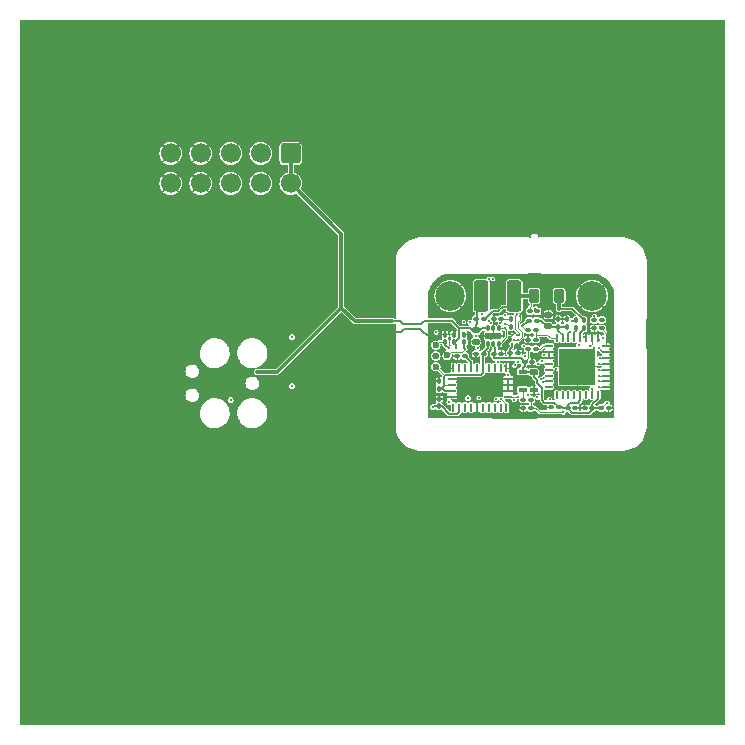
<source format=gbr>
%TF.GenerationSoftware,KiCad,Pcbnew,(7.0.0)*%
%TF.CreationDate,2023-06-03T15:05:07-04:00*%
%TF.ProjectId,headstage-neuropix1e,68656164-7374-4616-9765-2d6e6575726f,A*%
%TF.SameCoordinates,Original*%
%TF.FileFunction,Copper,L4,Bot*%
%TF.FilePolarity,Positive*%
%FSLAX46Y46*%
G04 Gerber Fmt 4.6, Leading zero omitted, Abs format (unit mm)*
G04 Created by KiCad (PCBNEW (7.0.0)) date 2023-06-03 15:05:07*
%MOMM*%
%LPD*%
G01*
G04 APERTURE LIST*
G04 Aperture macros list*
%AMRoundRect*
0 Rectangle with rounded corners*
0 $1 Rounding radius*
0 $2 $3 $4 $5 $6 $7 $8 $9 X,Y pos of 4 corners*
0 Add a 4 corners polygon primitive as box body*
4,1,4,$2,$3,$4,$5,$6,$7,$8,$9,$2,$3,0*
0 Add four circle primitives for the rounded corners*
1,1,$1+$1,$2,$3*
1,1,$1+$1,$4,$5*
1,1,$1+$1,$6,$7*
1,1,$1+$1,$8,$9*
0 Add four rect primitives between the rounded corners*
20,1,$1+$1,$2,$3,$4,$5,0*
20,1,$1+$1,$4,$5,$6,$7,0*
20,1,$1+$1,$6,$7,$8,$9,0*
20,1,$1+$1,$8,$9,$2,$3,0*%
%AMFreePoly0*
4,1,6,0.350000,-0.250000,-0.225000,-0.250000,-0.350000,-0.125000,-0.350000,0.250000,0.350000,0.250000,0.350000,-0.250000,0.350000,-0.250000,$1*%
G04 Aperture macros list end*
%TA.AperFunction,SMDPad,CuDef*%
%ADD10C,0.600000*%
%TD*%
%TA.AperFunction,SMDPad,CuDef*%
%ADD11RoundRect,0.012500X-0.112500X0.187500X-0.112500X-0.187500X0.112500X-0.187500X0.112500X0.187500X0*%
%TD*%
%TA.AperFunction,SMDPad,CuDef*%
%ADD12R,1.400000X0.500000*%
%TD*%
%TA.AperFunction,ComponentPad*%
%ADD13C,2.500000*%
%TD*%
%TA.AperFunction,SMDPad,CuDef*%
%ADD14RoundRect,0.100000X0.100000X-0.130000X0.100000X0.130000X-0.100000X0.130000X-0.100000X-0.130000X0*%
%TD*%
%TA.AperFunction,SMDPad,CuDef*%
%ADD15R,0.700000X0.400000*%
%TD*%
%TA.AperFunction,SMDPad,CuDef*%
%ADD16FreePoly0,180.000000*%
%TD*%
%TA.AperFunction,SMDPad,CuDef*%
%ADD17RoundRect,0.100000X-0.130000X-0.100000X0.130000X-0.100000X0.130000X0.100000X-0.130000X0.100000X0*%
%TD*%
%TA.AperFunction,SMDPad,CuDef*%
%ADD18R,0.254000X0.675000*%
%TD*%
%TA.AperFunction,SMDPad,CuDef*%
%ADD19R,0.675000X0.254000*%
%TD*%
%TA.AperFunction,SMDPad,CuDef*%
%ADD20RoundRect,0.100000X0.130000X0.100000X-0.130000X0.100000X-0.130000X-0.100000X0.130000X-0.100000X0*%
%TD*%
%TA.AperFunction,SMDPad,CuDef*%
%ADD21RoundRect,0.140000X-0.170000X0.140000X-0.170000X-0.140000X0.170000X-0.140000X0.170000X0.140000X0*%
%TD*%
%TA.AperFunction,ComponentPad*%
%ADD22RoundRect,0.250000X-0.600000X0.600000X-0.600000X-0.600000X0.600000X-0.600000X0.600000X0.600000X0*%
%TD*%
%TA.AperFunction,ComponentPad*%
%ADD23C,1.700000*%
%TD*%
%TA.AperFunction,SMDPad,CuDef*%
%ADD24RoundRect,0.218750X0.218750X0.381250X-0.218750X0.381250X-0.218750X-0.381250X0.218750X-0.381250X0*%
%TD*%
%TA.AperFunction,SMDPad,CuDef*%
%ADD25C,0.216000*%
%TD*%
%TA.AperFunction,SMDPad,CuDef*%
%ADD26RoundRect,0.140000X0.170000X-0.140000X0.170000X0.140000X-0.170000X0.140000X-0.170000X-0.140000X0*%
%TD*%
%TA.AperFunction,SMDPad,CuDef*%
%ADD27RoundRect,0.100000X-0.100000X0.130000X-0.100000X-0.130000X0.100000X-0.130000X0.100000X0.130000X0*%
%TD*%
%TA.AperFunction,SMDPad,CuDef*%
%ADD28RoundRect,0.062000X-1.488000X-1.488000X1.488000X-1.488000X1.488000X1.488000X-1.488000X1.488000X0*%
%TD*%
%TA.AperFunction,SMDPad,CuDef*%
%ADD29RoundRect,0.036000X0.084000X0.264000X-0.084000X0.264000X-0.084000X-0.264000X0.084000X-0.264000X0*%
%TD*%
%TA.AperFunction,SMDPad,CuDef*%
%ADD30RoundRect,0.036000X-0.264000X0.084000X-0.264000X-0.084000X0.264000X-0.084000X0.264000X0.084000X0*%
%TD*%
%TA.AperFunction,SMDPad,CuDef*%
%ADD31RoundRect,0.036000X-0.084000X-0.264000X0.084000X-0.264000X0.084000X0.264000X-0.084000X0.264000X0*%
%TD*%
%TA.AperFunction,SMDPad,CuDef*%
%ADD32RoundRect,0.250000X-0.375000X-1.075000X0.375000X-1.075000X0.375000X1.075000X-0.375000X1.075000X0*%
%TD*%
%TA.AperFunction,ViaPad*%
%ADD33C,0.200000*%
%TD*%
%TA.AperFunction,ViaPad*%
%ADD34C,0.300000*%
%TD*%
%TA.AperFunction,ViaPad*%
%ADD35C,0.250000*%
%TD*%
%TA.AperFunction,Conductor*%
%ADD36C,0.100000*%
%TD*%
%TA.AperFunction,Conductor*%
%ADD37C,0.200000*%
%TD*%
%TA.AperFunction,Conductor*%
%ADD38C,0.172000*%
%TD*%
%TA.AperFunction,Conductor*%
%ADD39C,0.300000*%
%TD*%
%TA.AperFunction,Conductor*%
%ADD40C,0.150000*%
%TD*%
G04 APERTURE END LIST*
D10*
%TO.P,TP6,1,1*%
%TO.N,+1.2VA*%
X136320000Y-93550000D03*
%TD*%
%TO.P,TP5,1,1*%
%TO.N,+1.8VA*%
X135360000Y-92680000D03*
%TD*%
%TO.P,TP4,1,1*%
%TO.N,+1V8*%
X135370000Y-93600000D03*
%TD*%
%TO.P,TP3,1,1*%
%TO.N,+2V5*%
X135370000Y-94500000D03*
%TD*%
D11*
%TO.P,U1,1,VIN*%
%TO.N,+4V*%
X139750000Y-91250000D03*
%TO.P,U1,2,GND*%
%TO.N,GND*%
X140250000Y-91250000D03*
%TO.P,U1,3,EN2*%
%TO.N,+4V*%
X140750000Y-91250000D03*
%TO.P,U1,4,EN1*%
X140750000Y-92550000D03*
%TO.P,U1,5,VOUT2*%
%TO.N,+1V8*%
X140250000Y-92550000D03*
%TO.P,U1,6,VOUT1*%
%TO.N,+2V5*%
X139750000Y-92550000D03*
D12*
%TO.P,U1,7,GND*%
%TO.N,GND*%
X140249999Y-91899999D03*
%TD*%
D13*
%TO.P,TP2,1,1*%
%TO.N,GND*%
X148600000Y-88500000D03*
%TD*%
%TO.P,TP1,1,1*%
%TO.N,GND*%
X136600000Y-88500000D03*
%TD*%
D14*
%TO.P,C6,1*%
%TO.N,+1.8VA*%
X136150000Y-92420000D03*
%TO.P,C6,2*%
%TO.N,GND*%
X136150000Y-91780000D03*
%TD*%
D15*
%TO.P,U6,4,VCC*%
%TO.N,+1V8*%
X142724999Y-94924999D03*
%TO.P,U6,3,OUT*%
%TO.N,Net-(U6-OUT)*%
X142724999Y-96474999D03*
%TO.P,U6,2,GND*%
%TO.N,GND*%
X143674999Y-96474999D03*
D16*
%TO.P,U6,1,EN*%
%TO.N,+1V8*%
X143675000Y-94975000D03*
%TD*%
D14*
%TO.P,R16,1*%
%TO.N,Net-(R12-Pad1)*%
X141700000Y-91120000D03*
%TO.P,R16,2*%
%TO.N,Net-(U5--)*%
X141700000Y-90480000D03*
%TD*%
D17*
%TO.P,C26,1*%
%TO.N,GND*%
X140280000Y-90450000D03*
%TO.P,C26,2*%
%TO.N,Net-(U5--)*%
X140920000Y-90450000D03*
%TD*%
D14*
%TO.P,C8,1*%
%TO.N,+4V*%
X136900000Y-92420000D03*
%TO.P,C8,2*%
%TO.N,GND*%
X136900000Y-91780000D03*
%TD*%
%TO.P,C5,1*%
%TO.N,+1.2VA*%
X137750000Y-92420000D03*
%TO.P,C5,2*%
%TO.N,GND*%
X137750000Y-91780000D03*
%TD*%
D17*
%TO.P,R9,2*%
%TO.N,Net-(U4-MODE)*%
X143820000Y-93000000D03*
%TO.P,R9,1*%
%TO.N,+1V8*%
X143180000Y-93000000D03*
%TD*%
%TO.P,R6,2*%
%TO.N,Net-(U4-GPIO3{slash}CLKIN)*%
X149420000Y-90550000D03*
%TO.P,R6,1*%
%TO.N,Net-(D1-K)*%
X148780000Y-90550000D03*
%TD*%
D18*
%TO.P,U8,28,VDDIO*%
%TO.N,+1V8*%
X137349999Y-97962499D03*
%TO.P,U8,27,XIN32*%
%TO.N,unconnected-(U8-XIN32-Pad27)*%
X137849999Y-97962499D03*
%TO.P,U8,26,XOUT32*%
%TO.N,unconnected-(U8-XOUT32-Pad26)*%
X138349999Y-97962499D03*
%TO.P,U8,25,GNDIO*%
%TO.N,GND*%
X138849999Y-97962499D03*
%TO.P,U8,24,PIN24*%
%TO.N,unconnected-(U8-PIN24-Pad24)*%
X139349999Y-97962499D03*
%TO.P,U8,23,PIN23*%
%TO.N,unconnected-(U8-PIN23-Pad23)*%
X139849999Y-97962499D03*
%TO.P,U8,22,PIN22*%
%TO.N,unconnected-(U8-PIN22-Pad22)*%
X140349999Y-97962499D03*
%TO.P,U8,21,PIN21*%
%TO.N,unconnected-(U8-PIN21-Pad21)*%
X140849999Y-97962499D03*
%TO.P,U8,20,COM0*%
%TO.N,/Neuropixels 1.0/SDA*%
X141349999Y-97962499D03*
D19*
%TO.P,U8,19,COM1*%
%TO.N,/Neuropixels 1.0/SCL*%
X141487499Y-97049999D03*
%TO.P,U8,18,COM2*%
%TO.N,GND*%
X141487499Y-96549999D03*
%TO.P,U8,17,COM3*%
X141487499Y-96049999D03*
%TO.P,U8,16,GNDIO*%
X141487499Y-95549999D03*
D18*
%TO.P,U8,15,GNDIO*%
X141349999Y-94637499D03*
%TO.P,U8,14,INT*%
%TO.N,unconnected-(U8-INT-Pad14)*%
X140849999Y-94637499D03*
%TO.P,U8,13,PIN13*%
%TO.N,unconnected-(U8-PIN13-Pad13)*%
X140349999Y-94637499D03*
%TO.P,U8,12,PIN12*%
%TO.N,unconnected-(U8-PIN12-Pad12)*%
X139849999Y-94637499D03*
%TO.P,U8,11,~{RESET}*%
%TO.N,+2V5*%
X139349999Y-94637499D03*
%TO.P,U8,10,BL_IND*%
%TO.N,unconnected-(U8-BL_IND-Pad10)*%
X138849999Y-94637499D03*
%TO.P,U8,9,CAP*%
%TO.N,Net-(U8-CAP)*%
X138349999Y-94637499D03*
%TO.P,U8,8,PIN8*%
%TO.N,unconnected-(U8-PIN8-Pad8)*%
X137849999Y-94637499D03*
%TO.P,U8,7,PIN7*%
%TO.N,unconnected-(U8-PIN7-Pad7)*%
X137349999Y-94637499D03*
%TO.P,U8,6,PS0*%
%TO.N,GND*%
X136849999Y-94637499D03*
D19*
%TO.P,U8,5,PS1*%
X136712499Y-95549999D03*
%TO.P,U8,4,~{BOOT_LOAD_PIN}*%
%TO.N,+2V5*%
X136712499Y-96049999D03*
%TO.P,U8,3,VDD*%
X136712499Y-96549999D03*
%TO.P,U8,2,GND*%
%TO.N,GND*%
X136712499Y-97049999D03*
D18*
%TO.P,U8,1,PIN1*%
%TO.N,unconnected-(U8-PIN1-Pad1)*%
X136849999Y-97962499D03*
%TD*%
D17*
%TO.P,R3,2*%
%TO.N,Net-(L1-Pad2)*%
X139420000Y-90450000D03*
%TO.P,R3,1*%
%TO.N,+4V*%
X138780000Y-90450000D03*
%TD*%
D20*
%TO.P,C12,2*%
%TO.N,GND*%
X145130000Y-97950000D03*
%TO.P,C12,1*%
%TO.N,+1V8*%
X145770000Y-97950000D03*
%TD*%
D17*
%TO.P,C10,2*%
%TO.N,GND*%
X150000000Y-98000000D03*
%TO.P,C10,1*%
%TO.N,+1V8*%
X149360000Y-98000000D03*
%TD*%
D20*
%TO.P,C2,2*%
%TO.N,GND*%
X138780000Y-93400000D03*
%TO.P,C2,1*%
%TO.N,+2V5*%
X139420000Y-93400000D03*
%TD*%
D14*
%TO.P,C22,2*%
%TO.N,/DC Tap & Regulation/RF+DC*%
X147900000Y-90580000D03*
%TO.P,C22,1*%
%TO.N,Net-(U4-DOUTP)*%
X147900000Y-91220000D03*
%TD*%
D20*
%TO.P,C9,2*%
%TO.N,GND*%
X147960000Y-98000000D03*
%TO.P,C9,1*%
%TO.N,+1V8*%
X148600000Y-98000000D03*
%TD*%
D21*
%TO.P,C3,1*%
%TO.N,+4V*%
X138750000Y-91420000D03*
%TO.P,C3,2*%
%TO.N,GND*%
X138750000Y-92380000D03*
%TD*%
D17*
%TO.P,C1,1*%
%TO.N,+1V8*%
X140280000Y-93400000D03*
%TO.P,C1,2*%
%TO.N,GND*%
X140920000Y-93400000D03*
%TD*%
%TO.P,C11,2*%
%TO.N,GND*%
X147170000Y-98000000D03*
%TO.P,C11,1*%
%TO.N,+1V8*%
X146530000Y-98000000D03*
%TD*%
D22*
%TO.P,J3,1,Pin_1*%
%TO.N,+4V*%
X123080000Y-76447500D03*
D23*
%TO.P,J3,2,Pin_2*%
X123080000Y-78987500D03*
%TO.P,J3,3,Pin_3*%
%TO.N,/Neuropixels 1.0/SCL*%
X120540000Y-76447500D03*
%TO.P,J3,4,Pin_4*%
X120540000Y-78987500D03*
%TO.P,J3,5,Pin_5*%
%TO.N,/Neuropixels 1.0/SDA*%
X118000000Y-76447500D03*
%TO.P,J3,6,Pin_6*%
X118000000Y-78987500D03*
%TO.P,J3,7,Pin_7*%
%TO.N,GND*%
X115460000Y-76447500D03*
%TO.P,J3,8,Pin_8*%
X115460000Y-78987500D03*
%TO.P,J3,9,Pin_9*%
X112920000Y-76447500D03*
%TO.P,J3,10,Pin_10*%
X112920000Y-78987500D03*
%TD*%
D20*
%TO.P,R7,2*%
%TO.N,GND*%
X148780000Y-91250000D03*
%TO.P,R7,1*%
%TO.N,/Perpherials/GPIO1*%
X149420000Y-91250000D03*
%TD*%
D24*
%TO.P,L2,2,2*%
%TO.N,Net-(L1-Pad2)*%
X143687500Y-88500000D03*
%TO.P,L2,1,1*%
%TO.N,/DC Tap & Regulation/RF+DC*%
X145812500Y-88500000D03*
%TD*%
D25*
%TO.P,U7,C3,SCL*%
%TO.N,/Neuropixels 1.0/SCL*%
X142200000Y-91853500D03*
%TO.P,U7,C1,~{WC}*%
%TO.N,GND*%
X141800000Y-91853500D03*
%TO.P,U7,B2,SDA*%
%TO.N,/Neuropixels 1.0/SDA*%
X142000000Y-92200000D03*
%TO.P,U7,A3,VSS*%
%TO.N,GND*%
X142200000Y-92546500D03*
%TO.P,U7,A1,VCC*%
%TO.N,+1V8*%
X141800000Y-92546500D03*
%TD*%
D20*
%TO.P,C29,2*%
%TO.N,+1V8*%
X141680000Y-93300000D03*
%TO.P,C29,1*%
%TO.N,GND*%
X142320000Y-93300000D03*
%TD*%
D17*
%TO.P,R8,2*%
%TO.N,Net-(U4-PDB)*%
X143820000Y-91400000D03*
%TO.P,R8,1*%
%TO.N,+1V8*%
X143180000Y-91400000D03*
%TD*%
%TO.P,C32,2*%
%TO.N,Net-(U8-CAP)*%
X137820000Y-93600000D03*
%TO.P,C32,1*%
%TO.N,GND*%
X137180000Y-93600000D03*
%TD*%
D26*
%TO.P,C15,2*%
%TO.N,GND*%
X144900000Y-90120000D03*
%TO.P,C15,1*%
%TO.N,Net-(U4-VDDPLL)*%
X144900000Y-91080000D03*
%TD*%
D14*
%TO.P,C14,2*%
%TO.N,GND*%
X146450000Y-90480000D03*
%TO.P,C14,1*%
%TO.N,Net-(U4-VDDPLL)*%
X146450000Y-91120000D03*
%TD*%
D20*
%TO.P,L3,2,2*%
%TO.N,+1V8*%
X143280000Y-90600000D03*
%TO.P,L3,1,1*%
%TO.N,Net-(U4-VDDPLL)*%
X143920000Y-90600000D03*
%TD*%
D17*
%TO.P,R17,2*%
%TO.N,/Neuropixels 1.0/MCLK*%
X143420000Y-97300000D03*
%TO.P,R17,1*%
%TO.N,Net-(U6-OUT)*%
X142780000Y-97300000D03*
%TD*%
D20*
%TO.P,C24,2*%
%TO.N,GND*%
X143180000Y-92200000D03*
%TO.P,C24,1*%
%TO.N,Net-(U4-PDB)*%
X143820000Y-92200000D03*
%TD*%
D27*
%TO.P,C31,2*%
%TO.N,+1V8*%
X135650000Y-97870000D03*
%TO.P,C31,1*%
%TO.N,GND*%
X135650000Y-97230000D03*
%TD*%
D20*
%TO.P,C28,2*%
%TO.N,GND*%
X142780000Y-98000000D03*
%TO.P,C28,1*%
%TO.N,/Neuropixels 1.0/MCLK*%
X143420000Y-98000000D03*
%TD*%
D17*
%TO.P,R4,2*%
%TO.N,/DC Tap & Regulation/RF+DC*%
X143970000Y-89800000D03*
%TO.P,R4,1*%
%TO.N,Net-(L1-Pad2)*%
X143330000Y-89800000D03*
%TD*%
D27*
%TO.P,C30,2*%
%TO.N,+2V5*%
X135650000Y-96370000D03*
%TO.P,C30,1*%
%TO.N,GND*%
X135650000Y-95730000D03*
%TD*%
D14*
%TO.P,C13,2*%
%TO.N,GND*%
X145750000Y-90480000D03*
%TO.P,C13,1*%
%TO.N,Net-(U4-VDDPLL)*%
X145750000Y-91120000D03*
%TD*%
D28*
%TO.P,U4,33,GND(DAP)*%
%TO.N,GND*%
X147350000Y-94500000D03*
D29*
%TO.P,U4,32,DIN_11*%
%TO.N,unconnected-(U4-DIN_11-Pad32)*%
X145600000Y-96900000D03*
%TO.P,U4,31,DIN_10*%
%TO.N,unconnected-(U4-DIN_10-Pad31)*%
X146100000Y-96900000D03*
%TO.P,U4,30,DIN_9*%
%TO.N,unconnected-(U4-DIN_9-Pad30)*%
X146600000Y-96900000D03*
%TO.P,U4,29,DIN_8*%
%TO.N,unconnected-(U4-DIN_8-Pad29)*%
X147100000Y-96900000D03*
%TO.P,U4,28,VDDD*%
%TO.N,+1V8*%
X147600000Y-96900000D03*
%TO.P,U4,27,DIN_7*%
%TO.N,unconnected-(U4-DIN_7-Pad27)*%
X148100000Y-96900000D03*
%TO.P,U4,26,DIN_6*%
%TO.N,/Neuropixels 1.0/D0*%
X148600000Y-96900000D03*
%TO.P,U4,25,VDDIO*%
%TO.N,+1V8*%
X149100000Y-96900000D03*
D30*
%TO.P,U4,24,DIN_5*%
%TO.N,/Neuropixels 1.0/D3*%
X149750000Y-96250000D03*
%TO.P,U4,23,DIN_4*%
%TO.N,/Neuropixels 1.0/D4*%
X149750000Y-95750000D03*
%TO.P,U4,22,DIN_3*%
%TO.N,/Neuropixels 1.0/D6*%
X149750000Y-95250001D03*
%TO.P,U4,21,DIN_2*%
%TO.N,/Neuropixels 1.0/D5*%
X149750000Y-94750000D03*
%TO.P,U4,20,DIN_1*%
%TO.N,/Neuropixels 1.0/D2*%
X149750000Y-94250000D03*
%TO.P,U4,19,DIN_0*%
%TO.N,/Neuropixels 1.0/D1*%
X149750000Y-93750000D03*
%TO.P,U4,18,GPIO3/CLKIN*%
%TO.N,Net-(U4-GPIO3{slash}CLKIN)*%
X149750000Y-93250000D03*
%TO.P,U4,17,GPIO2/CLK0*%
%TO.N,/Perpherials/GPIO1*%
X149750000Y-92750000D03*
D29*
%TO.P,U4,16,GPIO1*%
%TO.N,/Perpherials/GPIO0*%
X149100000Y-92100000D03*
D31*
%TO.P,U4,15,GPIO0*%
%TO.N,/Neuropixels 1.0/NP_{~{MUXRST}}*%
X148600000Y-92100000D03*
D29*
%TO.P,U4,14,VDDCML*%
%TO.N,Net-(U4-VDDCML)*%
X148100000Y-92100000D03*
%TO.P,U4,13,DOUTP*%
%TO.N,Net-(U4-DOUTP)*%
X147600000Y-92100000D03*
%TO.P,U4,12,DOUTN*%
%TO.N,Net-(U4-DOUTN)*%
X147100000Y-92100000D03*
%TO.P,U4,11,VDDT*%
%TO.N,+1V8*%
X146600000Y-92100000D03*
%TO.P,U4,10,VDDPLL*%
%TO.N,Net-(U4-VDDPLL)*%
X146100000Y-92100000D03*
%TO.P,U4,9,PDB*%
%TO.N,Net-(U4-PDB)*%
X145600000Y-92100000D03*
D30*
%TO.P,U4,8,MODE*%
%TO.N,Net-(U4-MODE)*%
X144950000Y-92750000D03*
%TO.P,U4,7,RES*%
%TO.N,GND*%
X144950000Y-93250000D03*
%TO.P,U4,6,ID[X]*%
X144950000Y-93750000D03*
%TO.P,U4,5,SDA*%
%TO.N,/Neuropixels 1.0/SDA*%
X144950000Y-94250000D03*
%TO.P,U4,4,SCL*%
%TO.N,/Neuropixels 1.0/SCL*%
X144950000Y-94750000D03*
%TO.P,U4,3,PCLK*%
%TO.N,/Neuropixels 1.0/PCLK*%
X144950000Y-95250000D03*
%TO.P,U4,2,VSYNC*%
%TO.N,/Neuropixels 1.0/SYNC*%
X144950000Y-95750000D03*
%TO.P,U4,1,HSYNC*%
%TO.N,unconnected-(U4-HSYNC-Pad1)*%
X144950000Y-96250000D03*
%TD*%
D32*
%TO.P,L1,2,2*%
%TO.N,Net-(L1-Pad2)*%
X142000000Y-88500000D03*
%TO.P,L1,1,1*%
%TO.N,+4V*%
X139200000Y-88500000D03*
%TD*%
D17*
%TO.P,C27,2*%
%TO.N,GND*%
X143520000Y-94100000D03*
%TO.P,C27,1*%
%TO.N,+1V8*%
X142880000Y-94100000D03*
%TD*%
D14*
%TO.P,C23,2*%
%TO.N,/Serializer/Dout-*%
X147200000Y-90580000D03*
%TO.P,C23,1*%
%TO.N,Net-(U4-DOUTN)*%
X147200000Y-91220000D03*
%TD*%
D33*
%TO.N,GND*%
X147850000Y-96380000D03*
X148800000Y-92950500D03*
X142700000Y-98110000D03*
X138560000Y-97170000D03*
D34*
X135200000Y-89780000D03*
X148150000Y-97670000D03*
X137490000Y-94010000D03*
D33*
%TO.N,+1V8*%
X135150500Y-93600000D03*
%TO.N,GND*%
X136850000Y-94637500D03*
X141210000Y-94430000D03*
D34*
X146940000Y-87070000D03*
X135910000Y-93110000D03*
X155510000Y-95710000D03*
X130400000Y-83630000D03*
X144416061Y-81338202D03*
X145266637Y-78141210D03*
X104670000Y-77610000D03*
X117520000Y-69930000D03*
X114560000Y-86760000D03*
X106460000Y-93330000D03*
X106760000Y-112810000D03*
X137380000Y-106710000D03*
X152750000Y-106940000D03*
X136910000Y-80250000D03*
X150520000Y-80190000D03*
D33*
%TO.N,Net-(D1-K)*%
X149500500Y-92050000D03*
D34*
%TO.N,GND*%
X143524500Y-93600000D03*
D33*
%TO.N,+4V*%
X139842554Y-91298776D03*
X141200000Y-91250000D03*
%TO.N,+1V8*%
X146700000Y-91550000D03*
D34*
%TO.N,GND*%
X144400000Y-98000000D03*
X149700000Y-89900000D03*
X135890000Y-90120000D03*
X138000000Y-89850000D03*
X138150000Y-87100000D03*
X141050000Y-87000000D03*
X143800000Y-86950000D03*
X143000000Y-87400000D03*
X144700000Y-87450000D03*
X145570000Y-87160000D03*
D33*
X147400000Y-89550000D03*
X148100000Y-90000000D03*
X146950000Y-89250000D03*
X146450000Y-89150000D03*
X144250000Y-90250000D03*
X144900000Y-90200000D03*
X146800000Y-90050000D03*
D34*
X144350000Y-92150000D03*
X144800000Y-92380500D03*
X150000000Y-96750000D03*
X136080000Y-94520000D03*
X135190000Y-96310000D03*
X135580000Y-98500000D03*
X149850000Y-98400000D03*
X137520000Y-96370000D03*
X139050000Y-96510000D03*
D33*
X145950000Y-94700000D03*
X142400000Y-95600000D03*
X141900000Y-94100000D03*
X141097653Y-92999500D03*
X141100000Y-91600000D03*
X148350000Y-95000000D03*
X149282373Y-93452308D03*
D34*
X147700000Y-93450000D03*
X146500000Y-93600000D03*
X146350000Y-95750000D03*
X147000000Y-95750000D03*
D33*
X146900000Y-96200000D03*
X145650000Y-96250000D03*
D34*
X144800000Y-96950000D03*
X135200000Y-97200000D03*
X135160000Y-95280000D03*
X139210000Y-95770000D03*
X137500000Y-95710000D03*
X140600000Y-95600000D03*
X139950000Y-97000000D03*
D33*
%TO.N,Net-(R12-Pad1)*%
X138900000Y-92900000D03*
X140036779Y-90836779D03*
%TO.N,+1V8*%
X149899500Y-97550000D03*
%TO.N,/Neuropixels 1.0/SCL*%
X145550000Y-94700000D03*
X139300000Y-90050500D03*
X142300000Y-97050000D03*
X142450000Y-91850000D03*
X142200000Y-90025700D03*
%TO.N,/Neuropixels 1.0/SDA*%
X141250000Y-90099500D03*
X142476943Y-90250500D03*
%TO.N,Net-(D1-K)*%
X148790466Y-90190500D03*
%TO.N,/Neuropixels 1.0/NP_{~{MUXRST}}*%
X148391059Y-92750500D03*
%TO.N,/Perpherials/GPIO0*%
X149150000Y-92250000D03*
%TO.N,/Perpherials/GPIO1*%
X149290000Y-91150000D03*
%TO.N,Net-(U4-GPIO3{slash}CLKIN)*%
X149151002Y-92950500D03*
X149312724Y-90439717D03*
D34*
%TO.N,+1.8VA*%
X147500000Y-92700500D03*
D33*
%TO.N,/Neuropixels 1.0/NP_{~{MUXRST}}*%
X140600000Y-94100000D03*
%TO.N,+1.8VA*%
X139850500Y-90599500D03*
%TO.N,+4V*%
X139475700Y-89265000D03*
X139475700Y-87735000D03*
%TO.N,/Perpherials/GPIO0*%
X139850000Y-87050000D03*
%TO.N,/Perpherials/GPIO1*%
X140200000Y-87050000D03*
D34*
%TO.N,+1.8VA*%
X138300500Y-90750000D03*
D33*
%TO.N,/Neuropixels 1.0/SDA*%
X142050000Y-94400000D03*
D34*
%TO.N,+1.8VA*%
X136509592Y-97495740D03*
D33*
%TO.N,/DC Tap & Regulation/VA_{EN}*%
X141500000Y-95223498D03*
D34*
%TO.N,+1.2VA*%
X138100000Y-97150000D03*
X137800000Y-93000000D03*
D33*
%TO.N,Net-(U2-EN2)*%
X137750000Y-90700000D03*
X135400000Y-91600000D03*
D34*
%TO.N,GND*%
X137470000Y-97000000D03*
X140500000Y-96250000D03*
D33*
X142900000Y-95450000D03*
D34*
X143350000Y-96106321D03*
D33*
%TO.N,/Neuropixels 1.0/PCLK*%
X144300000Y-95550000D03*
D34*
%TO.N,+1V8*%
X142662961Y-91089404D03*
X140387638Y-93000500D03*
X135150000Y-97900000D03*
D33*
%TO.N,/Neuropixels 1.0/MCLK*%
X146150000Y-98350000D03*
%TO.N,/Neuropixels 1.0/SYNC*%
X142000000Y-97300000D03*
X144454093Y-95806821D03*
%TO.N,/Neuropixels 1.0/D1*%
X144506823Y-93513173D03*
%TO.N,/Neuropixels 1.0/D2*%
X144339602Y-94000500D03*
%TO.N,/Neuropixels 1.0/D5*%
X142900000Y-93600000D03*
%TO.N,/Neuropixels 1.0/D6*%
X142300000Y-94100000D03*
X149200000Y-95250001D03*
%TO.N,/Neuropixels 1.0/D4*%
X143188553Y-96918204D03*
X149200000Y-95750000D03*
%TO.N,/Neuropixels 1.0/D3*%
X143950000Y-97100000D03*
X149200000Y-96250000D03*
%TO.N,/Neuropixels 1.0/D0*%
X145000000Y-97250000D03*
X148550000Y-96400000D03*
%TO.N,/Neuropixels 1.0/D5*%
X149200000Y-94750000D03*
%TO.N,/Neuropixels 1.0/D2*%
X149200000Y-94250000D03*
%TO.N,/Neuropixels 1.0/D1*%
X149249502Y-93750000D03*
%TO.N,/DC Tap & Regulation/RF+DC*%
X143800000Y-89575000D03*
%TO.N,/Neuropixels 1.0/SDA*%
X142350000Y-92243279D03*
%TO.N,GND*%
X137650000Y-91650000D03*
X136500000Y-91650000D03*
X137000000Y-91550000D03*
X140050000Y-92150000D03*
X140697383Y-92107850D03*
%TO.N,+1V8*%
X140250000Y-92550000D03*
D34*
%TO.N,+4V*%
X137112184Y-92917916D03*
%TO.N,+1.8VA*%
X136450000Y-92950000D03*
D33*
%TO.N,/Neuropixels 1.0/SDA*%
X140850000Y-97200000D03*
X144050000Y-94250000D03*
%TO.N,Net-(U4-VDDCML)*%
X147950000Y-91976277D03*
%TO.N,GND*%
X146400000Y-90050000D03*
X145950000Y-90100000D03*
X145350000Y-89500000D03*
D35*
%TO.N,/Serializer/Dout-*%
X146874500Y-90600000D03*
D34*
%TO.N,/DC Tap & Regulation/RF+DC*%
X145812500Y-89600000D03*
D33*
%TO.N,GND*%
X142501424Y-92851424D03*
X140038769Y-92979457D03*
X141541598Y-92175102D03*
%TO.N,/Neuropixels 1.0/CAL_SIGNAL*%
X139000000Y-97150000D03*
X138750000Y-91900000D03*
%TO.N,/DC Tap & Regulation/VA_{EN}*%
X142793180Y-92745908D03*
X140473576Y-97223576D03*
%TO.N,Net-(U5--)*%
X140800000Y-90799500D03*
%TO.N,Net-(R12-Pad1)*%
X141250000Y-90850000D03*
D34*
%TO.N,GND*%
X156300000Y-121900000D03*
X129640000Y-110300000D03*
X135640000Y-73600000D03*
X126680000Y-71747500D03*
X156700000Y-69100000D03*
X155800000Y-87500000D03*
X107600000Y-104500000D03*
X103100000Y-122100000D03*
X105450000Y-70470000D03*
X145200000Y-72300000D03*
X154200000Y-101500000D03*
X103900000Y-84800000D03*
X128400000Y-101000000D03*
%TO.N,+4V*%
X120200000Y-94945000D03*
%TO.N,/Neuropixels 1.0/SCL*%
X118000000Y-97340000D03*
%TO.N,/Neuropixels 1.0/SDA*%
X123200000Y-92000000D03*
X123210000Y-96120000D03*
%TD*%
D36*
%TO.N,/Neuropixels 1.0/MCLK*%
X143420000Y-97300000D02*
X143420000Y-98000000D01*
X143800000Y-98000000D02*
X143420000Y-98000000D01*
X143900000Y-98100000D02*
X143800000Y-98000000D01*
D37*
%TO.N,GND*%
X131643633Y-91556367D02*
X131500000Y-91700000D01*
X132446488Y-91556367D02*
X131643633Y-91556367D01*
X132652855Y-91350000D02*
X132446488Y-91556367D01*
X134600000Y-91850000D02*
X134279308Y-91529308D01*
X134850000Y-91850000D02*
X134600000Y-91850000D01*
X134279308Y-91529308D02*
X134167462Y-91486891D01*
X134030571Y-91350000D02*
X132652855Y-91350000D01*
X134167462Y-91486891D02*
X134030571Y-91350000D01*
%TO.N,+1V8*%
X148600000Y-98150000D02*
X148600000Y-98000000D01*
X148330000Y-98420000D02*
X148600000Y-98150000D01*
X146935736Y-98420000D02*
X148330000Y-98420000D01*
X146530000Y-98000000D02*
X146530000Y-98014264D01*
X146530000Y-98014264D02*
X146935736Y-98420000D01*
D36*
X135150500Y-93600000D02*
X135370000Y-93600000D01*
%TO.N,+1.2VA*%
X137550000Y-93250000D02*
X137800000Y-93000000D01*
X136620000Y-93250000D02*
X137550000Y-93250000D01*
X136320000Y-93550000D02*
X136620000Y-93250000D01*
%TO.N,+2V5*%
X136070000Y-95200000D02*
X136198000Y-95200000D01*
X135370000Y-94500000D02*
X136070000Y-95200000D01*
%TO.N,+1.8VA*%
X135360000Y-92680000D02*
X135620000Y-92420000D01*
X135620000Y-92420000D02*
X136150000Y-92420000D01*
%TO.N,/Perpherials/GPIO1*%
X149750000Y-91610000D02*
X149750000Y-92750000D01*
X149290000Y-91150000D02*
X149750000Y-91610000D01*
D38*
%TO.N,/DC Tap & Regulation/RF+DC*%
X146930000Y-89600000D02*
X145812500Y-89600000D01*
X147790000Y-90460000D02*
X146930000Y-89600000D01*
X147900000Y-90460000D02*
X147790000Y-90460000D01*
D36*
%TO.N,Net-(D1-K)*%
X148790466Y-90439534D02*
X148780000Y-90450000D01*
X148790466Y-90190500D02*
X148790466Y-90439534D01*
D38*
%TO.N,/Serializer/Dout-*%
X147180000Y-90600000D02*
X147200000Y-90580000D01*
X146874500Y-90600000D02*
X147180000Y-90600000D01*
D36*
%TO.N,+4V*%
X139793778Y-91250000D02*
X139750000Y-91250000D01*
X139842554Y-91298776D02*
X139793778Y-91250000D01*
%TO.N,Net-(U5--)*%
X140920000Y-90679500D02*
X140920000Y-90450000D01*
X140800000Y-90799500D02*
X140920000Y-90679500D01*
D37*
%TO.N,+1V8*%
X146600000Y-91650000D02*
X146700000Y-91550000D01*
X146600000Y-92100000D02*
X146600000Y-91650000D01*
X143152365Y-90600000D02*
X142662961Y-91089404D01*
X143280000Y-90600000D02*
X143152365Y-90600000D01*
D36*
X143180000Y-91400000D02*
X142973557Y-91400000D01*
X142973557Y-91400000D02*
X142662961Y-91089404D01*
%TO.N,/Neuropixels 1.0/MCLK*%
X143900000Y-98100000D02*
X144150000Y-98350000D01*
X144150000Y-98350000D02*
X146150000Y-98350000D01*
%TO.N,+4V*%
X140813146Y-92550000D02*
X140750000Y-92550000D01*
X141350000Y-92013146D02*
X140813146Y-92550000D01*
X141350000Y-91400000D02*
X141350000Y-92013146D01*
X141200000Y-91250000D02*
X141350000Y-91400000D01*
X140750000Y-91250000D02*
X141200000Y-91250000D01*
%TO.N,Net-(R12-Pad1)*%
X141430000Y-90850000D02*
X141700000Y-91120000D01*
X141250000Y-90850000D02*
X141430000Y-90850000D01*
D39*
%TO.N,+4V*%
X127347500Y-83255000D02*
X127347500Y-89497500D01*
X123080000Y-78987500D02*
X127347500Y-83255000D01*
X128500000Y-90650000D02*
X127347500Y-89497500D01*
X121900000Y-94945000D02*
X127347500Y-89497500D01*
X131700000Y-90650000D02*
X128500000Y-90650000D01*
D36*
%TO.N,/Neuropixels 1.0/NP_{~{MUXRST}}*%
X148600000Y-92541559D02*
X148391059Y-92750500D01*
X148600000Y-92100000D02*
X148600000Y-92541559D01*
%TO.N,Net-(U4-GPIO3{slash}CLKIN)*%
X149450502Y-93250000D02*
X149750000Y-93250000D01*
X149151002Y-92950500D02*
X149450502Y-93250000D01*
%TO.N,+1V8*%
X149810000Y-97550000D02*
X149360000Y-98000000D01*
X149899500Y-97550000D02*
X149810000Y-97550000D01*
D37*
%TO.N,+4V*%
X132577215Y-90877215D02*
X132350000Y-90650000D01*
X132350000Y-90650000D02*
X131700000Y-90650000D01*
X134101619Y-90877215D02*
X132577215Y-90877215D01*
X134378834Y-90600000D02*
X134101619Y-90877215D01*
X136700000Y-90600000D02*
X134378834Y-90600000D01*
X137350000Y-91250000D02*
X136700000Y-90600000D01*
X137350000Y-92050000D02*
X137350000Y-91250000D01*
X136980000Y-92420000D02*
X137350000Y-92050000D01*
X136900000Y-92420000D02*
X136980000Y-92420000D01*
X137350000Y-91250000D02*
X138250000Y-91250000D01*
D36*
%TO.N,/Neuropixels 1.0/SCL*%
X145500000Y-94750000D02*
X144950000Y-94750000D01*
X145550000Y-94700000D02*
X145500000Y-94750000D01*
X142450000Y-91850000D02*
X142446500Y-91853500D01*
X142446500Y-91853500D02*
X142200000Y-91853500D01*
X142300000Y-97050000D02*
X141487500Y-97050000D01*
X142100000Y-90125700D02*
X142100000Y-91300000D01*
X142100000Y-91300000D02*
X142450000Y-91650000D01*
X142450000Y-91650000D02*
X142450000Y-91850000D01*
X142200000Y-90025700D02*
X142100000Y-90125700D01*
%TO.N,/Neuropixels 1.0/SDA*%
X142476943Y-90573057D02*
X142350000Y-90700000D01*
X142476943Y-90250500D02*
X142476943Y-90573057D01*
X142350000Y-90700000D02*
X142350000Y-91200000D01*
X142700000Y-91550000D02*
X142700000Y-91953554D01*
X142350000Y-91200000D02*
X142700000Y-91550000D01*
X142700000Y-91953554D02*
X142410275Y-92243279D01*
X142410275Y-92243279D02*
X142350000Y-92243279D01*
D37*
%TO.N,Net-(U4-VDDCML)*%
X147976277Y-91976277D02*
X148100000Y-92100000D01*
X147950000Y-91976277D02*
X147976277Y-91976277D01*
D36*
%TO.N,/Neuropixels 1.0/SDA*%
X142043279Y-92243279D02*
X142000000Y-92200000D01*
X142350000Y-92243279D02*
X142043279Y-92243279D01*
D40*
%TO.N,+4V*%
X139475700Y-87735000D02*
X138880000Y-88330700D01*
X138880000Y-88330700D02*
X138880000Y-90450000D01*
D37*
X138420000Y-91420000D02*
X138250000Y-91250000D01*
X138750000Y-91420000D02*
X138420000Y-91420000D01*
D36*
%TO.N,/Neuropixels 1.0/SDA*%
X144050000Y-94250000D02*
X144950000Y-94250000D01*
D37*
%TO.N,+1V8*%
X146050000Y-97950000D02*
X145770000Y-97950000D01*
X146100000Y-98000000D02*
X146050000Y-97950000D01*
%TO.N,+1.2VA*%
X137800000Y-93000000D02*
X137750000Y-92950000D01*
X137750000Y-92950000D02*
X137750000Y-92420000D01*
%TO.N,+1V8*%
X145770000Y-97935736D02*
X145770000Y-97950000D01*
X145384264Y-97550000D02*
X145770000Y-97935736D01*
X144350000Y-96300000D02*
X144350000Y-97350000D01*
X143950000Y-95650000D02*
X143950000Y-95900000D01*
X143700000Y-95400000D02*
X143950000Y-95650000D01*
X143950000Y-95900000D02*
X144350000Y-96300000D01*
X143675000Y-95400000D02*
X143700000Y-95400000D01*
X144550000Y-97550000D02*
X145384264Y-97550000D01*
X143675000Y-94975000D02*
X143675000Y-95400000D01*
X144350000Y-97350000D02*
X144550000Y-97550000D01*
X142725000Y-94925000D02*
X143625000Y-94925000D01*
X143625000Y-94925000D02*
X143675000Y-94975000D01*
D36*
%TO.N,/Neuropixels 1.0/SYNC*%
X144454093Y-95806821D02*
X144510914Y-95750000D01*
X144510914Y-95750000D02*
X144950000Y-95750000D01*
%TO.N,/Neuropixels 1.0/PCLK*%
X144300000Y-95550000D02*
X144600000Y-95250000D01*
X144600000Y-95250000D02*
X144950000Y-95250000D01*
D37*
%TO.N,+1V8*%
X135870000Y-97870000D02*
X135650000Y-97870000D01*
X136500000Y-98500000D02*
X135870000Y-97870000D01*
X137350000Y-98300000D02*
X137350000Y-97962500D01*
X137150000Y-98500000D02*
X137350000Y-98300000D01*
X136500000Y-98500000D02*
X137150000Y-98500000D01*
X135180000Y-97870000D02*
X135150000Y-97900000D01*
X135650000Y-97870000D02*
X135180000Y-97870000D01*
D36*
X143180000Y-93800000D02*
X142880000Y-94100000D01*
X143180000Y-93000000D02*
X143180000Y-93800000D01*
D37*
X141680000Y-93770000D02*
X141650000Y-93800000D01*
X141680000Y-93300000D02*
X141680000Y-93770000D01*
X141650000Y-93800000D02*
X140350000Y-93800000D01*
X142580000Y-93800000D02*
X141650000Y-93800000D01*
X140280000Y-93730000D02*
X140280000Y-93400000D01*
X140350000Y-93800000D02*
X140280000Y-93730000D01*
X142880000Y-94100000D02*
X142580000Y-93800000D01*
D36*
%TO.N,/Neuropixels 1.0/SDA*%
X141350000Y-97700000D02*
X141350000Y-97962500D01*
X140850000Y-97200000D02*
X141350000Y-97700000D01*
%TO.N,/Neuropixels 1.0/D1*%
X149750000Y-93750000D02*
X149249502Y-93750000D01*
%TO.N,/Neuropixels 1.0/D2*%
X149750000Y-94250000D02*
X149200000Y-94250000D01*
%TO.N,/Neuropixels 1.0/D6*%
X149200000Y-95250001D02*
X149750000Y-95250001D01*
%TO.N,/Neuropixels 1.0/D5*%
X149200000Y-94750000D02*
X149750000Y-94750000D01*
D37*
%TO.N,+1V8*%
X146560000Y-97750000D02*
X146560000Y-98000000D01*
X146760000Y-97550000D02*
X146560000Y-97750000D01*
X147600000Y-97350000D02*
X147400000Y-97550000D01*
X146560000Y-98000000D02*
X146100000Y-98000000D01*
X147600000Y-96900000D02*
X147600000Y-97350000D01*
X147400000Y-97550000D02*
X146760000Y-97550000D01*
D36*
%TO.N,/Neuropixels 1.0/D4*%
X149750000Y-95750000D02*
X149200000Y-95750000D01*
%TO.N,/Neuropixels 1.0/D3*%
X149750000Y-96250000D02*
X149200000Y-96250000D01*
%TO.N,/Neuropixels 1.0/D0*%
X148600000Y-96450000D02*
X148550000Y-96400000D01*
X148600000Y-96900000D02*
X148600000Y-96450000D01*
%TO.N,+2V5*%
X136150000Y-96050000D02*
X136100000Y-96100000D01*
X136712500Y-96050000D02*
X136150000Y-96050000D01*
D37*
X136100000Y-96100000D02*
X135830000Y-96370000D01*
X136198000Y-95200000D02*
X136100000Y-95298000D01*
X136100000Y-95298000D02*
X136100000Y-96100000D01*
X136198000Y-95200000D02*
X139152000Y-95200000D01*
X135830000Y-96370000D02*
X135650000Y-96370000D01*
X135970000Y-96370000D02*
X136150000Y-96550000D01*
X135650000Y-96370000D02*
X135970000Y-96370000D01*
X136150000Y-96550000D02*
X136712500Y-96550000D01*
X139350000Y-93470000D02*
X139350000Y-94637500D01*
X139420000Y-93400000D02*
X139350000Y-93470000D01*
X139350000Y-95002000D02*
X139350000Y-94637500D01*
X139152000Y-95200000D02*
X139350000Y-95002000D01*
%TO.N,Net-(U8-CAP)*%
X138350000Y-94130000D02*
X137820000Y-93600000D01*
X138350000Y-94637500D02*
X138350000Y-94130000D01*
D36*
%TO.N,Net-(L1-Pad2)*%
X143330000Y-89800000D02*
X143330000Y-89470000D01*
X143330000Y-89470000D02*
X143450000Y-89350000D01*
X143450000Y-89350000D02*
X143450000Y-88737500D01*
%TO.N,/DC Tap & Regulation/RF+DC*%
X143970000Y-89745000D02*
X143800000Y-89575000D01*
X143970000Y-89800000D02*
X143970000Y-89745000D01*
D40*
%TO.N,+1V8*%
X141680000Y-92970000D02*
X141800000Y-92850000D01*
X141680000Y-93300000D02*
X141680000Y-92970000D01*
X141800000Y-92850000D02*
X141800000Y-92546500D01*
D37*
X140250000Y-92761231D02*
X140338769Y-92850000D01*
X140338769Y-93341231D02*
X140338769Y-92850000D01*
X140250000Y-92550000D02*
X140250000Y-92761231D01*
X140280000Y-93400000D02*
X140338769Y-93341231D01*
%TO.N,+2V5*%
X139750000Y-92900000D02*
X139420000Y-93230000D01*
X139750000Y-92550000D02*
X139750000Y-92900000D01*
X139420000Y-93230000D02*
X139420000Y-93400000D01*
%TO.N,+1.8VA*%
X136450000Y-92950000D02*
X136150000Y-92650000D01*
X136150000Y-92650000D02*
X136150000Y-92420000D01*
%TO.N,+4V*%
X137112184Y-92632184D02*
X136900000Y-92420000D01*
X137112184Y-92917916D02*
X137112184Y-92632184D01*
X139250000Y-91250000D02*
X139750000Y-91250000D01*
X139080000Y-91420000D02*
X139250000Y-91250000D01*
X138750000Y-91420000D02*
X139080000Y-91420000D01*
X138750000Y-91000000D02*
X138750000Y-91420000D01*
X138880000Y-90870000D02*
X138750000Y-91000000D01*
X138880000Y-90450000D02*
X138880000Y-90870000D01*
D36*
%TO.N,Net-(L1-Pad2)*%
X143450000Y-88737500D02*
X143687500Y-88500000D01*
D37*
%TO.N,+1V8*%
X148600000Y-97700000D02*
X148600000Y-98000000D01*
X149100000Y-97200000D02*
X148600000Y-97700000D01*
X149100000Y-96900000D02*
X149100000Y-97200000D01*
X148600000Y-98000000D02*
X149360000Y-98000000D01*
D36*
%TO.N,Net-(U6-OUT)*%
X142725000Y-97245000D02*
X142780000Y-97300000D01*
X142725000Y-96475000D02*
X142725000Y-97245000D01*
D37*
%TO.N,+1V8*%
X142725000Y-94575000D02*
X142880000Y-94420000D01*
X142725000Y-94925000D02*
X142725000Y-94575000D01*
X142880000Y-94100000D02*
X142880000Y-94420000D01*
D36*
%TO.N,Net-(U4-MODE)*%
X144450000Y-92750000D02*
X144950000Y-92750000D01*
X144200000Y-93000000D02*
X144450000Y-92750000D01*
X143820000Y-93000000D02*
X144200000Y-93000000D01*
%TO.N,Net-(U4-PDB)*%
X144800000Y-91800000D02*
X145100000Y-92100000D01*
X143820000Y-91800000D02*
X143820000Y-91400000D01*
X143820000Y-92200000D02*
X143820000Y-91800000D01*
X143820000Y-91800000D02*
X144800000Y-91800000D01*
X145600000Y-92100000D02*
X145100000Y-92100000D01*
D37*
%TO.N,Net-(U4-VDDPLL)*%
X144780000Y-91080000D02*
X144300000Y-90600000D01*
X144300000Y-90600000D02*
X143920000Y-90600000D01*
X144900000Y-91080000D02*
X144780000Y-91080000D01*
X144940000Y-91120000D02*
X144900000Y-91080000D01*
X145750000Y-91120000D02*
X144940000Y-91120000D01*
X146100000Y-91800000D02*
X145750000Y-91450000D01*
X145750000Y-91450000D02*
X145750000Y-91120000D01*
X146100000Y-92100000D02*
X146100000Y-91800000D01*
X145750000Y-91120000D02*
X146450000Y-91120000D01*
D38*
%TO.N,Net-(U4-DOUTN)*%
X147200000Y-91450000D02*
X147100000Y-91550000D01*
X147200000Y-91120000D02*
X147200000Y-91450000D01*
X147100000Y-92100000D02*
X147100000Y-91550000D01*
%TO.N,Net-(U4-DOUTP)*%
X147900000Y-91350000D02*
X147900000Y-91120000D01*
X147600000Y-91650000D02*
X147900000Y-91350000D01*
X147600000Y-92100000D02*
X147600000Y-91650000D01*
D39*
%TO.N,/DC Tap & Regulation/RF+DC*%
X145812500Y-89600000D02*
X145812500Y-88500000D01*
%TO.N,Net-(L1-Pad2)*%
X143687500Y-88500000D02*
X142000000Y-88500000D01*
D40*
X141650000Y-89450000D02*
X142000000Y-89100000D01*
X142000000Y-89100000D02*
X142000000Y-88500000D01*
X141635000Y-89435000D02*
X141650000Y-89450000D01*
X140650000Y-89800000D02*
X141015000Y-89435000D01*
X140170000Y-89800000D02*
X140650000Y-89800000D01*
X141015000Y-89435000D02*
X141635000Y-89435000D01*
X139520000Y-90450000D02*
X140170000Y-89800000D01*
D36*
%TO.N,Net-(U5--)*%
X140920000Y-90450000D02*
X141670000Y-90450000D01*
X141670000Y-90450000D02*
X141700000Y-90480000D01*
D39*
%TO.N,+4V*%
X123080000Y-76447500D02*
X123080000Y-78987500D01*
X120200000Y-94945000D02*
X121900000Y-94945000D01*
%TD*%
%TA.AperFunction,Conductor*%
%TO.N,GND*%
G36*
X144230948Y-86601669D02*
G01*
X144301223Y-86620500D01*
X144314618Y-86620500D01*
X144350000Y-86620500D01*
X144382288Y-86620500D01*
X148567712Y-86620500D01*
X148598397Y-86620500D01*
X148601602Y-86620605D01*
X148842126Y-86636369D01*
X148848474Y-86637205D01*
X149083293Y-86683914D01*
X149089485Y-86685572D01*
X149316217Y-86762537D01*
X149322130Y-86764986D01*
X149536878Y-86870889D01*
X149542413Y-86874084D01*
X149665682Y-86956450D01*
X149741497Y-87007108D01*
X149746582Y-87011010D01*
X149926592Y-87168875D01*
X149931124Y-87173407D01*
X150088989Y-87353417D01*
X150092891Y-87358502D01*
X150115100Y-87391740D01*
X150192475Y-87507540D01*
X150225910Y-87557578D01*
X150229115Y-87563129D01*
X150335011Y-87777865D01*
X150337464Y-87783787D01*
X150414427Y-88010515D01*
X150416085Y-88016706D01*
X150462793Y-88251522D01*
X150463630Y-88257876D01*
X150479395Y-88498398D01*
X150479500Y-88501603D01*
X150479500Y-90267712D01*
X150479500Y-90300000D01*
X150479500Y-90398031D01*
X150479870Y-90400134D01*
X150479871Y-90400136D01*
X150489256Y-90453360D01*
X150490000Y-90461869D01*
X150490000Y-92958131D01*
X150489256Y-92966640D01*
X150480544Y-93016050D01*
X150479500Y-93021969D01*
X150479500Y-93024110D01*
X150479500Y-98830500D01*
X150465148Y-98865148D01*
X150430500Y-98879500D01*
X144052288Y-98879500D01*
X144020000Y-98879500D01*
X143921969Y-98879500D01*
X143919866Y-98879870D01*
X143919863Y-98879871D01*
X143809928Y-98899256D01*
X143801419Y-98900000D01*
X140218581Y-98900000D01*
X140210072Y-98899256D01*
X140100136Y-98879871D01*
X140100134Y-98879870D01*
X140098031Y-98879500D01*
X140095890Y-98879500D01*
X134769500Y-98879500D01*
X134734852Y-98865148D01*
X134720500Y-98830500D01*
X134720500Y-97900000D01*
X134894592Y-97900000D01*
X134895534Y-97904736D01*
X134913092Y-97993007D01*
X134913093Y-97993009D01*
X134914034Y-97997740D01*
X134916713Y-98001750D01*
X134916714Y-98001751D01*
X134962146Y-98069747D01*
X134969399Y-98080601D01*
X135052260Y-98135966D01*
X135150000Y-98155408D01*
X135247740Y-98135966D01*
X135312062Y-98092987D01*
X135348843Y-98085671D01*
X135380025Y-98106506D01*
X135402766Y-98140539D01*
X135402767Y-98140540D01*
X135405448Y-98144552D01*
X135471769Y-98188867D01*
X135530252Y-98200500D01*
X135767338Y-98200500D01*
X135769748Y-98200500D01*
X135828231Y-98188867D01*
X135832242Y-98186186D01*
X135832246Y-98186185D01*
X135841004Y-98180333D01*
X135873030Y-98172310D01*
X135902876Y-98186426D01*
X136328250Y-98611800D01*
X136333335Y-98618966D01*
X136333375Y-98618935D01*
X136336816Y-98623250D01*
X136339212Y-98628224D01*
X136343526Y-98631664D01*
X136343527Y-98631665D01*
X136364034Y-98648019D01*
X136368131Y-98651680D01*
X136374199Y-98657749D01*
X136376522Y-98659209D01*
X136376525Y-98659211D01*
X136381464Y-98662314D01*
X136385941Y-98665491D01*
X136410769Y-98685290D01*
X136416150Y-98686518D01*
X136421126Y-98688914D01*
X136421103Y-98688960D01*
X136422173Y-98689403D01*
X136422190Y-98689355D01*
X136427401Y-98691178D01*
X136432076Y-98694116D01*
X136437560Y-98694733D01*
X136437561Y-98694734D01*
X136443273Y-98695377D01*
X136463636Y-98697671D01*
X136469043Y-98698590D01*
X136477410Y-98700500D01*
X136485988Y-98700500D01*
X136491473Y-98700807D01*
X136523027Y-98704363D01*
X136528241Y-98702538D01*
X136533723Y-98701921D01*
X136533728Y-98701971D01*
X136542391Y-98700500D01*
X137107612Y-98700500D01*
X137116271Y-98701971D01*
X137116277Y-98701920D01*
X137121760Y-98702537D01*
X137126974Y-98704362D01*
X137158521Y-98700808D01*
X137164007Y-98700500D01*
X137169836Y-98700500D01*
X137172590Y-98700500D01*
X137180960Y-98698589D01*
X137186367Y-98697670D01*
X137217924Y-98694116D01*
X137222598Y-98691178D01*
X137227812Y-98689354D01*
X137227829Y-98689402D01*
X137228894Y-98688961D01*
X137228872Y-98688914D01*
X137233844Y-98686519D01*
X137239231Y-98685290D01*
X137264064Y-98665485D01*
X137268537Y-98662312D01*
X137275801Y-98657748D01*
X137281877Y-98651671D01*
X137285946Y-98648033D01*
X137310788Y-98628224D01*
X137313183Y-98623249D01*
X137316626Y-98618932D01*
X137316665Y-98618963D01*
X137321747Y-98611800D01*
X137461802Y-98471746D01*
X137468965Y-98466665D01*
X137468933Y-98466625D01*
X137473246Y-98463184D01*
X137478224Y-98460788D01*
X137498029Y-98435951D01*
X137501667Y-98431882D01*
X137507749Y-98425801D01*
X137512316Y-98418531D01*
X137515489Y-98414059D01*
X137535290Y-98389231D01*
X137535662Y-98387597D01*
X137542207Y-98378373D01*
X137545437Y-98375142D01*
X137549457Y-98372457D01*
X137559256Y-98357790D01*
X137584249Y-98338612D01*
X137615751Y-98338612D01*
X137640743Y-98357790D01*
X137647861Y-98368444D01*
X137647863Y-98368446D01*
X137650543Y-98372457D01*
X137683787Y-98394669D01*
X137713101Y-98400500D01*
X137986898Y-98400499D01*
X138016213Y-98394669D01*
X138049457Y-98372457D01*
X138059256Y-98357790D01*
X138084249Y-98338612D01*
X138115751Y-98338612D01*
X138140743Y-98357790D01*
X138147861Y-98368444D01*
X138147863Y-98368446D01*
X138150543Y-98372457D01*
X138183787Y-98394669D01*
X138213101Y-98400500D01*
X138486898Y-98400499D01*
X138516213Y-98394669D01*
X138549457Y-98372457D01*
X138559558Y-98357338D01*
X138584550Y-98338162D01*
X138616051Y-98338161D01*
X138641043Y-98357338D01*
X138648223Y-98368084D01*
X138654915Y-98374776D01*
X138679969Y-98391516D01*
X138688714Y-98395139D01*
X138710796Y-98399531D01*
X138715554Y-98400000D01*
X138780253Y-98400000D01*
X138787145Y-98397145D01*
X138790000Y-98390253D01*
X138790000Y-97534748D01*
X138787145Y-97527855D01*
X138780253Y-97525001D01*
X138715556Y-97525001D01*
X138710794Y-97525469D01*
X138688717Y-97529860D01*
X138679967Y-97533484D01*
X138654915Y-97550223D01*
X138648222Y-97556916D01*
X138641042Y-97567662D01*
X138616051Y-97586838D01*
X138584550Y-97586837D01*
X138559559Y-97567661D01*
X138552138Y-97556555D01*
X138552136Y-97556553D01*
X138549457Y-97552543D01*
X138516213Y-97530331D01*
X138511478Y-97529389D01*
X138489264Y-97524970D01*
X138489259Y-97524969D01*
X138486899Y-97524500D01*
X138484489Y-97524500D01*
X138215505Y-97524500D01*
X138215494Y-97524500D01*
X138213102Y-97524501D01*
X138210752Y-97524968D01*
X138210745Y-97524969D01*
X138188520Y-97529389D01*
X138188516Y-97529390D01*
X138183787Y-97530331D01*
X138179775Y-97533011D01*
X138179774Y-97533012D01*
X138154553Y-97549863D01*
X138154550Y-97549865D01*
X138150543Y-97552543D01*
X138147865Y-97556550D01*
X138147861Y-97556555D01*
X138140742Y-97567211D01*
X138115751Y-97586388D01*
X138084249Y-97586388D01*
X138059258Y-97567211D01*
X138052138Y-97556555D01*
X138052136Y-97556553D01*
X138049457Y-97552543D01*
X138016213Y-97530331D01*
X138011478Y-97529389D01*
X137989264Y-97524970D01*
X137989259Y-97524969D01*
X137986899Y-97524500D01*
X137984489Y-97524500D01*
X137715505Y-97524500D01*
X137715494Y-97524500D01*
X137713102Y-97524501D01*
X137710752Y-97524968D01*
X137710745Y-97524969D01*
X137688520Y-97529389D01*
X137688516Y-97529390D01*
X137683787Y-97530331D01*
X137679775Y-97533011D01*
X137679774Y-97533012D01*
X137654553Y-97549863D01*
X137654550Y-97549865D01*
X137650543Y-97552543D01*
X137647865Y-97556550D01*
X137647861Y-97556555D01*
X137640742Y-97567211D01*
X137615751Y-97586388D01*
X137584249Y-97586388D01*
X137559258Y-97567211D01*
X137552138Y-97556555D01*
X137552136Y-97556553D01*
X137549457Y-97552543D01*
X137516213Y-97530331D01*
X137511478Y-97529389D01*
X137489264Y-97524970D01*
X137489259Y-97524969D01*
X137486899Y-97524500D01*
X137484489Y-97524500D01*
X137215505Y-97524500D01*
X137215494Y-97524500D01*
X137213102Y-97524501D01*
X137210752Y-97524968D01*
X137210745Y-97524969D01*
X137188520Y-97529389D01*
X137188516Y-97529390D01*
X137183787Y-97530331D01*
X137179775Y-97533011D01*
X137179774Y-97533012D01*
X137154553Y-97549863D01*
X137154550Y-97549865D01*
X137150543Y-97552543D01*
X137147865Y-97556550D01*
X137147861Y-97556555D01*
X137140742Y-97567211D01*
X137115751Y-97586388D01*
X137084249Y-97586388D01*
X137059258Y-97567211D01*
X137052138Y-97556555D01*
X137052136Y-97556553D01*
X137049457Y-97552543D01*
X137016213Y-97530331D01*
X137011478Y-97529389D01*
X136989264Y-97524970D01*
X136989259Y-97524969D01*
X136986899Y-97524500D01*
X136984489Y-97524500D01*
X136810934Y-97524500D01*
X136779849Y-97513378D01*
X136762876Y-97485060D01*
X136749859Y-97419624D01*
X136745558Y-97398000D01*
X136742877Y-97393987D01*
X136742876Y-97393985D01*
X136709470Y-97343988D01*
X136703799Y-97323496D01*
X136692070Y-97317948D01*
X136690193Y-97315139D01*
X136686181Y-97312458D01*
X136674277Y-97304504D01*
X136658286Y-97286860D01*
X136654804Y-97272961D01*
X136772500Y-97272961D01*
X136782247Y-97276999D01*
X137057444Y-97276999D01*
X137062205Y-97276530D01*
X137084282Y-97272139D01*
X137093032Y-97268515D01*
X137118084Y-97251776D01*
X137124776Y-97245084D01*
X137141516Y-97220030D01*
X137145139Y-97211285D01*
X137149531Y-97189203D01*
X137150000Y-97184446D01*
X137150000Y-97150000D01*
X137844592Y-97150000D01*
X137845534Y-97154736D01*
X137863092Y-97243007D01*
X137863093Y-97243009D01*
X137864034Y-97247740D01*
X137866713Y-97251750D01*
X137866714Y-97251751D01*
X137916264Y-97325910D01*
X137919399Y-97330601D01*
X138002260Y-97385966D01*
X138062758Y-97398000D01*
X138082761Y-97401979D01*
X138100000Y-97405408D01*
X138197740Y-97385966D01*
X138280601Y-97330601D01*
X138335966Y-97247740D01*
X138355408Y-97150000D01*
X138794344Y-97150000D01*
X138795572Y-97155380D01*
X138810327Y-97220030D01*
X138814710Y-97239231D01*
X138837592Y-97267924D01*
X138867464Y-97305382D01*
X138871776Y-97310788D01*
X138954237Y-97350500D01*
X139040243Y-97350500D01*
X139045763Y-97350500D01*
X139128224Y-97310788D01*
X139185290Y-97239231D01*
X139205656Y-97150000D01*
X139185290Y-97060769D01*
X139136992Y-97000206D01*
X139131667Y-96993529D01*
X139131666Y-96993528D01*
X139128224Y-96989212D01*
X139105592Y-96978313D01*
X139050736Y-96951895D01*
X139045763Y-96949500D01*
X138954237Y-96949500D01*
X138949264Y-96951894D01*
X138949263Y-96951895D01*
X138876750Y-96986816D01*
X138876748Y-96986817D01*
X138871776Y-96989212D01*
X138868335Y-96993526D01*
X138868332Y-96993529D01*
X138818953Y-97055448D01*
X138814710Y-97060769D01*
X138813481Y-97066150D01*
X138813481Y-97066152D01*
X138803298Y-97110769D01*
X138794344Y-97150000D01*
X138355408Y-97150000D01*
X138335966Y-97052260D01*
X138280601Y-96969399D01*
X138273592Y-96964716D01*
X138201751Y-96916714D01*
X138201750Y-96916713D01*
X138197740Y-96914034D01*
X138193009Y-96913093D01*
X138193007Y-96913092D01*
X138104736Y-96895534D01*
X138100000Y-96894592D01*
X138095264Y-96895534D01*
X138006992Y-96913092D01*
X138006988Y-96913093D01*
X138002260Y-96914034D01*
X137998250Y-96916712D01*
X137998248Y-96916714D01*
X137923410Y-96966718D01*
X137923407Y-96966720D01*
X137919399Y-96969399D01*
X137916720Y-96973407D01*
X137916718Y-96973410D01*
X137866714Y-97048248D01*
X137866712Y-97048250D01*
X137864034Y-97052260D01*
X137863093Y-97056988D01*
X137863092Y-97056992D01*
X137849075Y-97127464D01*
X137844592Y-97150000D01*
X137150000Y-97150000D01*
X137150000Y-97119747D01*
X137147145Y-97112854D01*
X137140253Y-97110000D01*
X136782247Y-97110000D01*
X136775354Y-97112854D01*
X136772500Y-97119747D01*
X136772500Y-97272961D01*
X136654804Y-97272961D01*
X136652500Y-97263762D01*
X136652500Y-97119747D01*
X136649645Y-97112854D01*
X136642753Y-97110000D01*
X136284748Y-97110000D01*
X136277855Y-97112854D01*
X136275001Y-97119747D01*
X136275001Y-97184444D01*
X136275469Y-97189205D01*
X136279860Y-97211282D01*
X136283484Y-97220032D01*
X136300223Y-97245084D01*
X136306913Y-97251774D01*
X136310705Y-97254308D01*
X136331539Y-97285491D01*
X136324224Y-97322272D01*
X136279593Y-97389070D01*
X136273626Y-97398000D01*
X136272685Y-97402728D01*
X136272684Y-97402732D01*
X136256128Y-97485965D01*
X136254184Y-97495740D01*
X136255126Y-97500476D01*
X136272684Y-97588747D01*
X136272685Y-97588749D01*
X136273626Y-97593480D01*
X136276305Y-97597490D01*
X136276306Y-97597491D01*
X136326220Y-97672195D01*
X136328991Y-97676341D01*
X136411852Y-97731706D01*
X136477347Y-97744734D01*
X136503247Y-97749886D01*
X136509592Y-97751148D01*
X136515937Y-97749886D01*
X136527072Y-97747671D01*
X136563941Y-97740337D01*
X136592251Y-97743125D01*
X136614242Y-97761172D01*
X136622500Y-97788395D01*
X136622500Y-98220654D01*
X136608148Y-98255302D01*
X136573500Y-98269654D01*
X136538852Y-98255302D01*
X136041749Y-97758200D01*
X136036666Y-97751035D01*
X136036626Y-97751068D01*
X136033184Y-97746751D01*
X136030788Y-97741776D01*
X136026470Y-97738332D01*
X136026469Y-97738331D01*
X136005964Y-97721979D01*
X136001867Y-97718318D01*
X135997748Y-97714199D01*
X135995801Y-97712252D01*
X135993469Y-97710786D01*
X135993466Y-97710784D01*
X135988534Y-97707684D01*
X135984056Y-97704507D01*
X135963545Y-97688150D01*
X135963544Y-97688149D01*
X135959231Y-97684710D01*
X135959230Y-97684710D01*
X135959318Y-97684599D01*
X135939168Y-97663285D01*
X135938867Y-97661769D01*
X135894552Y-97595448D01*
X135890540Y-97592767D01*
X135890539Y-97592766D01*
X135887058Y-97590440D01*
X135867882Y-97565447D01*
X135867884Y-97533945D01*
X135887063Y-97508954D01*
X135890183Y-97506869D01*
X135896872Y-97500180D01*
X135935714Y-97442048D01*
X135939337Y-97433303D01*
X135949531Y-97382052D01*
X135950000Y-97377295D01*
X135950000Y-97299747D01*
X135947145Y-97292854D01*
X135940253Y-97290000D01*
X135359747Y-97290000D01*
X135352854Y-97292854D01*
X135350000Y-97299747D01*
X135350000Y-97377295D01*
X135350468Y-97382052D01*
X135360662Y-97433303D01*
X135364285Y-97442048D01*
X135403127Y-97500180D01*
X135409819Y-97506872D01*
X135412938Y-97508956D01*
X135432116Y-97533946D01*
X135432118Y-97565446D01*
X135412944Y-97590438D01*
X135409461Y-97592765D01*
X135409456Y-97592769D01*
X135405448Y-97595448D01*
X135402769Y-97599456D01*
X135402767Y-97599459D01*
X135370518Y-97647723D01*
X135352874Y-97663714D01*
X135329776Y-97669500D01*
X135268223Y-97669500D01*
X135250707Y-97666016D01*
X135247740Y-97664034D01*
X135170295Y-97648629D01*
X135154736Y-97645534D01*
X135150000Y-97644592D01*
X135145264Y-97645534D01*
X135056992Y-97663092D01*
X135056988Y-97663093D01*
X135052260Y-97664034D01*
X135048250Y-97666712D01*
X135048248Y-97666714D01*
X134973410Y-97716718D01*
X134973407Y-97716720D01*
X134969399Y-97719399D01*
X134966720Y-97723407D01*
X134966718Y-97723410D01*
X134916714Y-97798248D01*
X134916712Y-97798250D01*
X134914034Y-97802260D01*
X134913093Y-97806988D01*
X134913092Y-97806992D01*
X134898656Y-97879570D01*
X134894592Y-97900000D01*
X134720500Y-97900000D01*
X134720500Y-97160253D01*
X135350000Y-97160253D01*
X135352854Y-97167145D01*
X135359747Y-97170000D01*
X135580253Y-97170000D01*
X135587145Y-97167145D01*
X135590000Y-97160253D01*
X135710000Y-97160253D01*
X135712854Y-97167145D01*
X135719747Y-97170000D01*
X135940253Y-97170000D01*
X135947145Y-97167145D01*
X135950000Y-97160253D01*
X135950000Y-97082705D01*
X135949531Y-97077947D01*
X135939337Y-97026696D01*
X135935714Y-97017951D01*
X135896872Y-96959819D01*
X135890180Y-96953127D01*
X135832048Y-96914285D01*
X135823303Y-96910662D01*
X135772052Y-96900468D01*
X135767295Y-96900000D01*
X135719747Y-96900000D01*
X135712854Y-96902854D01*
X135710000Y-96909747D01*
X135710000Y-97160253D01*
X135590000Y-97160253D01*
X135590000Y-96909747D01*
X135587145Y-96902854D01*
X135580253Y-96900000D01*
X135532705Y-96900000D01*
X135527947Y-96900468D01*
X135476696Y-96910662D01*
X135467951Y-96914285D01*
X135409819Y-96953127D01*
X135403127Y-96959819D01*
X135364285Y-97017951D01*
X135360662Y-97026696D01*
X135350468Y-97077947D01*
X135350000Y-97082705D01*
X135350000Y-97160253D01*
X134720500Y-97160253D01*
X134720500Y-95660253D01*
X135350000Y-95660253D01*
X135352854Y-95667145D01*
X135359747Y-95670000D01*
X135580253Y-95670000D01*
X135587145Y-95667145D01*
X135590000Y-95660253D01*
X135590000Y-95409747D01*
X135587145Y-95402854D01*
X135580253Y-95400000D01*
X135532705Y-95400000D01*
X135527947Y-95400468D01*
X135476696Y-95410662D01*
X135467951Y-95414285D01*
X135409819Y-95453127D01*
X135403127Y-95459819D01*
X135364285Y-95517951D01*
X135360662Y-95526696D01*
X135350468Y-95577947D01*
X135350000Y-95582705D01*
X135350000Y-95660253D01*
X134720500Y-95660253D01*
X134720500Y-93600000D01*
X134944844Y-93600000D01*
X134946072Y-93605380D01*
X134963981Y-93683849D01*
X134963982Y-93683851D01*
X134965210Y-93689231D01*
X134973798Y-93700000D01*
X134973903Y-93700131D01*
X134981809Y-93718069D01*
X134982558Y-93717826D01*
X134983751Y-93721498D01*
X134984354Y-93725304D01*
X134986101Y-93728734D01*
X134986103Y-93728738D01*
X135018562Y-93792440D01*
X135041950Y-93838342D01*
X135131658Y-93928050D01*
X135205130Y-93965486D01*
X135238205Y-93982339D01*
X135244696Y-93985646D01*
X135334611Y-93999887D01*
X135345445Y-94001603D01*
X135369999Y-94015354D01*
X135394554Y-94001603D01*
X135495304Y-93985646D01*
X135608342Y-93928050D01*
X135698050Y-93838342D01*
X135755646Y-93725304D01*
X135775492Y-93600000D01*
X135755646Y-93474696D01*
X135753124Y-93469747D01*
X135735282Y-93434730D01*
X135698050Y-93361658D01*
X135608342Y-93271950D01*
X135562015Y-93248345D01*
X135498738Y-93216103D01*
X135498734Y-93216101D01*
X135495304Y-93214354D01*
X135491499Y-93213751D01*
X135491498Y-93213751D01*
X135373807Y-93195111D01*
X135370000Y-93194508D01*
X135366193Y-93195111D01*
X135248501Y-93213751D01*
X135248498Y-93213751D01*
X135244696Y-93214354D01*
X135241267Y-93216100D01*
X135241261Y-93216103D01*
X135135092Y-93270200D01*
X135135090Y-93270200D01*
X135131658Y-93271950D01*
X135128934Y-93274673D01*
X135128931Y-93274676D01*
X135044676Y-93358931D01*
X135044673Y-93358934D01*
X135041950Y-93361658D01*
X135040200Y-93365090D01*
X135040200Y-93365092D01*
X134986103Y-93471261D01*
X134986100Y-93471267D01*
X134984354Y-93474696D01*
X134983751Y-93478499D01*
X134982558Y-93482174D01*
X134981810Y-93481931D01*
X134973906Y-93499864D01*
X134965210Y-93510769D01*
X134963983Y-93516144D01*
X134963982Y-93516147D01*
X134948941Y-93582048D01*
X134944844Y-93600000D01*
X134720500Y-93600000D01*
X134720500Y-92504110D01*
X134720500Y-92501969D01*
X134720166Y-92500079D01*
X134720000Y-92496251D01*
X134720000Y-91600000D01*
X135194344Y-91600000D01*
X135195610Y-91605548D01*
X135213090Y-91682136D01*
X135214710Y-91689231D01*
X135243242Y-91725009D01*
X135268012Y-91756069D01*
X135271776Y-91760788D01*
X135354237Y-91800500D01*
X135440243Y-91800500D01*
X135445763Y-91800500D01*
X135528224Y-91760788D01*
X135568525Y-91710253D01*
X135850000Y-91710253D01*
X135852854Y-91717145D01*
X135859747Y-91720000D01*
X136080253Y-91720000D01*
X136087145Y-91717145D01*
X136090000Y-91710253D01*
X136210000Y-91710253D01*
X136212854Y-91717145D01*
X136219747Y-91720000D01*
X136440253Y-91720000D01*
X136447145Y-91717145D01*
X136450000Y-91710253D01*
X136600000Y-91710253D01*
X136602854Y-91717145D01*
X136609747Y-91720000D01*
X136830253Y-91720000D01*
X136837145Y-91717145D01*
X136840000Y-91710253D01*
X136840000Y-91459747D01*
X136837145Y-91452854D01*
X136830253Y-91450000D01*
X136782705Y-91450000D01*
X136777947Y-91450468D01*
X136726696Y-91460662D01*
X136717951Y-91464285D01*
X136659819Y-91503127D01*
X136653127Y-91509819D01*
X136614285Y-91567951D01*
X136610662Y-91576696D01*
X136600468Y-91627947D01*
X136600000Y-91632705D01*
X136600000Y-91710253D01*
X136450000Y-91710253D01*
X136450000Y-91632705D01*
X136449531Y-91627947D01*
X136439337Y-91576696D01*
X136435714Y-91567951D01*
X136396872Y-91509819D01*
X136390180Y-91503127D01*
X136332048Y-91464285D01*
X136323303Y-91460662D01*
X136272052Y-91450468D01*
X136267295Y-91450000D01*
X136219747Y-91450000D01*
X136212854Y-91452854D01*
X136210000Y-91459747D01*
X136210000Y-91710253D01*
X136090000Y-91710253D01*
X136090000Y-91459747D01*
X136087145Y-91452854D01*
X136080253Y-91450000D01*
X136032705Y-91450000D01*
X136027947Y-91450468D01*
X135976696Y-91460662D01*
X135967951Y-91464285D01*
X135909819Y-91503127D01*
X135903127Y-91509819D01*
X135864285Y-91567951D01*
X135860662Y-91576696D01*
X135850468Y-91627947D01*
X135850000Y-91632705D01*
X135850000Y-91710253D01*
X135568525Y-91710253D01*
X135585290Y-91689231D01*
X135605656Y-91600000D01*
X135585290Y-91510769D01*
X135537201Y-91450468D01*
X135531667Y-91443529D01*
X135531666Y-91443528D01*
X135528224Y-91439212D01*
X135521936Y-91436184D01*
X135450736Y-91401895D01*
X135445763Y-91399500D01*
X135354237Y-91399500D01*
X135349264Y-91401894D01*
X135349263Y-91401895D01*
X135276750Y-91436816D01*
X135276748Y-91436817D01*
X135271776Y-91439212D01*
X135268335Y-91443526D01*
X135268332Y-91443529D01*
X135224377Y-91498647D01*
X135214710Y-91510769D01*
X135213481Y-91516150D01*
X135213481Y-91516152D01*
X135200805Y-91571690D01*
X135194344Y-91600000D01*
X134720000Y-91600000D01*
X134720000Y-90849500D01*
X134734352Y-90814852D01*
X134769000Y-90800500D01*
X136596655Y-90800500D01*
X136615407Y-90804230D01*
X136631303Y-90814852D01*
X137135148Y-91318698D01*
X137149500Y-91353346D01*
X137149500Y-91418891D01*
X137139374Y-91448721D01*
X137113181Y-91466222D01*
X137081747Y-91464160D01*
X137073305Y-91460663D01*
X137022052Y-91450468D01*
X137017295Y-91450000D01*
X136969747Y-91450000D01*
X136962854Y-91452854D01*
X136960000Y-91459747D01*
X136960000Y-91791000D01*
X136945648Y-91825648D01*
X136911000Y-91840000D01*
X136609747Y-91840000D01*
X136602854Y-91842854D01*
X136600000Y-91849747D01*
X136600000Y-91927295D01*
X136600468Y-91932052D01*
X136610662Y-91983303D01*
X136614285Y-91992048D01*
X136653127Y-92050180D01*
X136659819Y-92056872D01*
X136662938Y-92058956D01*
X136682116Y-92083946D01*
X136682118Y-92115446D01*
X136662944Y-92140438D01*
X136659461Y-92142765D01*
X136659456Y-92142769D01*
X136655448Y-92145448D01*
X136652769Y-92149456D01*
X136652767Y-92149459D01*
X136613815Y-92207754D01*
X136613814Y-92207756D01*
X136611133Y-92211769D01*
X136610191Y-92216500D01*
X136610190Y-92216505D01*
X136599970Y-92267885D01*
X136599969Y-92267893D01*
X136599500Y-92270252D01*
X136599500Y-92569748D01*
X136599969Y-92572107D01*
X136599970Y-92572114D01*
X136610190Y-92623494D01*
X136610191Y-92623497D01*
X136611133Y-92628231D01*
X136628978Y-92654938D01*
X136637000Y-92686962D01*
X136622885Y-92716807D01*
X136593040Y-92730924D01*
X136561015Y-92722903D01*
X136551753Y-92716715D01*
X136551751Y-92716714D01*
X136547740Y-92714034D01*
X136543009Y-92713092D01*
X136543007Y-92713092D01*
X136499704Y-92704478D01*
X136474617Y-92691068D01*
X136452892Y-92669343D01*
X136440650Y-92648919D01*
X136439482Y-92625138D01*
X136450500Y-92569748D01*
X136450500Y-92270252D01*
X136438867Y-92211769D01*
X136394552Y-92145448D01*
X136390540Y-92142767D01*
X136390539Y-92142766D01*
X136387058Y-92140440D01*
X136367882Y-92115447D01*
X136367884Y-92083945D01*
X136387063Y-92058954D01*
X136390183Y-92056869D01*
X136396872Y-92050180D01*
X136435714Y-91992048D01*
X136439337Y-91983303D01*
X136449531Y-91932052D01*
X136450000Y-91927295D01*
X136450000Y-91849747D01*
X136447145Y-91842854D01*
X136440253Y-91840000D01*
X135859747Y-91840000D01*
X135852854Y-91842854D01*
X135850000Y-91849747D01*
X135850000Y-91927295D01*
X135850468Y-91932052D01*
X135860662Y-91983303D01*
X135864285Y-91992048D01*
X135903127Y-92050180D01*
X135909819Y-92056872D01*
X135912938Y-92058956D01*
X135932116Y-92083946D01*
X135932118Y-92115446D01*
X135912944Y-92140438D01*
X135909461Y-92142765D01*
X135909456Y-92142769D01*
X135905448Y-92145448D01*
X135902769Y-92149456D01*
X135902767Y-92149459D01*
X135863814Y-92207756D01*
X135861133Y-92211769D01*
X135860192Y-92216497D01*
X135860191Y-92216501D01*
X135857495Y-92230059D01*
X135840521Y-92258377D01*
X135809436Y-92269500D01*
X135660327Y-92269500D01*
X135579673Y-92269500D01*
X135574089Y-92272723D01*
X135574083Y-92272725D01*
X135567489Y-92276532D01*
X135555682Y-92281423D01*
X135548327Y-92283394D01*
X135548323Y-92283396D01*
X135542096Y-92285065D01*
X135537536Y-92289624D01*
X135531949Y-92292850D01*
X135531072Y-92291331D01*
X135518637Y-92298262D01*
X135492120Y-92297203D01*
X135488739Y-92296104D01*
X135485304Y-92294354D01*
X135481497Y-92293751D01*
X135481494Y-92293750D01*
X135363807Y-92275111D01*
X135360000Y-92274508D01*
X135356193Y-92275111D01*
X135238501Y-92293751D01*
X135238498Y-92293751D01*
X135234696Y-92294354D01*
X135231267Y-92296100D01*
X135231261Y-92296103D01*
X135125092Y-92350200D01*
X135125090Y-92350200D01*
X135121658Y-92351950D01*
X135118934Y-92354673D01*
X135118931Y-92354676D01*
X135034676Y-92438931D01*
X135034673Y-92438934D01*
X135031950Y-92441658D01*
X135030200Y-92445090D01*
X135030200Y-92445092D01*
X134976103Y-92551261D01*
X134976100Y-92551267D01*
X134974354Y-92554696D01*
X134973751Y-92558498D01*
X134973751Y-92558501D01*
X134959228Y-92650201D01*
X134954508Y-92680000D01*
X134955111Y-92683807D01*
X134972894Y-92796089D01*
X134974354Y-92805304D01*
X134976101Y-92808734D01*
X134976103Y-92808738D01*
X135005248Y-92865937D01*
X135031950Y-92918342D01*
X135121658Y-93008050D01*
X135190265Y-93043007D01*
X135225161Y-93060788D01*
X135234696Y-93065646D01*
X135360000Y-93085492D01*
X135485304Y-93065646D01*
X135598342Y-93008050D01*
X135688050Y-92918342D01*
X135745646Y-92805304D01*
X135765492Y-92680000D01*
X135762446Y-92660768D01*
X135757124Y-92627165D01*
X135760757Y-92599570D01*
X135778834Y-92578405D01*
X135805521Y-92570500D01*
X135809436Y-92570500D01*
X135840521Y-92581623D01*
X135857495Y-92609941D01*
X135860191Y-92623498D01*
X135860192Y-92623500D01*
X135861133Y-92628231D01*
X135873525Y-92646776D01*
X135895724Y-92680000D01*
X135905448Y-92694552D01*
X135951990Y-92725651D01*
X135964166Y-92739664D01*
X135964710Y-92739231D01*
X135984507Y-92764056D01*
X135987684Y-92768534D01*
X135990784Y-92773466D01*
X135990786Y-92773469D01*
X135992252Y-92775801D01*
X135994199Y-92777748D01*
X135998318Y-92781867D01*
X136001979Y-92785964D01*
X136018331Y-92806469D01*
X136018332Y-92806470D01*
X136021776Y-92810788D01*
X136026751Y-92813184D01*
X136031068Y-92816626D01*
X136031035Y-92816666D01*
X136038200Y-92821749D01*
X136191068Y-92974617D01*
X136204478Y-92999704D01*
X136212701Y-93041041D01*
X136214034Y-93047740D01*
X136229976Y-93071600D01*
X136240118Y-93086778D01*
X136248225Y-93117845D01*
X136235359Y-93147261D01*
X136207044Y-93162397D01*
X136198507Y-93163749D01*
X136198498Y-93163751D01*
X136194696Y-93164354D01*
X136191263Y-93166102D01*
X136191260Y-93166104D01*
X136085092Y-93220200D01*
X136085090Y-93220200D01*
X136081658Y-93221950D01*
X136078934Y-93224673D01*
X136078931Y-93224676D01*
X135994676Y-93308931D01*
X135994673Y-93308934D01*
X135991950Y-93311658D01*
X135990200Y-93315090D01*
X135990200Y-93315092D01*
X135936103Y-93421261D01*
X135936100Y-93421267D01*
X135934354Y-93424696D01*
X135933751Y-93428498D01*
X135933751Y-93428501D01*
X135920341Y-93513173D01*
X135914508Y-93550000D01*
X135915111Y-93553807D01*
X135923840Y-93608924D01*
X135934354Y-93675304D01*
X135936101Y-93678734D01*
X135936103Y-93678738D01*
X135956020Y-93717826D01*
X135991950Y-93788342D01*
X136081658Y-93878050D01*
X136145910Y-93910788D01*
X136188780Y-93932632D01*
X136194696Y-93935646D01*
X136320000Y-93955492D01*
X136445304Y-93935646D01*
X136558342Y-93878050D01*
X136648050Y-93788342D01*
X136684250Y-93717295D01*
X136850000Y-93717295D01*
X136850468Y-93722052D01*
X136860662Y-93773303D01*
X136864285Y-93782048D01*
X136903127Y-93840180D01*
X136909819Y-93846872D01*
X136967951Y-93885714D01*
X136976696Y-93889337D01*
X137027947Y-93899531D01*
X137032705Y-93900000D01*
X137110253Y-93900000D01*
X137117145Y-93897145D01*
X137120000Y-93890253D01*
X137120000Y-93669747D01*
X137117145Y-93662854D01*
X137110253Y-93660000D01*
X136859747Y-93660000D01*
X136852854Y-93662854D01*
X136850000Y-93669747D01*
X136850000Y-93717295D01*
X136684250Y-93717295D01*
X136705646Y-93675304D01*
X136725492Y-93550000D01*
X136719659Y-93513173D01*
X136710789Y-93457165D01*
X136714422Y-93429570D01*
X136732499Y-93408405D01*
X136759186Y-93400500D01*
X136806166Y-93400500D01*
X136833389Y-93408758D01*
X136851436Y-93430748D01*
X136854225Y-93459058D01*
X136850468Y-93477945D01*
X136850000Y-93482705D01*
X136850000Y-93530253D01*
X136852854Y-93537145D01*
X136859747Y-93540000D01*
X137191000Y-93540000D01*
X137225648Y-93554352D01*
X137240000Y-93589000D01*
X137240000Y-93890253D01*
X137242854Y-93897145D01*
X137249747Y-93900000D01*
X137327295Y-93900000D01*
X137332052Y-93899531D01*
X137383303Y-93889337D01*
X137392048Y-93885714D01*
X137450180Y-93846872D01*
X137456869Y-93840183D01*
X137458954Y-93837063D01*
X137483945Y-93817884D01*
X137515447Y-93817882D01*
X137540440Y-93837058D01*
X137542766Y-93840539D01*
X137542767Y-93840540D01*
X137545448Y-93844552D01*
X137611769Y-93888867D01*
X137670252Y-93900500D01*
X137816655Y-93900500D01*
X137851302Y-93914851D01*
X138058741Y-94122291D01*
X138072563Y-94149748D01*
X138067307Y-94180036D01*
X138045044Y-94201233D01*
X138014535Y-94204997D01*
X138003760Y-94202854D01*
X137986899Y-94199500D01*
X137984489Y-94199500D01*
X137715505Y-94199500D01*
X137715494Y-94199500D01*
X137713102Y-94199501D01*
X137710752Y-94199968D01*
X137710745Y-94199969D01*
X137688520Y-94204389D01*
X137688516Y-94204390D01*
X137683787Y-94205331D01*
X137679775Y-94208011D01*
X137679774Y-94208012D01*
X137654553Y-94224863D01*
X137654550Y-94224865D01*
X137650543Y-94227543D01*
X137647865Y-94231550D01*
X137647861Y-94231555D01*
X137640742Y-94242211D01*
X137615751Y-94261388D01*
X137584249Y-94261388D01*
X137559258Y-94242211D01*
X137552138Y-94231555D01*
X137552136Y-94231553D01*
X137549457Y-94227543D01*
X137516213Y-94205331D01*
X137511478Y-94204389D01*
X137489264Y-94199970D01*
X137489259Y-94199969D01*
X137486899Y-94199500D01*
X137484489Y-94199500D01*
X137215505Y-94199500D01*
X137215494Y-94199500D01*
X137213102Y-94199501D01*
X137210752Y-94199968D01*
X137210745Y-94199969D01*
X137188520Y-94204389D01*
X137188516Y-94204390D01*
X137183787Y-94205331D01*
X137179775Y-94208011D01*
X137179774Y-94208012D01*
X137154553Y-94224863D01*
X137154550Y-94224865D01*
X137150543Y-94227543D01*
X137147865Y-94231550D01*
X137147861Y-94231555D01*
X137140439Y-94242663D01*
X137115447Y-94261838D01*
X137083946Y-94261837D01*
X137058956Y-94242660D01*
X137051777Y-94231916D01*
X137045084Y-94225223D01*
X137020030Y-94208483D01*
X137011285Y-94204860D01*
X136989203Y-94200468D01*
X136984446Y-94200000D01*
X136919747Y-94200000D01*
X136912854Y-94202854D01*
X136910000Y-94209747D01*
X136910000Y-94648500D01*
X136895648Y-94683148D01*
X136861000Y-94697500D01*
X136632748Y-94697500D01*
X136625855Y-94700354D01*
X136623001Y-94707247D01*
X136623001Y-94950500D01*
X136608649Y-94985148D01*
X136574001Y-94999500D01*
X136240388Y-94999500D01*
X136231728Y-94998028D01*
X136231723Y-94998080D01*
X136226238Y-94997461D01*
X136221026Y-94995638D01*
X136215539Y-94996256D01*
X136189478Y-94999192D01*
X136183993Y-94999500D01*
X136175410Y-94999500D01*
X136172734Y-95000110D01*
X136172721Y-95000112D01*
X136167038Y-95001409D01*
X136161631Y-95002328D01*
X136135561Y-95005266D01*
X136130076Y-95005884D01*
X136127488Y-95007509D01*
X136102379Y-95008919D01*
X136078635Y-94995796D01*
X135764750Y-94681911D01*
X135751752Y-94658701D01*
X135752797Y-94632119D01*
X135753896Y-94628738D01*
X135755646Y-94625304D01*
X135764761Y-94567753D01*
X136623000Y-94567753D01*
X136625854Y-94574645D01*
X136632747Y-94577500D01*
X136780253Y-94577500D01*
X136787145Y-94574645D01*
X136790000Y-94567753D01*
X136790000Y-94209748D01*
X136787145Y-94202855D01*
X136780253Y-94200001D01*
X136715556Y-94200001D01*
X136710794Y-94200469D01*
X136688717Y-94204860D01*
X136679967Y-94208484D01*
X136654915Y-94225223D01*
X136648223Y-94231915D01*
X136631483Y-94256969D01*
X136627860Y-94265714D01*
X136623468Y-94287796D01*
X136623000Y-94292554D01*
X136623000Y-94567753D01*
X135764761Y-94567753D01*
X135775492Y-94500000D01*
X135755646Y-94374696D01*
X135753848Y-94371168D01*
X135732457Y-94329186D01*
X135698050Y-94261658D01*
X135608342Y-94171950D01*
X135567954Y-94151371D01*
X135498738Y-94116103D01*
X135498734Y-94116101D01*
X135495304Y-94114354D01*
X135491499Y-94113751D01*
X135491498Y-94113751D01*
X135404675Y-94100000D01*
X135394553Y-94098396D01*
X135369999Y-94084645D01*
X135345445Y-94098397D01*
X135248502Y-94113751D01*
X135248500Y-94113751D01*
X135244696Y-94114354D01*
X135241267Y-94116100D01*
X135241261Y-94116103D01*
X135135092Y-94170200D01*
X135135090Y-94170200D01*
X135131658Y-94171950D01*
X135128934Y-94174673D01*
X135128931Y-94174676D01*
X135044676Y-94258931D01*
X135044673Y-94258934D01*
X135041950Y-94261658D01*
X135040200Y-94265090D01*
X135040200Y-94265092D01*
X134986103Y-94371261D01*
X134986100Y-94371267D01*
X134984354Y-94374696D01*
X134983751Y-94378498D01*
X134983751Y-94378501D01*
X134967446Y-94481451D01*
X134964508Y-94500000D01*
X134965111Y-94503807D01*
X134983113Y-94617472D01*
X134984354Y-94625304D01*
X134986101Y-94628734D01*
X134986103Y-94628738D01*
X135017584Y-94690521D01*
X135041950Y-94738342D01*
X135131658Y-94828050D01*
X135195910Y-94860788D01*
X135239104Y-94882797D01*
X135244696Y-94885646D01*
X135370000Y-94905492D01*
X135495304Y-94885646D01*
X135498741Y-94883894D01*
X135502119Y-94882797D01*
X135528701Y-94881752D01*
X135551911Y-94894750D01*
X135886496Y-95229335D01*
X135898932Y-95250416D01*
X135899480Y-95269888D01*
X135900420Y-95269994D01*
X135900112Y-95272727D01*
X135899500Y-95275410D01*
X135899500Y-95278161D01*
X135899500Y-95283993D01*
X135899192Y-95289478D01*
X135896573Y-95312729D01*
X135895638Y-95321026D01*
X135897461Y-95326238D01*
X135898080Y-95331723D01*
X135898028Y-95331728D01*
X135899500Y-95340388D01*
X135899500Y-95368891D01*
X135889374Y-95398721D01*
X135863181Y-95416222D01*
X135831747Y-95414160D01*
X135823305Y-95410663D01*
X135772052Y-95400468D01*
X135767295Y-95400000D01*
X135719747Y-95400000D01*
X135712854Y-95402854D01*
X135710000Y-95409747D01*
X135710000Y-95741000D01*
X135695648Y-95775648D01*
X135661000Y-95790000D01*
X135359747Y-95790000D01*
X135352854Y-95792854D01*
X135350000Y-95799747D01*
X135350000Y-95877295D01*
X135350468Y-95882052D01*
X135360662Y-95933303D01*
X135364285Y-95942048D01*
X135403127Y-96000180D01*
X135409819Y-96006872D01*
X135412938Y-96008956D01*
X135432116Y-96033946D01*
X135432118Y-96065446D01*
X135412944Y-96090438D01*
X135409461Y-96092765D01*
X135409456Y-96092769D01*
X135405448Y-96095448D01*
X135402769Y-96099456D01*
X135402767Y-96099459D01*
X135363815Y-96157754D01*
X135363813Y-96157757D01*
X135361133Y-96161769D01*
X135360191Y-96166500D01*
X135360190Y-96166505D01*
X135349970Y-96217885D01*
X135349969Y-96217893D01*
X135349500Y-96220252D01*
X135349500Y-96519748D01*
X135349969Y-96522107D01*
X135349970Y-96522114D01*
X135360190Y-96573494D01*
X135360191Y-96573497D01*
X135361133Y-96578231D01*
X135363814Y-96582244D01*
X135363815Y-96582245D01*
X135396058Y-96630500D01*
X135405448Y-96644552D01*
X135471769Y-96688867D01*
X135530252Y-96700500D01*
X135767338Y-96700500D01*
X135769748Y-96700500D01*
X135828231Y-96688867D01*
X135894552Y-96644552D01*
X135895039Y-96643822D01*
X135914426Y-96632627D01*
X135939792Y-96632626D01*
X135961759Y-96645309D01*
X135978250Y-96661800D01*
X135983335Y-96668966D01*
X135983375Y-96668935D01*
X135986816Y-96673250D01*
X135989212Y-96678224D01*
X136003055Y-96689264D01*
X136014034Y-96698019D01*
X136018131Y-96701681D01*
X136024198Y-96707748D01*
X136029823Y-96711282D01*
X136031458Y-96712309D01*
X136035941Y-96715489D01*
X136060769Y-96735290D01*
X136066153Y-96736518D01*
X136071128Y-96738914D01*
X136071105Y-96738960D01*
X136072173Y-96739402D01*
X136072191Y-96739353D01*
X136077397Y-96741174D01*
X136082076Y-96744115D01*
X136113625Y-96747669D01*
X136119038Y-96748588D01*
X136127410Y-96750500D01*
X136135996Y-96750500D01*
X136141481Y-96750807D01*
X136173026Y-96754362D01*
X136178239Y-96752537D01*
X136183723Y-96751920D01*
X136183728Y-96751971D01*
X136192388Y-96750500D01*
X136289240Y-96750500D01*
X136316475Y-96758766D01*
X136317673Y-96759567D01*
X136336841Y-96784559D01*
X136336836Y-96816055D01*
X136317662Y-96841042D01*
X136306916Y-96848222D01*
X136300223Y-96854915D01*
X136283483Y-96879969D01*
X136279860Y-96888714D01*
X136275468Y-96910796D01*
X136275000Y-96915554D01*
X136275000Y-96980253D01*
X136277854Y-96987145D01*
X136284747Y-96990000D01*
X137140252Y-96990000D01*
X137147144Y-96987145D01*
X137149999Y-96980253D01*
X137149999Y-96915556D01*
X137149530Y-96910794D01*
X137145139Y-96888717D01*
X137141515Y-96879967D01*
X137124776Y-96854915D01*
X137118084Y-96848223D01*
X137107338Y-96841043D01*
X137088161Y-96816051D01*
X137088162Y-96784550D01*
X137107339Y-96759558D01*
X137108240Y-96758956D01*
X137122457Y-96749457D01*
X137144669Y-96716213D01*
X137150500Y-96686899D01*
X137150499Y-96480253D01*
X141050000Y-96480253D01*
X141052854Y-96487145D01*
X141059747Y-96490000D01*
X141417753Y-96490000D01*
X141424645Y-96487145D01*
X141427500Y-96480253D01*
X141547500Y-96480253D01*
X141550354Y-96487145D01*
X141557247Y-96490000D01*
X141915252Y-96490000D01*
X141922144Y-96487145D01*
X141924999Y-96480253D01*
X141924999Y-96415556D01*
X141924530Y-96410794D01*
X141920139Y-96388717D01*
X141916515Y-96379967D01*
X141899776Y-96354915D01*
X141893083Y-96348222D01*
X141881886Y-96340740D01*
X141862710Y-96315748D01*
X141862711Y-96284246D01*
X141881890Y-96259255D01*
X141893085Y-96251775D01*
X141899776Y-96245084D01*
X141916516Y-96220030D01*
X141920139Y-96211285D01*
X141924531Y-96189203D01*
X141925000Y-96184446D01*
X141925000Y-96119747D01*
X141922145Y-96112854D01*
X141915253Y-96110000D01*
X141557247Y-96110000D01*
X141550354Y-96112854D01*
X141547500Y-96119747D01*
X141547500Y-96267252D01*
X141553297Y-96281247D01*
X141553297Y-96318750D01*
X141547500Y-96332746D01*
X141547500Y-96480253D01*
X141427500Y-96480253D01*
X141427500Y-96332750D01*
X141421702Y-96318753D01*
X141417972Y-96300000D01*
X141421703Y-96281247D01*
X141427500Y-96267253D01*
X141427500Y-96119747D01*
X141424645Y-96112854D01*
X141417753Y-96110000D01*
X141059748Y-96110000D01*
X141052855Y-96112854D01*
X141050001Y-96119747D01*
X141050001Y-96184444D01*
X141050469Y-96189205D01*
X141054860Y-96211282D01*
X141058484Y-96220032D01*
X141075223Y-96245084D01*
X141081913Y-96251774D01*
X141093111Y-96259256D01*
X141112288Y-96284247D01*
X141112289Y-96315747D01*
X141093114Y-96340739D01*
X141081918Y-96348220D01*
X141075223Y-96354915D01*
X141058483Y-96379969D01*
X141054860Y-96388714D01*
X141050468Y-96410796D01*
X141050000Y-96415554D01*
X141050000Y-96480253D01*
X137150499Y-96480253D01*
X137150499Y-96413102D01*
X137144669Y-96383787D01*
X137122457Y-96350543D01*
X137118446Y-96347863D01*
X137118444Y-96347861D01*
X137107790Y-96340743D01*
X137088612Y-96315751D01*
X137088612Y-96284249D01*
X137107790Y-96259257D01*
X137118444Y-96252138D01*
X137118443Y-96252138D01*
X137122457Y-96249457D01*
X137144669Y-96216213D01*
X137150500Y-96186899D01*
X137150499Y-95980253D01*
X141050000Y-95980253D01*
X141052854Y-95987145D01*
X141059747Y-95990000D01*
X141417753Y-95990000D01*
X141424645Y-95987145D01*
X141427500Y-95980253D01*
X141547500Y-95980253D01*
X141550354Y-95987145D01*
X141557247Y-95990000D01*
X141915252Y-95990000D01*
X141922144Y-95987145D01*
X141924999Y-95980253D01*
X141924999Y-95915556D01*
X141924530Y-95910794D01*
X141920139Y-95888717D01*
X141916515Y-95879967D01*
X141899776Y-95854915D01*
X141893083Y-95848222D01*
X141881888Y-95840742D01*
X141862711Y-95815751D01*
X141862711Y-95784249D01*
X141881888Y-95759258D01*
X141893083Y-95751777D01*
X141899776Y-95745084D01*
X141916516Y-95720030D01*
X141920139Y-95711285D01*
X141924531Y-95689203D01*
X141925000Y-95684446D01*
X141925000Y-95619747D01*
X141922145Y-95612854D01*
X141915253Y-95610000D01*
X141557247Y-95610000D01*
X141550354Y-95612854D01*
X141547500Y-95619747D01*
X141547500Y-95767252D01*
X141553297Y-95781247D01*
X141553297Y-95818750D01*
X141547500Y-95832746D01*
X141547500Y-95980253D01*
X141427500Y-95980253D01*
X141427500Y-95832750D01*
X141421702Y-95818753D01*
X141417972Y-95800000D01*
X141421703Y-95781247D01*
X141427500Y-95767253D01*
X141427500Y-95619747D01*
X141424645Y-95612854D01*
X141417753Y-95610000D01*
X141059748Y-95610000D01*
X141052855Y-95612854D01*
X141050001Y-95619747D01*
X141050001Y-95684444D01*
X141050469Y-95689205D01*
X141054860Y-95711282D01*
X141058484Y-95720032D01*
X141075223Y-95745084D01*
X141081913Y-95751774D01*
X141093113Y-95759258D01*
X141112289Y-95784250D01*
X141112289Y-95815750D01*
X141093113Y-95840742D01*
X141081913Y-95848225D01*
X141075223Y-95854915D01*
X141058483Y-95879969D01*
X141054860Y-95888714D01*
X141050468Y-95910796D01*
X141050000Y-95915554D01*
X141050000Y-95980253D01*
X137150499Y-95980253D01*
X137150499Y-95913102D01*
X137144669Y-95883787D01*
X137122457Y-95850543D01*
X137118446Y-95847863D01*
X137118443Y-95847860D01*
X137107337Y-95840439D01*
X137088161Y-95815447D01*
X137088162Y-95783946D01*
X137107340Y-95758955D01*
X137118084Y-95751776D01*
X137124776Y-95745084D01*
X137141516Y-95720030D01*
X137145139Y-95711285D01*
X137149531Y-95689203D01*
X137150000Y-95684446D01*
X137150000Y-95619747D01*
X137147145Y-95612854D01*
X137140253Y-95610000D01*
X136701500Y-95610000D01*
X136666852Y-95595648D01*
X136652500Y-95561000D01*
X136652500Y-95539000D01*
X136666852Y-95504352D01*
X136701500Y-95490000D01*
X137140252Y-95490000D01*
X137147144Y-95487145D01*
X137149999Y-95480253D01*
X137149999Y-95449500D01*
X137164351Y-95414852D01*
X137198999Y-95400500D01*
X139109612Y-95400500D01*
X139118271Y-95401971D01*
X139118277Y-95401920D01*
X139123760Y-95402537D01*
X139128974Y-95404362D01*
X139160521Y-95400808D01*
X139166007Y-95400500D01*
X139171836Y-95400500D01*
X139174590Y-95400500D01*
X139182960Y-95398589D01*
X139188367Y-95397670D01*
X139219924Y-95394116D01*
X139224598Y-95391178D01*
X139229812Y-95389354D01*
X139229829Y-95389402D01*
X139230894Y-95388961D01*
X139230872Y-95388914D01*
X139235844Y-95386519D01*
X139241231Y-95385290D01*
X139266064Y-95365485D01*
X139270537Y-95362312D01*
X139277801Y-95357748D01*
X139283877Y-95351671D01*
X139287946Y-95348033D01*
X139312788Y-95328224D01*
X139315183Y-95323249D01*
X139318626Y-95318932D01*
X139318665Y-95318963D01*
X139323747Y-95311800D01*
X139461802Y-95173746D01*
X139468965Y-95168665D01*
X139468933Y-95168625D01*
X139473246Y-95165184D01*
X139478224Y-95162788D01*
X139498029Y-95137951D01*
X139501667Y-95133882D01*
X139507748Y-95127802D01*
X139512312Y-95120537D01*
X139515485Y-95116062D01*
X139535290Y-95091231D01*
X139536518Y-95085844D01*
X139538914Y-95080871D01*
X139538961Y-95080893D01*
X139539402Y-95079828D01*
X139539352Y-95079811D01*
X139541174Y-95074602D01*
X139544115Y-95069924D01*
X139544742Y-95064354D01*
X139545181Y-95063153D01*
X139546557Y-95059223D01*
X139546611Y-95059242D01*
X139552692Y-95042616D01*
X139559258Y-95032789D01*
X139584250Y-95013611D01*
X139615752Y-95013612D01*
X139640743Y-95032790D01*
X139647861Y-95043444D01*
X139647863Y-95043446D01*
X139650543Y-95047457D01*
X139683787Y-95069669D01*
X139713101Y-95075500D01*
X139986898Y-95075499D01*
X140016213Y-95069669D01*
X140049457Y-95047457D01*
X140056918Y-95036290D01*
X140059257Y-95032790D01*
X140084249Y-95013612D01*
X140115751Y-95013612D01*
X140140743Y-95032790D01*
X140147861Y-95043444D01*
X140147863Y-95043446D01*
X140150543Y-95047457D01*
X140183787Y-95069669D01*
X140213101Y-95075500D01*
X140486898Y-95075499D01*
X140516213Y-95069669D01*
X140549457Y-95047457D01*
X140556918Y-95036290D01*
X140559257Y-95032790D01*
X140584249Y-95013612D01*
X140615751Y-95013612D01*
X140640743Y-95032790D01*
X140647861Y-95043444D01*
X140647863Y-95043446D01*
X140650543Y-95047457D01*
X140683787Y-95069669D01*
X140713101Y-95075500D01*
X140986898Y-95075499D01*
X141016213Y-95069669D01*
X141049457Y-95047457D01*
X141059558Y-95032338D01*
X141084550Y-95013162D01*
X141116051Y-95013161D01*
X141141043Y-95032338D01*
X141148223Y-95043084D01*
X141154915Y-95049776D01*
X141179969Y-95066516D01*
X141188714Y-95070139D01*
X141210796Y-95074531D01*
X141215553Y-95074999D01*
X141266791Y-95074999D01*
X141294394Y-95083513D01*
X141312405Y-95106097D01*
X141314564Y-95134902D01*
X141299849Y-95199379D01*
X141294344Y-95223498D01*
X141295572Y-95228878D01*
X141303382Y-95263097D01*
X141301223Y-95291902D01*
X141283213Y-95314486D01*
X141255610Y-95323000D01*
X141142556Y-95323000D01*
X141137794Y-95323469D01*
X141115717Y-95327860D01*
X141106967Y-95331484D01*
X141081915Y-95348223D01*
X141075223Y-95354915D01*
X141058483Y-95379969D01*
X141054860Y-95388714D01*
X141050468Y-95410796D01*
X141050000Y-95415554D01*
X141050000Y-95480253D01*
X141052854Y-95487145D01*
X141059747Y-95490000D01*
X141915252Y-95490000D01*
X141922144Y-95487145D01*
X141924999Y-95480253D01*
X141924999Y-95415556D01*
X141924530Y-95410794D01*
X141920139Y-95388717D01*
X141916515Y-95379967D01*
X141899776Y-95354915D01*
X141893084Y-95348223D01*
X141868030Y-95331483D01*
X141859285Y-95327860D01*
X141837203Y-95323468D01*
X141832446Y-95323000D01*
X141744390Y-95323000D01*
X141716787Y-95314486D01*
X141698777Y-95291902D01*
X141696618Y-95263097D01*
X141704428Y-95228878D01*
X141705656Y-95223498D01*
X141685290Y-95134267D01*
X141637255Y-95074034D01*
X141631667Y-95067027D01*
X141631666Y-95067026D01*
X141628224Y-95062710D01*
X141621023Y-95059242D01*
X141601548Y-95049863D01*
X141578963Y-95027592D01*
X141574751Y-94996154D01*
X141576531Y-94987205D01*
X141577000Y-94982446D01*
X141577000Y-94707247D01*
X141574145Y-94700354D01*
X141567253Y-94697500D01*
X141339000Y-94697500D01*
X141304352Y-94683148D01*
X141290000Y-94648500D01*
X141290000Y-94567753D01*
X141410000Y-94567753D01*
X141412854Y-94574645D01*
X141419747Y-94577500D01*
X141567252Y-94577500D01*
X141574144Y-94574645D01*
X141576999Y-94567753D01*
X141576999Y-94292556D01*
X141576530Y-94287794D01*
X141572139Y-94265717D01*
X141568515Y-94256967D01*
X141551776Y-94231915D01*
X141545084Y-94225223D01*
X141520030Y-94208483D01*
X141511285Y-94204860D01*
X141489203Y-94200468D01*
X141484446Y-94200000D01*
X141419747Y-94200000D01*
X141412854Y-94202854D01*
X141410000Y-94209747D01*
X141410000Y-94567753D01*
X141290000Y-94567753D01*
X141290000Y-94209748D01*
X141287145Y-94202855D01*
X141280253Y-94200001D01*
X141215556Y-94200001D01*
X141210794Y-94200469D01*
X141188717Y-94204860D01*
X141179967Y-94208484D01*
X141154915Y-94225223D01*
X141148222Y-94231916D01*
X141141042Y-94242662D01*
X141116051Y-94261838D01*
X141084550Y-94261837D01*
X141059559Y-94242661D01*
X141052138Y-94231555D01*
X141052136Y-94231553D01*
X141049457Y-94227543D01*
X141016213Y-94205331D01*
X141011478Y-94204389D01*
X140989264Y-94199970D01*
X140989259Y-94199969D01*
X140986899Y-94199500D01*
X140984489Y-94199500D01*
X140844390Y-94199500D01*
X140816787Y-94190986D01*
X140798777Y-94168402D01*
X140796619Y-94139596D01*
X140804428Y-94105383D01*
X140804428Y-94105380D01*
X140805656Y-94100000D01*
X140804428Y-94094618D01*
X140804428Y-94094617D01*
X140796619Y-94060404D01*
X140798777Y-94031598D01*
X140816787Y-94009014D01*
X140844390Y-94000500D01*
X141607612Y-94000500D01*
X141616271Y-94001971D01*
X141616277Y-94001920D01*
X141621760Y-94002537D01*
X141626974Y-94004362D01*
X141658521Y-94000808D01*
X141664007Y-94000500D01*
X141672590Y-94000500D01*
X142055610Y-94000500D01*
X142083213Y-94009014D01*
X142101223Y-94031598D01*
X142103381Y-94060404D01*
X142095572Y-94094617D01*
X142095572Y-94094618D01*
X142094344Y-94100000D01*
X142095572Y-94105380D01*
X142095572Y-94105383D01*
X142103381Y-94139596D01*
X142101223Y-94168402D01*
X142083213Y-94190986D01*
X142055610Y-94199500D01*
X142004237Y-94199500D01*
X141999264Y-94201894D01*
X141999263Y-94201895D01*
X141926750Y-94236816D01*
X141926748Y-94236817D01*
X141921776Y-94239212D01*
X141918335Y-94243526D01*
X141918332Y-94243529D01*
X141874810Y-94298104D01*
X141864710Y-94310769D01*
X141863481Y-94316150D01*
X141863481Y-94316152D01*
X141855802Y-94349797D01*
X141844344Y-94400000D01*
X141845572Y-94405380D01*
X141857868Y-94459256D01*
X141864710Y-94489231D01*
X141885858Y-94515749D01*
X141917288Y-94555161D01*
X141921776Y-94560788D01*
X142004237Y-94600500D01*
X142090243Y-94600500D01*
X142095763Y-94600500D01*
X142178224Y-94560788D01*
X142235290Y-94489231D01*
X142255656Y-94400000D01*
X142254428Y-94394620D01*
X142254428Y-94394617D01*
X142246619Y-94360404D01*
X142248777Y-94331598D01*
X142266787Y-94309014D01*
X142294390Y-94300500D01*
X142340243Y-94300500D01*
X142345763Y-94300500D01*
X142428224Y-94260788D01*
X142466042Y-94213366D01*
X142497498Y-94195401D01*
X142532702Y-94203957D01*
X142552406Y-94234360D01*
X142560190Y-94273494D01*
X142560191Y-94273497D01*
X142561133Y-94278231D01*
X142563814Y-94282244D01*
X142563815Y-94282245D01*
X142601892Y-94339231D01*
X142603875Y-94342199D01*
X142603878Y-94342203D01*
X142605448Y-94344552D01*
X142605249Y-94344684D01*
X142616320Y-94364713D01*
X142614801Y-94391798D01*
X142600001Y-94412658D01*
X142596776Y-94414212D01*
X142593340Y-94418519D01*
X142593335Y-94418524D01*
X142576973Y-94439041D01*
X142573319Y-94443131D01*
X142569197Y-94447253D01*
X142569194Y-94447256D01*
X142567252Y-94449199D01*
X142565787Y-94451529D01*
X142565786Y-94451531D01*
X142562685Y-94456465D01*
X142559512Y-94460936D01*
X142551886Y-94470500D01*
X142539710Y-94485769D01*
X142538481Y-94491151D01*
X142536086Y-94496125D01*
X142536041Y-94496103D01*
X142535597Y-94497174D01*
X142535644Y-94497191D01*
X142533820Y-94502402D01*
X142530884Y-94507076D01*
X142530266Y-94512556D01*
X142530265Y-94512561D01*
X142527328Y-94538631D01*
X142526409Y-94544038D01*
X142525112Y-94549721D01*
X142525110Y-94549734D01*
X142524500Y-94552410D01*
X142524500Y-94555161D01*
X142524500Y-94560993D01*
X142524192Y-94566477D01*
X142522951Y-94577500D01*
X142522558Y-94580985D01*
X142506518Y-94612037D01*
X142473866Y-94624501D01*
X142365102Y-94624501D01*
X142362752Y-94624968D01*
X142362745Y-94624969D01*
X142340520Y-94629389D01*
X142340516Y-94629390D01*
X142335787Y-94630331D01*
X142331775Y-94633011D01*
X142331774Y-94633012D01*
X142306553Y-94649863D01*
X142306550Y-94649865D01*
X142302543Y-94652543D01*
X142299865Y-94656550D01*
X142299863Y-94656553D01*
X142283012Y-94681774D01*
X142280331Y-94685787D01*
X142279389Y-94690519D01*
X142279389Y-94690521D01*
X142274970Y-94712735D01*
X142274969Y-94712741D01*
X142274500Y-94715101D01*
X142274500Y-94717509D01*
X142274500Y-94717510D01*
X142274500Y-95132494D01*
X142274500Y-95132504D01*
X142274501Y-95134898D01*
X142274968Y-95137248D01*
X142274969Y-95137254D01*
X142279389Y-95159479D01*
X142279390Y-95159481D01*
X142280331Y-95164213D01*
X142302543Y-95197457D01*
X142335787Y-95219669D01*
X142365101Y-95225500D01*
X143084898Y-95225499D01*
X143114213Y-95219669D01*
X143147457Y-95197457D01*
X143148741Y-95199379D01*
X143171868Y-95188874D01*
X143204925Y-95198881D01*
X143223169Y-95228207D01*
X143227586Y-95250416D01*
X143230331Y-95264213D01*
X143252543Y-95297457D01*
X143285787Y-95319669D01*
X143325000Y-95327469D01*
X143425500Y-95327469D01*
X143460148Y-95341821D01*
X143474500Y-95376469D01*
X143474500Y-95445763D01*
X143476894Y-95450735D01*
X143476895Y-95450738D01*
X143482159Y-95461669D01*
X143485781Y-95472020D01*
X143488482Y-95483852D01*
X143489710Y-95489231D01*
X143493149Y-95493544D01*
X143493151Y-95493547D01*
X143500716Y-95503033D01*
X143506554Y-95512323D01*
X143511815Y-95523248D01*
X143511816Y-95523249D01*
X143514212Y-95528224D01*
X143518528Y-95531666D01*
X143518530Y-95531668D01*
X143528010Y-95539228D01*
X143535769Y-95546986D01*
X143546776Y-95560788D01*
X143562681Y-95568447D01*
X143571961Y-95574278D01*
X143585769Y-95585290D01*
X143591153Y-95586518D01*
X143591154Y-95586519D01*
X143592702Y-95586873D01*
X143616446Y-95599996D01*
X143735148Y-95718698D01*
X143749500Y-95753346D01*
X143749500Y-95857612D01*
X143748028Y-95866271D01*
X143748080Y-95866277D01*
X143747461Y-95871762D01*
X143745638Y-95876974D01*
X143746255Y-95882459D01*
X143746256Y-95882459D01*
X143749192Y-95908522D01*
X143749500Y-95914007D01*
X143749500Y-95922590D01*
X143750110Y-95925264D01*
X143750111Y-95925270D01*
X143751409Y-95930955D01*
X143752329Y-95936371D01*
X143754907Y-95959257D01*
X143755884Y-95967924D01*
X143758819Y-95972596D01*
X143760644Y-95977810D01*
X143760597Y-95977826D01*
X143761041Y-95978897D01*
X143761086Y-95978876D01*
X143763481Y-95983850D01*
X143764710Y-95989231D01*
X143778339Y-96006321D01*
X143784507Y-96014056D01*
X143787684Y-96018534D01*
X143790784Y-96023466D01*
X143790786Y-96023469D01*
X143792252Y-96025801D01*
X143794199Y-96027748D01*
X143798318Y-96031867D01*
X143801979Y-96035964D01*
X143818331Y-96056469D01*
X143818332Y-96056470D01*
X143821776Y-96060788D01*
X143826751Y-96063184D01*
X143831068Y-96066626D01*
X143831035Y-96066666D01*
X143838200Y-96071749D01*
X143857803Y-96091352D01*
X143872155Y-96126000D01*
X143857803Y-96160648D01*
X143823155Y-96175000D01*
X143744747Y-96175000D01*
X143737854Y-96177854D01*
X143735000Y-96184747D01*
X143735000Y-96765252D01*
X143737854Y-96772144D01*
X143744747Y-96774999D01*
X144032444Y-96774999D01*
X144037205Y-96774530D01*
X144059282Y-96770139D01*
X144068033Y-96766515D01*
X144073276Y-96763012D01*
X144106895Y-96755172D01*
X144137340Y-96771445D01*
X144149500Y-96803753D01*
X144149500Y-96895874D01*
X144136422Y-96929199D01*
X144104170Y-96944736D01*
X144079260Y-96937058D01*
X144078224Y-96939212D01*
X143995763Y-96899500D01*
X143904237Y-96899500D01*
X143899264Y-96901894D01*
X143899263Y-96901895D01*
X143826750Y-96936816D01*
X143826748Y-96936817D01*
X143821776Y-96939212D01*
X143818335Y-96943526D01*
X143818332Y-96943529D01*
X143771787Y-97001895D01*
X143764710Y-97010769D01*
X143763482Y-97016148D01*
X143763479Y-97016155D01*
X143762410Y-97020842D01*
X143746252Y-97047376D01*
X143717386Y-97058860D01*
X143687416Y-97050679D01*
X143632245Y-97013815D01*
X143632244Y-97013814D01*
X143628231Y-97011133D01*
X143623497Y-97010191D01*
X143623494Y-97010190D01*
X143572114Y-96999970D01*
X143572107Y-96999969D01*
X143569748Y-96999500D01*
X143567338Y-96999500D01*
X143437098Y-96999500D01*
X143409495Y-96990986D01*
X143391485Y-96968401D01*
X143389327Y-96939596D01*
X143392981Y-96923587D01*
X143392981Y-96923584D01*
X143394209Y-96918204D01*
X143392981Y-96912824D01*
X143392981Y-96912819D01*
X143375197Y-96834902D01*
X143377355Y-96806097D01*
X143395365Y-96783513D01*
X143422968Y-96774999D01*
X143608549Y-96774999D01*
X143613636Y-96773636D01*
X143615000Y-96768549D01*
X143615000Y-96184748D01*
X143612145Y-96177855D01*
X143605253Y-96175001D01*
X143317556Y-96175001D01*
X143312794Y-96175469D01*
X143290717Y-96179860D01*
X143281967Y-96183484D01*
X143256915Y-96200223D01*
X143250223Y-96206915D01*
X143241043Y-96220655D01*
X143216051Y-96239832D01*
X143184550Y-96239831D01*
X143159559Y-96220654D01*
X143150139Y-96206556D01*
X143150136Y-96206553D01*
X143147457Y-96202543D01*
X143114213Y-96180331D01*
X143109478Y-96179389D01*
X143087264Y-96174970D01*
X143087259Y-96174969D01*
X143084899Y-96174500D01*
X143082489Y-96174500D01*
X142367505Y-96174500D01*
X142367494Y-96174500D01*
X142365102Y-96174501D01*
X142362752Y-96174968D01*
X142362745Y-96174969D01*
X142340520Y-96179389D01*
X142340516Y-96179390D01*
X142335787Y-96180331D01*
X142331775Y-96183011D01*
X142331774Y-96183012D01*
X142306553Y-96199863D01*
X142306550Y-96199865D01*
X142302543Y-96202543D01*
X142299865Y-96206550D01*
X142299863Y-96206553D01*
X142290442Y-96220654D01*
X142280331Y-96235787D01*
X142279389Y-96240519D01*
X142279389Y-96240521D01*
X142274970Y-96262735D01*
X142274969Y-96262741D01*
X142274500Y-96265101D01*
X142274500Y-96267509D01*
X142274500Y-96267510D01*
X142274500Y-96682494D01*
X142274500Y-96682504D01*
X142274501Y-96684898D01*
X142274968Y-96687248D01*
X142274969Y-96687254D01*
X142279389Y-96709479D01*
X142279390Y-96709481D01*
X142280331Y-96714213D01*
X142302543Y-96747457D01*
X142314090Y-96755172D01*
X142320952Y-96759757D01*
X142339865Y-96783992D01*
X142340620Y-96814724D01*
X142322919Y-96839857D01*
X142293730Y-96849500D01*
X142254237Y-96849500D01*
X142249264Y-96851894D01*
X142249263Y-96851895D01*
X142176750Y-96886816D01*
X142176748Y-96886817D01*
X142171776Y-96889212D01*
X142171263Y-96889854D01*
X142143700Y-96899500D01*
X141956360Y-96899500D01*
X141933261Y-96893714D01*
X141915618Y-96877722D01*
X141900140Y-96854557D01*
X141900136Y-96854553D01*
X141897457Y-96850543D01*
X141893446Y-96847863D01*
X141893443Y-96847860D01*
X141882337Y-96840439D01*
X141863161Y-96815447D01*
X141863162Y-96783946D01*
X141882340Y-96758955D01*
X141893084Y-96751776D01*
X141899776Y-96745084D01*
X141916516Y-96720030D01*
X141920139Y-96711285D01*
X141924531Y-96689203D01*
X141925000Y-96684446D01*
X141925000Y-96619747D01*
X141922145Y-96612854D01*
X141915253Y-96610000D01*
X141059748Y-96610000D01*
X141052855Y-96612854D01*
X141050001Y-96619747D01*
X141050001Y-96684444D01*
X141050469Y-96689205D01*
X141054860Y-96711282D01*
X141058484Y-96720032D01*
X141075223Y-96745084D01*
X141081916Y-96751777D01*
X141092660Y-96758956D01*
X141111837Y-96783946D01*
X141111838Y-96815447D01*
X141092663Y-96840439D01*
X141081555Y-96847861D01*
X141081550Y-96847865D01*
X141077543Y-96850543D01*
X141074865Y-96854550D01*
X141074863Y-96854553D01*
X141059383Y-96877722D01*
X141055331Y-96883787D01*
X141054389Y-96888519D01*
X141054389Y-96888521D01*
X141049970Y-96910735D01*
X141049969Y-96910741D01*
X141049500Y-96913101D01*
X141049500Y-96915511D01*
X141049500Y-96995874D01*
X141036422Y-97029199D01*
X141004170Y-97044736D01*
X140979260Y-97037058D01*
X140978224Y-97039212D01*
X140895763Y-96999500D01*
X140804237Y-96999500D01*
X140799264Y-97001894D01*
X140799263Y-97001895D01*
X140726750Y-97036816D01*
X140726748Y-97036817D01*
X140721776Y-97039212D01*
X140690694Y-97078185D01*
X140666830Y-97094456D01*
X140637944Y-97094456D01*
X140614079Y-97078185D01*
X140601800Y-97062788D01*
X140564315Y-97044736D01*
X140524312Y-97025471D01*
X140519339Y-97023076D01*
X140427813Y-97023076D01*
X140422840Y-97025470D01*
X140422839Y-97025471D01*
X140350326Y-97060392D01*
X140350324Y-97060393D01*
X140345352Y-97062788D01*
X140341911Y-97067102D01*
X140341908Y-97067105D01*
X140291730Y-97130026D01*
X140288286Y-97134345D01*
X140287057Y-97139726D01*
X140287057Y-97139728D01*
X140275324Y-97191138D01*
X140267920Y-97223576D01*
X140269148Y-97228956D01*
X140286839Y-97306470D01*
X140288286Y-97312807D01*
X140311602Y-97342044D01*
X140339714Y-97377295D01*
X140345352Y-97384364D01*
X140427813Y-97424076D01*
X140513819Y-97424076D01*
X140519339Y-97424076D01*
X140601800Y-97384364D01*
X140632881Y-97345389D01*
X140656744Y-97329119D01*
X140685630Y-97329119D01*
X140709497Y-97345391D01*
X140714783Y-97352020D01*
X140721776Y-97360788D01*
X140804237Y-97400500D01*
X140817365Y-97400500D01*
X140852013Y-97414852D01*
X140878013Y-97440852D01*
X140892365Y-97475500D01*
X140878013Y-97510148D01*
X140843365Y-97524500D01*
X140715506Y-97524500D01*
X140715495Y-97524500D01*
X140713102Y-97524501D01*
X140710752Y-97524968D01*
X140710745Y-97524969D01*
X140688520Y-97529389D01*
X140688516Y-97529390D01*
X140683787Y-97530331D01*
X140679775Y-97533011D01*
X140679774Y-97533012D01*
X140654553Y-97549863D01*
X140654550Y-97549865D01*
X140650543Y-97552543D01*
X140647865Y-97556550D01*
X140647861Y-97556555D01*
X140640742Y-97567211D01*
X140615751Y-97586388D01*
X140584249Y-97586388D01*
X140559258Y-97567211D01*
X140552138Y-97556555D01*
X140552136Y-97556553D01*
X140549457Y-97552543D01*
X140516213Y-97530331D01*
X140511478Y-97529389D01*
X140489264Y-97524970D01*
X140489259Y-97524969D01*
X140486899Y-97524500D01*
X140484489Y-97524500D01*
X140215505Y-97524500D01*
X140215494Y-97524500D01*
X140213102Y-97524501D01*
X140210752Y-97524968D01*
X140210745Y-97524969D01*
X140188520Y-97529389D01*
X140188516Y-97529390D01*
X140183787Y-97530331D01*
X140179775Y-97533011D01*
X140179774Y-97533012D01*
X140154553Y-97549863D01*
X140154550Y-97549865D01*
X140150543Y-97552543D01*
X140147865Y-97556550D01*
X140147861Y-97556555D01*
X140140742Y-97567211D01*
X140115751Y-97586388D01*
X140084249Y-97586388D01*
X140059258Y-97567211D01*
X140052138Y-97556555D01*
X140052136Y-97556553D01*
X140049457Y-97552543D01*
X140016213Y-97530331D01*
X140011478Y-97529389D01*
X139989264Y-97524970D01*
X139989259Y-97524969D01*
X139986899Y-97524500D01*
X139984489Y-97524500D01*
X139715505Y-97524500D01*
X139715494Y-97524500D01*
X139713102Y-97524501D01*
X139710752Y-97524968D01*
X139710745Y-97524969D01*
X139688520Y-97529389D01*
X139688516Y-97529390D01*
X139683787Y-97530331D01*
X139679775Y-97533011D01*
X139679774Y-97533012D01*
X139654553Y-97549863D01*
X139654550Y-97549865D01*
X139650543Y-97552543D01*
X139647865Y-97556550D01*
X139647861Y-97556555D01*
X139640742Y-97567211D01*
X139615751Y-97586388D01*
X139584249Y-97586388D01*
X139559258Y-97567211D01*
X139552138Y-97556555D01*
X139552136Y-97556553D01*
X139549457Y-97552543D01*
X139516213Y-97530331D01*
X139511478Y-97529389D01*
X139489264Y-97524970D01*
X139489259Y-97524969D01*
X139486899Y-97524500D01*
X139484489Y-97524500D01*
X139215505Y-97524500D01*
X139215494Y-97524500D01*
X139213102Y-97524501D01*
X139210752Y-97524968D01*
X139210745Y-97524969D01*
X139188520Y-97529389D01*
X139188516Y-97529390D01*
X139183787Y-97530331D01*
X139179775Y-97533011D01*
X139179774Y-97533012D01*
X139154553Y-97549863D01*
X139154550Y-97549865D01*
X139150543Y-97552543D01*
X139147865Y-97556550D01*
X139147861Y-97556555D01*
X139140439Y-97567663D01*
X139115447Y-97586838D01*
X139083946Y-97586837D01*
X139058956Y-97567660D01*
X139051777Y-97556916D01*
X139045084Y-97550223D01*
X139020030Y-97533483D01*
X139011285Y-97529860D01*
X138989203Y-97525468D01*
X138984446Y-97525000D01*
X138919747Y-97525000D01*
X138912854Y-97527854D01*
X138910000Y-97534747D01*
X138910000Y-98390252D01*
X138912854Y-98397144D01*
X138919747Y-98399999D01*
X138984444Y-98399999D01*
X138989205Y-98399530D01*
X139011282Y-98395139D01*
X139020032Y-98391515D01*
X139045084Y-98374776D01*
X139051776Y-98368084D01*
X139058955Y-98357340D01*
X139083946Y-98338162D01*
X139115447Y-98338161D01*
X139140439Y-98357337D01*
X139147860Y-98368443D01*
X139147863Y-98368446D01*
X139150543Y-98372457D01*
X139183787Y-98394669D01*
X139213101Y-98400500D01*
X139486898Y-98400499D01*
X139516213Y-98394669D01*
X139549457Y-98372457D01*
X139559256Y-98357790D01*
X139584249Y-98338612D01*
X139615751Y-98338612D01*
X139640743Y-98357790D01*
X139647861Y-98368444D01*
X139647863Y-98368446D01*
X139650543Y-98372457D01*
X139683787Y-98394669D01*
X139713101Y-98400500D01*
X139986898Y-98400499D01*
X140016213Y-98394669D01*
X140049457Y-98372457D01*
X140059256Y-98357790D01*
X140084249Y-98338612D01*
X140115751Y-98338612D01*
X140140743Y-98357790D01*
X140147861Y-98368444D01*
X140147863Y-98368446D01*
X140150543Y-98372457D01*
X140183787Y-98394669D01*
X140213101Y-98400500D01*
X140486898Y-98400499D01*
X140516213Y-98394669D01*
X140549457Y-98372457D01*
X140559256Y-98357790D01*
X140584249Y-98338612D01*
X140615751Y-98338612D01*
X140640743Y-98357790D01*
X140647861Y-98368444D01*
X140647863Y-98368446D01*
X140650543Y-98372457D01*
X140683787Y-98394669D01*
X140713101Y-98400500D01*
X140986898Y-98400499D01*
X141016213Y-98394669D01*
X141049457Y-98372457D01*
X141059256Y-98357790D01*
X141084249Y-98338612D01*
X141115751Y-98338612D01*
X141140743Y-98357790D01*
X141147861Y-98368444D01*
X141147863Y-98368446D01*
X141150543Y-98372457D01*
X141183787Y-98394669D01*
X141213101Y-98400500D01*
X141486898Y-98400499D01*
X141516213Y-98394669D01*
X141549457Y-98372457D01*
X141571669Y-98339213D01*
X141577500Y-98309899D01*
X141577499Y-98117295D01*
X142450000Y-98117295D01*
X142450468Y-98122052D01*
X142460662Y-98173303D01*
X142464285Y-98182048D01*
X142503127Y-98240180D01*
X142509819Y-98246872D01*
X142567951Y-98285714D01*
X142576696Y-98289337D01*
X142627947Y-98299531D01*
X142632705Y-98300000D01*
X142710253Y-98300000D01*
X142717145Y-98297145D01*
X142720000Y-98290253D01*
X142720000Y-98069747D01*
X142717145Y-98062854D01*
X142710253Y-98060000D01*
X142459747Y-98060000D01*
X142452854Y-98062854D01*
X142450000Y-98069747D01*
X142450000Y-98117295D01*
X141577499Y-98117295D01*
X141577499Y-97930253D01*
X142450000Y-97930253D01*
X142452854Y-97937145D01*
X142459747Y-97940000D01*
X142710253Y-97940000D01*
X142717145Y-97937145D01*
X142720000Y-97930253D01*
X142720000Y-97709747D01*
X142717145Y-97702854D01*
X142710253Y-97700000D01*
X142632705Y-97700000D01*
X142627947Y-97700468D01*
X142576696Y-97710662D01*
X142567951Y-97714285D01*
X142509819Y-97753127D01*
X142503127Y-97759819D01*
X142464285Y-97817951D01*
X142460662Y-97826696D01*
X142450468Y-97877947D01*
X142450000Y-97882705D01*
X142450000Y-97930253D01*
X141577499Y-97930253D01*
X141577499Y-97615102D01*
X141571669Y-97585787D01*
X141549457Y-97552543D01*
X141516213Y-97530331D01*
X141511478Y-97529389D01*
X141489264Y-97524970D01*
X141489259Y-97524969D01*
X141486899Y-97524500D01*
X141484489Y-97524500D01*
X141407635Y-97524500D01*
X141372987Y-97510148D01*
X141223986Y-97361147D01*
X141209634Y-97326499D01*
X141223986Y-97291851D01*
X141258634Y-97277499D01*
X141750132Y-97277499D01*
X141780683Y-97288189D01*
X141797903Y-97315595D01*
X141806217Y-97352020D01*
X141813432Y-97383634D01*
X141814710Y-97389231D01*
X141835312Y-97415065D01*
X141854584Y-97439231D01*
X141871776Y-97460788D01*
X141954237Y-97500500D01*
X142040243Y-97500500D01*
X142045763Y-97500500D01*
X142128224Y-97460788D01*
X142185290Y-97389231D01*
X142205656Y-97300000D01*
X142205043Y-97297318D01*
X142212941Y-97271713D01*
X142235528Y-97253701D01*
X142254237Y-97252301D01*
X142254237Y-97250500D01*
X142340243Y-97250500D01*
X142345763Y-97250500D01*
X142379240Y-97234377D01*
X142411403Y-97230753D01*
X142438810Y-97247974D01*
X142449500Y-97278525D01*
X142449500Y-97419748D01*
X142449969Y-97422107D01*
X142449970Y-97422114D01*
X142460190Y-97473494D01*
X142460191Y-97473497D01*
X142461133Y-97478231D01*
X142463814Y-97482244D01*
X142463815Y-97482245D01*
X142498360Y-97533945D01*
X142505448Y-97544552D01*
X142571769Y-97588867D01*
X142630252Y-97600500D01*
X142927338Y-97600500D01*
X142929748Y-97600500D01*
X142988231Y-97588867D01*
X143054552Y-97544552D01*
X143059258Y-97537508D01*
X143084249Y-97518332D01*
X143115751Y-97518332D01*
X143140741Y-97537508D01*
X143145448Y-97544552D01*
X143211769Y-97588867D01*
X143228791Y-97592252D01*
X143230059Y-97592505D01*
X143258377Y-97609479D01*
X143269500Y-97640564D01*
X143269500Y-97659436D01*
X143258377Y-97690521D01*
X143230059Y-97707495D01*
X143216501Y-97710191D01*
X143216497Y-97710192D01*
X143211769Y-97711133D01*
X143207757Y-97713813D01*
X143207756Y-97713814D01*
X143149459Y-97752767D01*
X143149456Y-97752769D01*
X143145448Y-97755448D01*
X143142769Y-97759456D01*
X143142765Y-97759461D01*
X143140438Y-97762944D01*
X143115446Y-97782118D01*
X143083946Y-97782116D01*
X143058956Y-97762938D01*
X143056872Y-97759819D01*
X143050180Y-97753127D01*
X142992048Y-97714285D01*
X142983303Y-97710662D01*
X142932052Y-97700468D01*
X142927295Y-97700000D01*
X142849747Y-97700000D01*
X142842854Y-97702854D01*
X142840000Y-97709747D01*
X142840000Y-98290253D01*
X142842854Y-98297145D01*
X142849747Y-98300000D01*
X142927295Y-98300000D01*
X142932052Y-98299531D01*
X142983303Y-98289337D01*
X142992048Y-98285714D01*
X143050180Y-98246872D01*
X143056869Y-98240183D01*
X143058954Y-98237063D01*
X143083945Y-98217884D01*
X143115447Y-98217882D01*
X143140440Y-98237058D01*
X143142766Y-98240539D01*
X143142767Y-98240540D01*
X143145448Y-98244552D01*
X143211769Y-98288867D01*
X143270252Y-98300500D01*
X143567338Y-98300500D01*
X143569748Y-98300500D01*
X143628231Y-98288867D01*
X143694552Y-98244552D01*
X143716320Y-98211973D01*
X143738311Y-98193927D01*
X143766621Y-98191139D01*
X143791710Y-98204549D01*
X143903790Y-98316628D01*
X144015065Y-98427903D01*
X144015065Y-98427904D01*
X144072096Y-98484935D01*
X144085677Y-98488573D01*
X144097497Y-98493469D01*
X144109673Y-98500500D01*
X144130186Y-98500500D01*
X144190326Y-98500500D01*
X145993700Y-98500500D01*
X146021263Y-98510145D01*
X146021776Y-98510788D01*
X146104237Y-98550500D01*
X146190243Y-98550500D01*
X146195763Y-98550500D01*
X146278224Y-98510788D01*
X146335290Y-98439231D01*
X146355656Y-98350000D01*
X146355146Y-98347766D01*
X146368780Y-98314852D01*
X146403428Y-98300500D01*
X146512391Y-98300500D01*
X146531143Y-98304230D01*
X146547039Y-98314852D01*
X146763986Y-98531800D01*
X146769071Y-98538966D01*
X146769111Y-98538935D01*
X146772552Y-98543250D01*
X146774948Y-98548224D01*
X146779262Y-98551664D01*
X146779263Y-98551665D01*
X146799770Y-98568019D01*
X146803867Y-98571681D01*
X146809934Y-98577748D01*
X146817192Y-98582308D01*
X146817194Y-98582309D01*
X146821677Y-98585489D01*
X146846505Y-98605290D01*
X146851889Y-98606518D01*
X146856864Y-98608914D01*
X146856841Y-98608960D01*
X146857909Y-98609402D01*
X146857927Y-98609353D01*
X146863133Y-98611174D01*
X146867812Y-98614115D01*
X146899361Y-98617669D01*
X146904774Y-98618588D01*
X146913146Y-98620500D01*
X146921732Y-98620500D01*
X146927217Y-98620807D01*
X146958762Y-98624362D01*
X146963975Y-98622537D01*
X146969459Y-98621920D01*
X146969464Y-98621971D01*
X146978124Y-98620500D01*
X148287612Y-98620500D01*
X148296271Y-98621971D01*
X148296277Y-98621920D01*
X148301760Y-98622537D01*
X148306974Y-98624362D01*
X148338521Y-98620808D01*
X148344007Y-98620500D01*
X148349836Y-98620500D01*
X148352590Y-98620500D01*
X148360960Y-98618589D01*
X148366367Y-98617670D01*
X148397924Y-98614116D01*
X148402598Y-98611178D01*
X148407812Y-98609354D01*
X148407829Y-98609402D01*
X148408894Y-98608961D01*
X148408872Y-98608914D01*
X148413844Y-98606519D01*
X148419231Y-98605290D01*
X148444064Y-98585485D01*
X148448542Y-98582309D01*
X148455801Y-98577748D01*
X148461877Y-98571671D01*
X148465946Y-98568033D01*
X148490788Y-98548224D01*
X148493183Y-98543249D01*
X148496626Y-98538932D01*
X148496665Y-98538963D01*
X148501747Y-98531800D01*
X148711802Y-98321746D01*
X148718961Y-98316667D01*
X148718930Y-98316628D01*
X148723248Y-98313184D01*
X148728224Y-98310788D01*
X148729360Y-98309362D01*
X148749855Y-98301041D01*
X148749748Y-98300500D01*
X148808231Y-98288867D01*
X148874552Y-98244552D01*
X148889435Y-98222277D01*
X148907080Y-98206286D01*
X148930178Y-98200500D01*
X149029822Y-98200500D01*
X149052920Y-98206286D01*
X149070564Y-98222277D01*
X149082766Y-98240539D01*
X149085448Y-98244552D01*
X149151769Y-98288867D01*
X149210252Y-98300500D01*
X149507338Y-98300500D01*
X149509748Y-98300500D01*
X149568231Y-98288867D01*
X149634552Y-98244552D01*
X149639557Y-98237060D01*
X149664548Y-98217883D01*
X149696050Y-98217882D01*
X149721042Y-98237060D01*
X149723125Y-98240178D01*
X149729819Y-98246872D01*
X149787951Y-98285714D01*
X149796696Y-98289337D01*
X149847947Y-98299531D01*
X149852705Y-98300000D01*
X149930253Y-98300000D01*
X149937145Y-98297145D01*
X149940000Y-98290253D01*
X150060000Y-98290253D01*
X150062854Y-98297145D01*
X150069747Y-98300000D01*
X150147295Y-98300000D01*
X150152052Y-98299531D01*
X150203303Y-98289337D01*
X150212048Y-98285714D01*
X150270180Y-98246872D01*
X150276872Y-98240180D01*
X150315714Y-98182048D01*
X150319337Y-98173303D01*
X150329531Y-98122052D01*
X150330000Y-98117295D01*
X150330000Y-98069747D01*
X150327145Y-98062854D01*
X150320253Y-98060000D01*
X150069747Y-98060000D01*
X150062854Y-98062854D01*
X150060000Y-98069747D01*
X150060000Y-98290253D01*
X149940000Y-98290253D01*
X149940000Y-97989000D01*
X149954352Y-97954352D01*
X149989000Y-97940000D01*
X150320253Y-97940000D01*
X150327145Y-97937145D01*
X150330000Y-97930253D01*
X150330000Y-97882705D01*
X150329531Y-97877947D01*
X150319337Y-97826696D01*
X150315714Y-97817951D01*
X150276872Y-97759819D01*
X150270180Y-97753127D01*
X150212048Y-97714285D01*
X150203303Y-97710662D01*
X150152052Y-97700468D01*
X150147295Y-97700000D01*
X150132145Y-97700000D01*
X150101595Y-97689310D01*
X150084374Y-97661905D01*
X150086874Y-97639706D01*
X150084790Y-97639231D01*
X150086423Y-97632076D01*
X150105156Y-97550000D01*
X150084790Y-97460769D01*
X150036726Y-97400500D01*
X150031167Y-97393529D01*
X150031166Y-97393528D01*
X150027724Y-97389212D01*
X150022630Y-97386759D01*
X149950236Y-97351895D01*
X149945263Y-97349500D01*
X149853737Y-97349500D01*
X149848764Y-97351894D01*
X149848763Y-97351895D01*
X149776248Y-97386817D01*
X149776246Y-97386818D01*
X149771276Y-97389212D01*
X149767836Y-97393524D01*
X149767832Y-97393528D01*
X149765749Y-97396140D01*
X149740133Y-97412911D01*
X149738327Y-97413395D01*
X149738325Y-97413395D01*
X149732096Y-97415065D01*
X149727538Y-97419622D01*
X149727536Y-97419624D01*
X149690710Y-97456450D01*
X149675065Y-97472095D01*
X149675064Y-97472096D01*
X149561374Y-97585787D01*
X149462013Y-97685148D01*
X149446117Y-97695770D01*
X149427365Y-97699500D01*
X149210252Y-97699500D01*
X149207893Y-97699969D01*
X149207885Y-97699970D01*
X149156505Y-97710190D01*
X149156500Y-97710191D01*
X149151769Y-97711133D01*
X149147757Y-97713813D01*
X149147754Y-97713815D01*
X149089459Y-97752767D01*
X149089456Y-97752769D01*
X149085448Y-97755448D01*
X149082769Y-97759456D01*
X149082767Y-97759459D01*
X149070564Y-97777723D01*
X149052920Y-97793714D01*
X149029822Y-97799500D01*
X148930178Y-97799500D01*
X148907079Y-97793714D01*
X148889436Y-97777723D01*
X148878287Y-97761037D01*
X148870265Y-97729011D01*
X148884380Y-97699168D01*
X149211802Y-97371746D01*
X149218965Y-97366665D01*
X149218933Y-97366625D01*
X149223246Y-97363184D01*
X149228224Y-97360788D01*
X149248029Y-97335951D01*
X149251667Y-97331882D01*
X149257749Y-97325801D01*
X149262316Y-97318531D01*
X149265489Y-97314059D01*
X149285290Y-97289231D01*
X149286519Y-97283844D01*
X149288914Y-97278872D01*
X149288961Y-97278894D01*
X149289402Y-97277829D01*
X149289354Y-97277812D01*
X149291177Y-97272600D01*
X149294116Y-97267924D01*
X149295902Y-97252058D01*
X149303854Y-97230317D01*
X149312580Y-97217260D01*
X149320500Y-97177443D01*
X149320499Y-96622558D01*
X149312580Y-96582740D01*
X149282411Y-96537589D01*
X149262650Y-96524385D01*
X149242788Y-96497208D01*
X149245146Y-96463630D01*
X149268611Y-96439496D01*
X149323853Y-96412892D01*
X149358011Y-96409768D01*
X149380513Y-96425967D01*
X149381495Y-96424986D01*
X149384908Y-96428399D01*
X149387589Y-96432411D01*
X149432740Y-96462580D01*
X149472557Y-96470500D01*
X150027442Y-96470499D01*
X150067260Y-96462580D01*
X150112411Y-96432411D01*
X150142580Y-96387260D01*
X150150500Y-96347443D01*
X150150499Y-96152558D01*
X150142580Y-96112740D01*
X150112411Y-96067589D01*
X150108399Y-96064908D01*
X150072231Y-96040741D01*
X150053054Y-96015749D01*
X150053055Y-95984248D01*
X150072229Y-95959259D01*
X150112411Y-95932411D01*
X150142580Y-95887260D01*
X150150500Y-95847443D01*
X150150499Y-95652558D01*
X150142580Y-95612740D01*
X150112411Y-95567589D01*
X150100016Y-95559307D01*
X150072232Y-95540742D01*
X150053055Y-95515750D01*
X150053056Y-95484249D01*
X150072233Y-95459258D01*
X150085339Y-95450501D01*
X150112411Y-95432412D01*
X150142580Y-95387261D01*
X150150500Y-95347444D01*
X150150499Y-95152559D01*
X150142580Y-95112741D01*
X150112411Y-95067590D01*
X150108397Y-95064908D01*
X150072230Y-95040742D01*
X150053053Y-95015750D01*
X150053054Y-94984249D01*
X150072228Y-94959260D01*
X150112411Y-94932411D01*
X150142580Y-94887260D01*
X150150500Y-94847443D01*
X150150499Y-94652558D01*
X150142580Y-94612740D01*
X150112411Y-94567589D01*
X150108399Y-94564908D01*
X150072231Y-94540741D01*
X150053054Y-94515749D01*
X150053055Y-94484248D01*
X150072229Y-94459259D01*
X150112411Y-94432411D01*
X150142580Y-94387260D01*
X150150500Y-94347443D01*
X150150499Y-94152558D01*
X150142580Y-94112740D01*
X150112411Y-94067589D01*
X150072230Y-94040741D01*
X150053054Y-94015751D01*
X150053054Y-93984249D01*
X150072230Y-93959258D01*
X150112411Y-93932411D01*
X150142580Y-93887260D01*
X150150500Y-93847443D01*
X150150499Y-93652558D01*
X150142580Y-93612740D01*
X150112411Y-93567589D01*
X150072230Y-93540741D01*
X150053054Y-93515751D01*
X150053054Y-93484249D01*
X150072230Y-93459258D01*
X150112411Y-93432411D01*
X150142580Y-93387260D01*
X150150500Y-93347443D01*
X150150499Y-93152558D01*
X150142580Y-93112740D01*
X150112411Y-93067589D01*
X150106884Y-93063896D01*
X150072231Y-93040741D01*
X150053054Y-93015749D01*
X150053055Y-92984248D01*
X150072229Y-92959259D01*
X150112411Y-92932411D01*
X150142580Y-92887260D01*
X150150500Y-92847443D01*
X150150499Y-92652558D01*
X150142580Y-92612740D01*
X150112411Y-92567589D01*
X150067260Y-92537420D01*
X150062529Y-92536479D01*
X150062527Y-92536478D01*
X150029797Y-92529968D01*
X150029794Y-92529967D01*
X150027443Y-92529500D01*
X150025040Y-92529500D01*
X149949500Y-92529500D01*
X149914852Y-92515148D01*
X149900500Y-92480500D01*
X149900500Y-91576124D01*
X149900500Y-91569673D01*
X149893469Y-91557497D01*
X149888573Y-91545676D01*
X149888002Y-91543544D01*
X149884935Y-91532096D01*
X149880376Y-91527537D01*
X149880375Y-91527535D01*
X149827905Y-91475065D01*
X149827903Y-91475064D01*
X149764168Y-91411329D01*
X149752679Y-91393185D01*
X149750062Y-91371946D01*
X149750500Y-91369748D01*
X149750500Y-91130252D01*
X149738867Y-91071769D01*
X149694552Y-91005448D01*
X149686732Y-91000223D01*
X149632245Y-90963815D01*
X149632244Y-90963814D01*
X149628231Y-90961133D01*
X149623497Y-90960191D01*
X149623494Y-90960190D01*
X149572114Y-90949970D01*
X149572107Y-90949969D01*
X149569748Y-90949500D01*
X149335763Y-90949500D01*
X149244237Y-90949500D01*
X149239265Y-90951893D01*
X149239261Y-90951895D01*
X149231527Y-90955620D01*
X149219834Y-90959528D01*
X149219063Y-90959681D01*
X149216502Y-90960191D01*
X149216499Y-90960191D01*
X149211769Y-90961133D01*
X149207756Y-90963813D01*
X149207754Y-90963815D01*
X149193178Y-90973554D01*
X149187220Y-90976957D01*
X149166749Y-90986816D01*
X149166745Y-90986818D01*
X149161776Y-90989212D01*
X149158335Y-90993525D01*
X149158334Y-90993527D01*
X149157428Y-90994663D01*
X149152611Y-90999094D01*
X149152872Y-90999355D01*
X149149460Y-91002766D01*
X149145448Y-91005448D01*
X149142767Y-91009459D01*
X149142766Y-91009461D01*
X149140438Y-91012945D01*
X149115445Y-91032118D01*
X149083945Y-91032115D01*
X149058956Y-91012938D01*
X149056872Y-91009819D01*
X149050180Y-91003127D01*
X148992048Y-90964285D01*
X148983303Y-90960662D01*
X148932052Y-90950468D01*
X148927295Y-90950000D01*
X148849747Y-90950000D01*
X148842854Y-90952854D01*
X148840000Y-90959747D01*
X148840000Y-91540253D01*
X148842854Y-91547145D01*
X148849747Y-91550000D01*
X148927295Y-91550000D01*
X148932052Y-91549531D01*
X148983303Y-91539337D01*
X148992048Y-91535714D01*
X149050180Y-91496872D01*
X149056869Y-91490183D01*
X149058954Y-91487063D01*
X149083945Y-91467884D01*
X149115447Y-91467882D01*
X149140440Y-91487058D01*
X149142766Y-91490539D01*
X149142767Y-91490540D01*
X149145448Y-91494552D01*
X149211769Y-91538867D01*
X149270252Y-91550500D01*
X149457365Y-91550500D01*
X149492013Y-91564852D01*
X149585148Y-91657987D01*
X149599500Y-91692635D01*
X149599500Y-91801467D01*
X149590986Y-91829069D01*
X149568402Y-91847080D01*
X149546263Y-91848739D01*
X149546263Y-91849500D01*
X149454737Y-91849500D01*
X149449766Y-91851893D01*
X149449761Y-91851895D01*
X149390759Y-91880310D01*
X149358596Y-91883934D01*
X149331189Y-91866714D01*
X149320499Y-91836163D01*
X149320499Y-91824962D01*
X149320499Y-91824960D01*
X149320499Y-91822558D01*
X149312580Y-91782740D01*
X149282411Y-91737589D01*
X149278367Y-91734887D01*
X149249894Y-91715862D01*
X149237260Y-91707420D01*
X149232529Y-91706479D01*
X149232527Y-91706478D01*
X149199797Y-91699968D01*
X149199794Y-91699967D01*
X149197443Y-91699500D01*
X149195040Y-91699500D01*
X149004962Y-91699500D01*
X149004951Y-91699500D01*
X149002558Y-91699501D01*
X149000208Y-91699968D01*
X149000201Y-91699969D01*
X148967471Y-91706479D01*
X148962740Y-91707420D01*
X148958730Y-91710098D01*
X148958728Y-91710100D01*
X148921600Y-91734908D01*
X148921597Y-91734910D01*
X148917589Y-91737589D01*
X148914910Y-91741597D01*
X148914908Y-91741600D01*
X148890742Y-91777768D01*
X148865750Y-91796945D01*
X148834250Y-91796945D01*
X148809258Y-91777768D01*
X148785091Y-91741600D01*
X148782411Y-91737589D01*
X148778367Y-91734887D01*
X148749894Y-91715862D01*
X148737260Y-91707420D01*
X148732529Y-91706479D01*
X148732527Y-91706478D01*
X148699797Y-91699968D01*
X148699794Y-91699967D01*
X148697443Y-91699500D01*
X148695040Y-91699500D01*
X148504962Y-91699500D01*
X148504951Y-91699500D01*
X148502558Y-91699501D01*
X148500208Y-91699968D01*
X148500201Y-91699969D01*
X148467471Y-91706479D01*
X148462740Y-91707420D01*
X148458730Y-91710098D01*
X148458728Y-91710100D01*
X148421600Y-91734908D01*
X148421597Y-91734910D01*
X148417589Y-91737589D01*
X148414910Y-91741597D01*
X148414908Y-91741600D01*
X148390742Y-91777768D01*
X148365750Y-91796945D01*
X148334250Y-91796945D01*
X148309258Y-91777768D01*
X148285091Y-91741600D01*
X148282411Y-91737589D01*
X148278367Y-91734887D01*
X148249894Y-91715862D01*
X148237260Y-91707420D01*
X148232529Y-91706479D01*
X148232527Y-91706478D01*
X148199797Y-91699968D01*
X148199794Y-91699967D01*
X148197443Y-91699500D01*
X148195040Y-91699500D01*
X148004962Y-91699500D01*
X148004951Y-91699500D01*
X148002558Y-91699501D01*
X148000208Y-91699968D01*
X148000201Y-91699969D01*
X147967471Y-91706479D01*
X147962740Y-91707420D01*
X147958730Y-91710098D01*
X147958728Y-91710100D01*
X147921600Y-91734908D01*
X147921597Y-91734910D01*
X147917589Y-91737589D01*
X147914910Y-91741597D01*
X147914908Y-91741600D01*
X147896545Y-91769083D01*
X147870834Y-91786790D01*
X147871113Y-91787369D01*
X147867510Y-91789103D01*
X147867471Y-91789106D01*
X147866710Y-91789630D01*
X147860770Y-91790986D01*
X147860487Y-91789743D01*
X147833349Y-91792218D01*
X147805517Y-91772169D01*
X147802246Y-91767274D01*
X147794227Y-91735250D01*
X147808342Y-91705408D01*
X147948898Y-91564852D01*
X147983547Y-91550500D01*
X148017338Y-91550500D01*
X148019748Y-91550500D01*
X148078231Y-91538867D01*
X148144552Y-91494552D01*
X148188867Y-91428231D01*
X148200500Y-91369748D01*
X148200500Y-91367295D01*
X148450000Y-91367295D01*
X148450468Y-91372052D01*
X148460662Y-91423303D01*
X148464285Y-91432048D01*
X148503127Y-91490180D01*
X148509819Y-91496872D01*
X148567951Y-91535714D01*
X148576696Y-91539337D01*
X148627947Y-91549531D01*
X148632705Y-91550000D01*
X148710253Y-91550000D01*
X148717145Y-91547145D01*
X148720000Y-91540253D01*
X148720000Y-91319747D01*
X148717145Y-91312854D01*
X148710253Y-91310000D01*
X148459747Y-91310000D01*
X148452854Y-91312854D01*
X148450000Y-91319747D01*
X148450000Y-91367295D01*
X148200500Y-91367295D01*
X148200500Y-91180253D01*
X148450000Y-91180253D01*
X148452854Y-91187145D01*
X148459747Y-91190000D01*
X148710253Y-91190000D01*
X148717145Y-91187145D01*
X148720000Y-91180253D01*
X148720000Y-90959747D01*
X148717145Y-90952854D01*
X148710253Y-90950000D01*
X148632705Y-90950000D01*
X148627947Y-90950468D01*
X148576696Y-90960662D01*
X148567951Y-90964285D01*
X148509819Y-91003127D01*
X148503127Y-91009819D01*
X148464285Y-91067951D01*
X148460662Y-91076696D01*
X148450468Y-91127947D01*
X148450000Y-91132705D01*
X148450000Y-91180253D01*
X148200500Y-91180253D01*
X148200500Y-91070252D01*
X148188867Y-91011769D01*
X148144552Y-90945448D01*
X148140538Y-90942766D01*
X148137509Y-90940742D01*
X148118332Y-90915751D01*
X148118332Y-90884249D01*
X148137509Y-90859258D01*
X148138257Y-90858758D01*
X148144552Y-90854552D01*
X148188867Y-90788231D01*
X148200500Y-90729748D01*
X148200500Y-90669748D01*
X148449500Y-90669748D01*
X148449969Y-90672107D01*
X148449970Y-90672114D01*
X148460190Y-90723494D01*
X148460191Y-90723497D01*
X148461133Y-90728231D01*
X148463814Y-90732244D01*
X148463815Y-90732245D01*
X148501892Y-90789231D01*
X148505448Y-90794552D01*
X148571769Y-90838867D01*
X148630252Y-90850500D01*
X148927338Y-90850500D01*
X148929748Y-90850500D01*
X148988231Y-90838867D01*
X149054552Y-90794552D01*
X149059258Y-90787508D01*
X149084249Y-90768332D01*
X149115751Y-90768332D01*
X149140742Y-90787509D01*
X149141892Y-90789231D01*
X149145448Y-90794552D01*
X149211769Y-90838867D01*
X149270252Y-90850500D01*
X149567338Y-90850500D01*
X149569748Y-90850500D01*
X149628231Y-90838867D01*
X149694552Y-90794552D01*
X149738867Y-90728231D01*
X149750500Y-90669748D01*
X149750500Y-90430252D01*
X149738867Y-90371769D01*
X149694552Y-90305448D01*
X149685650Y-90299500D01*
X149632245Y-90263815D01*
X149632244Y-90263814D01*
X149628231Y-90261133D01*
X149623497Y-90260191D01*
X149623494Y-90260190D01*
X149572114Y-90249970D01*
X149572107Y-90249969D01*
X149569748Y-90249500D01*
X149567338Y-90249500D01*
X149391023Y-90249500D01*
X149369762Y-90244647D01*
X149363460Y-90241612D01*
X149358487Y-90239217D01*
X149266961Y-90239217D01*
X149233863Y-90255155D01*
X149222170Y-90259063D01*
X149220503Y-90259395D01*
X149216503Y-90260191D01*
X149216501Y-90260191D01*
X149211769Y-90261133D01*
X149207757Y-90263813D01*
X149207756Y-90263814D01*
X149190727Y-90275191D01*
X149190725Y-90275192D01*
X149186776Y-90277832D01*
X149184500Y-90278929D01*
X149183998Y-90279557D01*
X149183677Y-90279692D01*
X149183774Y-90279838D01*
X149149459Y-90302767D01*
X149149456Y-90302769D01*
X149145448Y-90305448D01*
X149142769Y-90309456D01*
X149142766Y-90309460D01*
X149140740Y-90312493D01*
X149115749Y-90331667D01*
X149084251Y-90331667D01*
X149059260Y-90312493D01*
X149057233Y-90309460D01*
X149057232Y-90309459D01*
X149054552Y-90305448D01*
X149045650Y-90299500D01*
X149009146Y-90275108D01*
X148990840Y-90252480D01*
X148988598Y-90223464D01*
X148996122Y-90190500D01*
X148975756Y-90101269D01*
X148930525Y-90044552D01*
X148922133Y-90034029D01*
X148922132Y-90034028D01*
X148918690Y-90029712D01*
X148911752Y-90026371D01*
X148841202Y-89992395D01*
X148836229Y-89990000D01*
X148744703Y-89990000D01*
X148739730Y-89992394D01*
X148739729Y-89992395D01*
X148667216Y-90027316D01*
X148667214Y-90027317D01*
X148662242Y-90029712D01*
X148658801Y-90034026D01*
X148658798Y-90034029D01*
X148610877Y-90094120D01*
X148605176Y-90101269D01*
X148603947Y-90106650D01*
X148603947Y-90106652D01*
X148590901Y-90163815D01*
X148584810Y-90190500D01*
X148586038Y-90195881D01*
X148586038Y-90195882D01*
X148589563Y-90211329D01*
X148587319Y-90240346D01*
X148569015Y-90262973D01*
X148514350Y-90299500D01*
X148505448Y-90305448D01*
X148502769Y-90309456D01*
X148502767Y-90309459D01*
X148463815Y-90367754D01*
X148463813Y-90367757D01*
X148461133Y-90371769D01*
X148460191Y-90376500D01*
X148460190Y-90376505D01*
X148449970Y-90427885D01*
X148449969Y-90427893D01*
X148449500Y-90430252D01*
X148449500Y-90669748D01*
X148200500Y-90669748D01*
X148200500Y-90430252D01*
X148188867Y-90371769D01*
X148144552Y-90305448D01*
X148135650Y-90299500D01*
X148082245Y-90263815D01*
X148082244Y-90263814D01*
X148078231Y-90261133D01*
X148073497Y-90260191D01*
X148073494Y-90260190D01*
X148022114Y-90249970D01*
X148022107Y-90249969D01*
X148019748Y-90249500D01*
X148017338Y-90249500D01*
X147863547Y-90249500D01*
X147828899Y-90235148D01*
X147090771Y-89497020D01*
X147689760Y-89497020D01*
X147692393Y-89501581D01*
X147727404Y-89536592D01*
X147730681Y-89539341D01*
X147920669Y-89672373D01*
X147924356Y-89674502D01*
X148134570Y-89772527D01*
X148138576Y-89773984D01*
X148362607Y-89834013D01*
X148366810Y-89834755D01*
X148597874Y-89854971D01*
X148602126Y-89854971D01*
X148833189Y-89834755D01*
X148837392Y-89834013D01*
X149061423Y-89773984D01*
X149065429Y-89772527D01*
X149275643Y-89674502D01*
X149279330Y-89672373D01*
X149469324Y-89539338D01*
X149472588Y-89536599D01*
X149505276Y-89503910D01*
X149508129Y-89497021D01*
X149505274Y-89490127D01*
X148606892Y-88591745D01*
X148600000Y-88588890D01*
X148593107Y-88591745D01*
X147692393Y-89492458D01*
X147689760Y-89497020D01*
X147090771Y-89497020D01*
X147090168Y-89496417D01*
X147085545Y-89489902D01*
X147085398Y-89490020D01*
X147081957Y-89485705D01*
X147079561Y-89480729D01*
X147075242Y-89477284D01*
X147075240Y-89477282D01*
X147056619Y-89462432D01*
X147052522Y-89458771D01*
X147048964Y-89455213D01*
X147048964Y-89455212D01*
X147047017Y-89453266D01*
X147044687Y-89451802D01*
X147040411Y-89449115D01*
X147035933Y-89445937D01*
X147031509Y-89442409D01*
X147013000Y-89427648D01*
X147007618Y-89426419D01*
X147002853Y-89424124D01*
X146997852Y-89422374D01*
X146993181Y-89419439D01*
X146987701Y-89418821D01*
X146987697Y-89418820D01*
X146964017Y-89416152D01*
X146958616Y-89415234D01*
X146951013Y-89413500D01*
X146948261Y-89413500D01*
X146943223Y-89413500D01*
X146937737Y-89413192D01*
X146914067Y-89410525D01*
X146908582Y-89409907D01*
X146903370Y-89411730D01*
X146897885Y-89412349D01*
X146897863Y-89412161D01*
X146889989Y-89413500D01*
X146112000Y-89413500D01*
X146077352Y-89399148D01*
X146063000Y-89364500D01*
X146063000Y-89244217D01*
X146075160Y-89211909D01*
X146105604Y-89195636D01*
X146106104Y-89195570D01*
X146115153Y-89194379D01*
X146217189Y-89146799D01*
X146296799Y-89067189D01*
X146344379Y-88965153D01*
X146350500Y-88918659D01*
X146350500Y-88502126D01*
X147245029Y-88502126D01*
X147265244Y-88733189D01*
X147265986Y-88737392D01*
X147326015Y-88961423D01*
X147327472Y-88965429D01*
X147425497Y-89175643D01*
X147427626Y-89179330D01*
X147560658Y-89369318D01*
X147563407Y-89372595D01*
X147596086Y-89405274D01*
X147602979Y-89408129D01*
X147609871Y-89405274D01*
X148510585Y-88504561D01*
X148513218Y-88500000D01*
X148688890Y-88500000D01*
X148691745Y-88506892D01*
X149590127Y-89405274D01*
X149597021Y-89408129D01*
X149603910Y-89405276D01*
X149636599Y-89372588D01*
X149639338Y-89369324D01*
X149772373Y-89179330D01*
X149774502Y-89175643D01*
X149872527Y-88965429D01*
X149873984Y-88961423D01*
X149934013Y-88737392D01*
X149934755Y-88733189D01*
X149954971Y-88502126D01*
X149954971Y-88497874D01*
X149934755Y-88266810D01*
X149934013Y-88262607D01*
X149873984Y-88038576D01*
X149872527Y-88034570D01*
X149774502Y-87824358D01*
X149772373Y-87820670D01*
X149639341Y-87630681D01*
X149636592Y-87627404D01*
X149601581Y-87592393D01*
X149597020Y-87589760D01*
X149592458Y-87592393D01*
X148691745Y-88493107D01*
X148688890Y-88500000D01*
X148513218Y-88500000D01*
X148510585Y-88495438D01*
X147607540Y-87592393D01*
X147602978Y-87589759D01*
X147598418Y-87592392D01*
X147563401Y-87627410D01*
X147560661Y-87630676D01*
X147427626Y-87820670D01*
X147425497Y-87824358D01*
X147327472Y-88034570D01*
X147326015Y-88038576D01*
X147265986Y-88262607D01*
X147265244Y-88266810D01*
X147245029Y-88497874D01*
X147245029Y-88502126D01*
X146350500Y-88502126D01*
X146350499Y-88081342D01*
X146344379Y-88034847D01*
X146342795Y-88031450D01*
X146298610Y-87936694D01*
X146298609Y-87936692D01*
X146296799Y-87932811D01*
X146217189Y-87853201D01*
X146213308Y-87851391D01*
X146213305Y-87851389D01*
X146118550Y-87807205D01*
X146118549Y-87807204D01*
X146115153Y-87805621D01*
X146111441Y-87805132D01*
X146111437Y-87805131D01*
X146070243Y-87799708D01*
X146070234Y-87799707D01*
X146068659Y-87799500D01*
X146067058Y-87799500D01*
X145557943Y-87799500D01*
X145557927Y-87799500D01*
X145556342Y-87799501D01*
X145554769Y-87799707D01*
X145554754Y-87799709D01*
X145513561Y-87805132D01*
X145513560Y-87805132D01*
X145509847Y-87805621D01*
X145506455Y-87807202D01*
X145506450Y-87807204D01*
X145411694Y-87851389D01*
X145411688Y-87851392D01*
X145407811Y-87853201D01*
X145404783Y-87856228D01*
X145404780Y-87856231D01*
X145331231Y-87929780D01*
X145331228Y-87929783D01*
X145328201Y-87932811D01*
X145326392Y-87936688D01*
X145326389Y-87936694D01*
X145282205Y-88031449D01*
X145282205Y-88031450D01*
X145280621Y-88034847D01*
X145280132Y-88038556D01*
X145280131Y-88038562D01*
X145274708Y-88079756D01*
X145274707Y-88079766D01*
X145274500Y-88081341D01*
X145274500Y-88082940D01*
X145274500Y-88082941D01*
X145274500Y-88917056D01*
X145274500Y-88917071D01*
X145274501Y-88918658D01*
X145274708Y-88920231D01*
X145274709Y-88920245D01*
X145280130Y-88961423D01*
X145280621Y-88965153D01*
X145282203Y-88968545D01*
X145282204Y-88968549D01*
X145326389Y-89063305D01*
X145326391Y-89063308D01*
X145328201Y-89067189D01*
X145407811Y-89146799D01*
X145411692Y-89148609D01*
X145411694Y-89148610D01*
X145437096Y-89160455D01*
X145509847Y-89194379D01*
X145519395Y-89195636D01*
X145549840Y-89211909D01*
X145562000Y-89244217D01*
X145562000Y-89570503D01*
X145561058Y-89580060D01*
X145557092Y-89600000D01*
X145558034Y-89604736D01*
X145575592Y-89693007D01*
X145575593Y-89693009D01*
X145576534Y-89697740D01*
X145579213Y-89701750D01*
X145579214Y-89701751D01*
X145627477Y-89773984D01*
X145631899Y-89780601D01*
X145714760Y-89835966D01*
X145790804Y-89851092D01*
X145794160Y-89851760D01*
X145812500Y-89855408D01*
X145910240Y-89835966D01*
X145971912Y-89794758D01*
X145999136Y-89786500D01*
X146832453Y-89786500D01*
X146867101Y-89800852D01*
X147232101Y-90165852D01*
X147246453Y-90200500D01*
X147232101Y-90235148D01*
X147197453Y-90249500D01*
X147080252Y-90249500D01*
X147077893Y-90249969D01*
X147077885Y-90249970D01*
X147026505Y-90260190D01*
X147026500Y-90260191D01*
X147021769Y-90261133D01*
X147017757Y-90263813D01*
X147017754Y-90263815D01*
X146959459Y-90302767D01*
X146959456Y-90302769D01*
X146955448Y-90305448D01*
X146952769Y-90309456D01*
X146952766Y-90309460D01*
X146926019Y-90349489D01*
X146904037Y-90367532D01*
X146884059Y-90369505D01*
X146884059Y-90371023D01*
X146879231Y-90371023D01*
X146874500Y-90370082D01*
X146869769Y-90371023D01*
X146808559Y-90383198D01*
X146780248Y-90380409D01*
X146758258Y-90362362D01*
X146750000Y-90335139D01*
X146750000Y-90332705D01*
X146749531Y-90327947D01*
X146739337Y-90276696D01*
X146735714Y-90267951D01*
X146696872Y-90209819D01*
X146690180Y-90203127D01*
X146632048Y-90164285D01*
X146623303Y-90160662D01*
X146572052Y-90150468D01*
X146567295Y-90150000D01*
X146519747Y-90150000D01*
X146512854Y-90152854D01*
X146510000Y-90159747D01*
X146510000Y-90491000D01*
X146495648Y-90525648D01*
X146461000Y-90540000D01*
X146159747Y-90540000D01*
X146152854Y-90542854D01*
X146150000Y-90549747D01*
X146150000Y-90627295D01*
X146150468Y-90632052D01*
X146160662Y-90683303D01*
X146164285Y-90692048D01*
X146203127Y-90750180D01*
X146209819Y-90756872D01*
X146212938Y-90758956D01*
X146232116Y-90783946D01*
X146232118Y-90815446D01*
X146212944Y-90840438D01*
X146209461Y-90842765D01*
X146209456Y-90842769D01*
X146205448Y-90845448D01*
X146202769Y-90849456D01*
X146202767Y-90849459D01*
X146170518Y-90897723D01*
X146152874Y-90913714D01*
X146129776Y-90919500D01*
X146070224Y-90919500D01*
X146047126Y-90913714D01*
X146029482Y-90897723D01*
X145997613Y-90850029D01*
X145994552Y-90845448D01*
X145990540Y-90842767D01*
X145990539Y-90842766D01*
X145987058Y-90840440D01*
X145967882Y-90815447D01*
X145967884Y-90783945D01*
X145987063Y-90758954D01*
X145990183Y-90756869D01*
X145996872Y-90750180D01*
X146035714Y-90692048D01*
X146039337Y-90683303D01*
X146049531Y-90632052D01*
X146050000Y-90627295D01*
X146050000Y-90549747D01*
X146047145Y-90542854D01*
X146040253Y-90540000D01*
X145459747Y-90540000D01*
X145452854Y-90542854D01*
X145450000Y-90549747D01*
X145450000Y-90627295D01*
X145450468Y-90632052D01*
X145460662Y-90683303D01*
X145464285Y-90692048D01*
X145503127Y-90750180D01*
X145509819Y-90756872D01*
X145512938Y-90758956D01*
X145532116Y-90783946D01*
X145532118Y-90815446D01*
X145512944Y-90840438D01*
X145509461Y-90842765D01*
X145509456Y-90842769D01*
X145505448Y-90845448D01*
X145502769Y-90849456D01*
X145502767Y-90849459D01*
X145470518Y-90897723D01*
X145452874Y-90913714D01*
X145429776Y-90919500D01*
X145351347Y-90919500D01*
X145320262Y-90908378D01*
X145303289Y-90880060D01*
X145302123Y-90874199D01*
X145296546Y-90846161D01*
X145243391Y-90766609D01*
X145239311Y-90763883D01*
X145167853Y-90716136D01*
X145167852Y-90716135D01*
X145163839Y-90713454D01*
X145159105Y-90712512D01*
X145159102Y-90712511D01*
X145096054Y-90699970D01*
X145096047Y-90699969D01*
X145093688Y-90699500D01*
X144706312Y-90699500D01*
X144706312Y-90699273D01*
X144687095Y-90696898D01*
X144668963Y-90685413D01*
X144471749Y-90488200D01*
X144466666Y-90481035D01*
X144466626Y-90481068D01*
X144463184Y-90476751D01*
X144460788Y-90471776D01*
X144456470Y-90468332D01*
X144456469Y-90468331D01*
X144435964Y-90451979D01*
X144431867Y-90448318D01*
X144427748Y-90444199D01*
X144425801Y-90442252D01*
X144423469Y-90440786D01*
X144423466Y-90440784D01*
X144418534Y-90437684D01*
X144414056Y-90434507D01*
X144405224Y-90427464D01*
X144389231Y-90414710D01*
X144383850Y-90413481D01*
X144378876Y-90411086D01*
X144378897Y-90411041D01*
X144377826Y-90410597D01*
X144377810Y-90410644D01*
X144372596Y-90408819D01*
X144367924Y-90405884D01*
X144362440Y-90405266D01*
X144336371Y-90402329D01*
X144330955Y-90401409D01*
X144325270Y-90400111D01*
X144325264Y-90400110D01*
X144322590Y-90399500D01*
X144319839Y-90399500D01*
X144314007Y-90399500D01*
X144308522Y-90399192D01*
X144282460Y-90396256D01*
X144276974Y-90395638D01*
X144271761Y-90397461D01*
X144266277Y-90398080D01*
X144266271Y-90398028D01*
X144257612Y-90399500D01*
X144250178Y-90399500D01*
X144227080Y-90393714D01*
X144209436Y-90377723D01*
X144197232Y-90359459D01*
X144194552Y-90355448D01*
X144184767Y-90348910D01*
X144132245Y-90313815D01*
X144132244Y-90313814D01*
X144128231Y-90311133D01*
X144123497Y-90310191D01*
X144123494Y-90310190D01*
X144072114Y-90299970D01*
X144072107Y-90299969D01*
X144069748Y-90299500D01*
X143770252Y-90299500D01*
X143767893Y-90299969D01*
X143767885Y-90299970D01*
X143716505Y-90310190D01*
X143716500Y-90310191D01*
X143711769Y-90311133D01*
X143707757Y-90313813D01*
X143707754Y-90313815D01*
X143649459Y-90352767D01*
X143649456Y-90352769D01*
X143645448Y-90355448D01*
X143642769Y-90359456D01*
X143642766Y-90359460D01*
X143640740Y-90362493D01*
X143615749Y-90381667D01*
X143584251Y-90381667D01*
X143559260Y-90362493D01*
X143557233Y-90359460D01*
X143557232Y-90359459D01*
X143554552Y-90355448D01*
X143544767Y-90348910D01*
X143492245Y-90313815D01*
X143492244Y-90313814D01*
X143488231Y-90311133D01*
X143483497Y-90310191D01*
X143483494Y-90310190D01*
X143432114Y-90299970D01*
X143432107Y-90299969D01*
X143429748Y-90299500D01*
X143130252Y-90299500D01*
X143127893Y-90299969D01*
X143127885Y-90299970D01*
X143076505Y-90310190D01*
X143076500Y-90310191D01*
X143071769Y-90311133D01*
X143067757Y-90313813D01*
X143067754Y-90313815D01*
X143009459Y-90352767D01*
X143009456Y-90352769D01*
X143005448Y-90355448D01*
X143002769Y-90359456D01*
X143002767Y-90359459D01*
X142963815Y-90417754D01*
X142963813Y-90417757D01*
X142961133Y-90421769D01*
X142960191Y-90426500D01*
X142960190Y-90426505D01*
X142949970Y-90477885D01*
X142949969Y-90477893D01*
X142949500Y-90480252D01*
X142949500Y-90482662D01*
X142949500Y-90499019D01*
X142945770Y-90517771D01*
X142935148Y-90533667D01*
X142638342Y-90830472D01*
X142613255Y-90843882D01*
X142569955Y-90852496D01*
X142569953Y-90852496D01*
X142565502Y-90853381D01*
X142565502Y-90853382D01*
X142565407Y-90853400D01*
X142565221Y-90853437D01*
X142565214Y-90853401D01*
X142536818Y-90855262D01*
X142510626Y-90837761D01*
X142500500Y-90807932D01*
X142500500Y-90782635D01*
X142504230Y-90763883D01*
X142514852Y-90747987D01*
X142546703Y-90716136D01*
X142597374Y-90665466D01*
X142597375Y-90665463D01*
X142611878Y-90650961D01*
X142615516Y-90637381D01*
X142620413Y-90625560D01*
X142622159Y-90622535D01*
X142627443Y-90613384D01*
X142627444Y-90532730D01*
X142627443Y-90532728D01*
X142627443Y-90400500D01*
X142638134Y-90369949D01*
X142638488Y-90369505D01*
X142662233Y-90339731D01*
X142675586Y-90281228D01*
X144490000Y-90281228D01*
X144490470Y-90286003D01*
X144502983Y-90348910D01*
X144506605Y-90357654D01*
X144554289Y-90429018D01*
X144560981Y-90435710D01*
X144632345Y-90483394D01*
X144641089Y-90487016D01*
X144703996Y-90499529D01*
X144708772Y-90500000D01*
X144830253Y-90500000D01*
X144837145Y-90497145D01*
X144840000Y-90490253D01*
X144960000Y-90490253D01*
X144962854Y-90497145D01*
X144969747Y-90500000D01*
X145091228Y-90500000D01*
X145096003Y-90499529D01*
X145158910Y-90487016D01*
X145167654Y-90483394D01*
X145239018Y-90435710D01*
X145245710Y-90429018D01*
X145258248Y-90410253D01*
X145450000Y-90410253D01*
X145452854Y-90417145D01*
X145459747Y-90420000D01*
X145680253Y-90420000D01*
X145687145Y-90417145D01*
X145690000Y-90410253D01*
X145810000Y-90410253D01*
X145812854Y-90417145D01*
X145819747Y-90420000D01*
X146040253Y-90420000D01*
X146047145Y-90417145D01*
X146050000Y-90410253D01*
X146150000Y-90410253D01*
X146152854Y-90417145D01*
X146159747Y-90420000D01*
X146380253Y-90420000D01*
X146387145Y-90417145D01*
X146390000Y-90410253D01*
X146390000Y-90159747D01*
X146387145Y-90152854D01*
X146380253Y-90150000D01*
X146332705Y-90150000D01*
X146327947Y-90150468D01*
X146276696Y-90160662D01*
X146267951Y-90164285D01*
X146209819Y-90203127D01*
X146203127Y-90209819D01*
X146164285Y-90267951D01*
X146160662Y-90276696D01*
X146150468Y-90327947D01*
X146150000Y-90332705D01*
X146150000Y-90410253D01*
X146050000Y-90410253D01*
X146050000Y-90332705D01*
X146049531Y-90327947D01*
X146039337Y-90276696D01*
X146035714Y-90267951D01*
X145996872Y-90209819D01*
X145990180Y-90203127D01*
X145932048Y-90164285D01*
X145923303Y-90160662D01*
X145872052Y-90150468D01*
X145867295Y-90150000D01*
X145819747Y-90150000D01*
X145812854Y-90152854D01*
X145810000Y-90159747D01*
X145810000Y-90410253D01*
X145690000Y-90410253D01*
X145690000Y-90159747D01*
X145687145Y-90152854D01*
X145680253Y-90150000D01*
X145632705Y-90150000D01*
X145627947Y-90150468D01*
X145576696Y-90160662D01*
X145567951Y-90164285D01*
X145509819Y-90203127D01*
X145503127Y-90209819D01*
X145464285Y-90267951D01*
X145460662Y-90276696D01*
X145450468Y-90327947D01*
X145450000Y-90332705D01*
X145450000Y-90410253D01*
X145258248Y-90410253D01*
X145293394Y-90357654D01*
X145297016Y-90348910D01*
X145309529Y-90286003D01*
X145310000Y-90281228D01*
X145310000Y-90189747D01*
X145307145Y-90182854D01*
X145300253Y-90180000D01*
X144969747Y-90180000D01*
X144962854Y-90182854D01*
X144960000Y-90189747D01*
X144960000Y-90490253D01*
X144840000Y-90490253D01*
X144840000Y-90189747D01*
X144837145Y-90182854D01*
X144830253Y-90180000D01*
X144499747Y-90180000D01*
X144492854Y-90182854D01*
X144490000Y-90189747D01*
X144490000Y-90281228D01*
X142675586Y-90281228D01*
X142682599Y-90250500D01*
X142662233Y-90161269D01*
X142620565Y-90109020D01*
X142608610Y-90094029D01*
X142608609Y-90094028D01*
X142605167Y-90089712D01*
X142522706Y-90050000D01*
X142450279Y-90050000D01*
X142419728Y-90039310D01*
X142402508Y-90011904D01*
X142395416Y-89980832D01*
X142396764Y-89954246D01*
X142411814Y-89932289D01*
X142436121Y-89921440D01*
X142476393Y-89915573D01*
X142581483Y-89864198D01*
X142664198Y-89781483D01*
X142715573Y-89676393D01*
X142725500Y-89608260D01*
X142725500Y-88799500D01*
X142739852Y-88764852D01*
X142774500Y-88750500D01*
X143100501Y-88750500D01*
X143135149Y-88764852D01*
X143149501Y-88799500D01*
X143149501Y-88918658D01*
X143149708Y-88920231D01*
X143149709Y-88920245D01*
X143155130Y-88961423D01*
X143155621Y-88965153D01*
X143157203Y-88968545D01*
X143157204Y-88968549D01*
X143201389Y-89063305D01*
X143201391Y-89063308D01*
X143203201Y-89067189D01*
X143206231Y-89070219D01*
X143282811Y-89146799D01*
X143282370Y-89147239D01*
X143293962Y-89160455D01*
X143299500Y-89183083D01*
X143299500Y-89267364D01*
X143295770Y-89286116D01*
X143285148Y-89302013D01*
X143252102Y-89335057D01*
X143252092Y-89335068D01*
X143195065Y-89392096D01*
X143193396Y-89398323D01*
X143193395Y-89398326D01*
X143191425Y-89405680D01*
X143186532Y-89417492D01*
X143182725Y-89424085D01*
X143182723Y-89424088D01*
X143179500Y-89429673D01*
X143179499Y-89436119D01*
X143179499Y-89436123D01*
X143179499Y-89459438D01*
X143168377Y-89490521D01*
X143140061Y-89507494D01*
X143126501Y-89510191D01*
X143126497Y-89510192D01*
X143121769Y-89511133D01*
X143117760Y-89513811D01*
X143117757Y-89513813D01*
X143059459Y-89552767D01*
X143059456Y-89552769D01*
X143055448Y-89555448D01*
X143052769Y-89559456D01*
X143052767Y-89559459D01*
X143013815Y-89617754D01*
X143013813Y-89617757D01*
X143011133Y-89621769D01*
X143010191Y-89626500D01*
X143010190Y-89626505D01*
X142999970Y-89677885D01*
X142999969Y-89677893D01*
X142999500Y-89680252D01*
X142999500Y-89919748D01*
X142999969Y-89922107D01*
X142999970Y-89922114D01*
X143010190Y-89973494D01*
X143010191Y-89973497D01*
X143011133Y-89978231D01*
X143013814Y-89982244D01*
X143013815Y-89982245D01*
X143048416Y-90034029D01*
X143055448Y-90044552D01*
X143121769Y-90088867D01*
X143180252Y-90100500D01*
X143477338Y-90100500D01*
X143479748Y-90100500D01*
X143538231Y-90088867D01*
X143604552Y-90044552D01*
X143609258Y-90037508D01*
X143634249Y-90018332D01*
X143665751Y-90018332D01*
X143690741Y-90037508D01*
X143695448Y-90044552D01*
X143761769Y-90088867D01*
X143820252Y-90100500D01*
X144117338Y-90100500D01*
X144119748Y-90100500D01*
X144178231Y-90088867D01*
X144236020Y-90050253D01*
X144490000Y-90050253D01*
X144492854Y-90057145D01*
X144499747Y-90060000D01*
X144830253Y-90060000D01*
X144837145Y-90057145D01*
X144840000Y-90050253D01*
X144960000Y-90050253D01*
X144962854Y-90057145D01*
X144969747Y-90060000D01*
X145300253Y-90060000D01*
X145307145Y-90057145D01*
X145310000Y-90050253D01*
X145310000Y-89958772D01*
X145309529Y-89953996D01*
X145297016Y-89891089D01*
X145293394Y-89882345D01*
X145245710Y-89810981D01*
X145239018Y-89804289D01*
X145167654Y-89756605D01*
X145158910Y-89752983D01*
X145096003Y-89740470D01*
X145091228Y-89740000D01*
X144969747Y-89740000D01*
X144962854Y-89742854D01*
X144960000Y-89749747D01*
X144960000Y-90050253D01*
X144840000Y-90050253D01*
X144840000Y-89749747D01*
X144837145Y-89742854D01*
X144830253Y-89740000D01*
X144708772Y-89740000D01*
X144703996Y-89740470D01*
X144641089Y-89752983D01*
X144632345Y-89756605D01*
X144560981Y-89804289D01*
X144554289Y-89810981D01*
X144506605Y-89882345D01*
X144502983Y-89891089D01*
X144490470Y-89953996D01*
X144490000Y-89958772D01*
X144490000Y-90050253D01*
X144236020Y-90050253D01*
X144244552Y-90044552D01*
X144288867Y-89978231D01*
X144300500Y-89919748D01*
X144300500Y-89680252D01*
X144288867Y-89621769D01*
X144244552Y-89555448D01*
X144239565Y-89552116D01*
X144182245Y-89513815D01*
X144182244Y-89513814D01*
X144178231Y-89511133D01*
X144173497Y-89510191D01*
X144173494Y-89510190D01*
X144122114Y-89499970D01*
X144122107Y-89499969D01*
X144119748Y-89499500D01*
X144117338Y-89499500D01*
X144019836Y-89499500D01*
X143998576Y-89494648D01*
X143981529Y-89481054D01*
X143928224Y-89414212D01*
X143909664Y-89405274D01*
X143850736Y-89376895D01*
X143845763Y-89374500D01*
X143754237Y-89374500D01*
X143749264Y-89376894D01*
X143749263Y-89376895D01*
X143671776Y-89414212D01*
X143670739Y-89412058D01*
X143645829Y-89419736D01*
X143613577Y-89404199D01*
X143600500Y-89370873D01*
X143600500Y-89364500D01*
X143600501Y-89309673D01*
X143600500Y-89309671D01*
X143600500Y-89249500D01*
X143614852Y-89214852D01*
X143649500Y-89200500D01*
X143932794Y-89200499D01*
X143943658Y-89200499D01*
X143990153Y-89194379D01*
X144092189Y-89146799D01*
X144171799Y-89067189D01*
X144219379Y-88965153D01*
X144225500Y-88918659D01*
X144225499Y-88081342D01*
X144219379Y-88034847D01*
X144217795Y-88031450D01*
X144173610Y-87936694D01*
X144173609Y-87936692D01*
X144171799Y-87932811D01*
X144092189Y-87853201D01*
X144088308Y-87851391D01*
X144088305Y-87851389D01*
X143993550Y-87807205D01*
X143993549Y-87807204D01*
X143990153Y-87805621D01*
X143986441Y-87805132D01*
X143986437Y-87805131D01*
X143945243Y-87799708D01*
X143945234Y-87799707D01*
X143943659Y-87799500D01*
X143942058Y-87799500D01*
X143432943Y-87799500D01*
X143432927Y-87799500D01*
X143431342Y-87799501D01*
X143429769Y-87799707D01*
X143429754Y-87799709D01*
X143388561Y-87805132D01*
X143388560Y-87805132D01*
X143384847Y-87805621D01*
X143381455Y-87807202D01*
X143381450Y-87807204D01*
X143286694Y-87851389D01*
X143286688Y-87851392D01*
X143282811Y-87853201D01*
X143279783Y-87856228D01*
X143279780Y-87856231D01*
X143206231Y-87929780D01*
X143206228Y-87929783D01*
X143203201Y-87932811D01*
X143201392Y-87936688D01*
X143201389Y-87936694D01*
X143157205Y-88031449D01*
X143157205Y-88031450D01*
X143155621Y-88034847D01*
X143155132Y-88038556D01*
X143155131Y-88038562D01*
X143149708Y-88079756D01*
X143149707Y-88079766D01*
X143149500Y-88081341D01*
X143149500Y-88082941D01*
X143149500Y-88200500D01*
X143135148Y-88235148D01*
X143100500Y-88249500D01*
X142774500Y-88249500D01*
X142739852Y-88235148D01*
X142725500Y-88200500D01*
X142725500Y-87502978D01*
X147689759Y-87502978D01*
X147692393Y-87507540D01*
X148595438Y-88410585D01*
X148599999Y-88413218D01*
X148604561Y-88410585D01*
X149505274Y-87509871D01*
X149508129Y-87502979D01*
X149505274Y-87496086D01*
X149472595Y-87463407D01*
X149469318Y-87460658D01*
X149279330Y-87327626D01*
X149275643Y-87325497D01*
X149065429Y-87227472D01*
X149061423Y-87226015D01*
X148837392Y-87165986D01*
X148833189Y-87165244D01*
X148602126Y-87145029D01*
X148597874Y-87145029D01*
X148366810Y-87165244D01*
X148362607Y-87165986D01*
X148138576Y-87226015D01*
X148134570Y-87227472D01*
X147924358Y-87325497D01*
X147920670Y-87327626D01*
X147730676Y-87460661D01*
X147727410Y-87463401D01*
X147692392Y-87498418D01*
X147689759Y-87502978D01*
X142725500Y-87502978D01*
X142725500Y-87393516D01*
X142725500Y-87391740D01*
X142715573Y-87323607D01*
X142664198Y-87218517D01*
X142581483Y-87135802D01*
X142533228Y-87112212D01*
X142479812Y-87086098D01*
X142479809Y-87086097D01*
X142476393Y-87084427D01*
X142472628Y-87083878D01*
X142472627Y-87083878D01*
X142410017Y-87074756D01*
X142408260Y-87074500D01*
X141591740Y-87074500D01*
X141589983Y-87074755D01*
X141589982Y-87074756D01*
X141527372Y-87083878D01*
X141527369Y-87083878D01*
X141523607Y-87084427D01*
X141520192Y-87086096D01*
X141520187Y-87086098D01*
X141422516Y-87133847D01*
X141418517Y-87135802D01*
X141415646Y-87138672D01*
X141415643Y-87138675D01*
X141338675Y-87215643D01*
X141338672Y-87215646D01*
X141335802Y-87218517D01*
X141334018Y-87222165D01*
X141334018Y-87222166D01*
X141286098Y-87320187D01*
X141286097Y-87320191D01*
X141284427Y-87323607D01*
X141283878Y-87327369D01*
X141283878Y-87327372D01*
X141274756Y-87389982D01*
X141274500Y-87391740D01*
X141274500Y-87393516D01*
X141274500Y-89210500D01*
X141260148Y-89245148D01*
X141225500Y-89259500D01*
X141035401Y-89259500D01*
X141026568Y-89258697D01*
X141009940Y-89255649D01*
X141009937Y-89255649D01*
X141004087Y-89254577D01*
X140998406Y-89256346D01*
X140998404Y-89256347D01*
X140969248Y-89265431D01*
X140966402Y-89266225D01*
X140936771Y-89273529D01*
X140936769Y-89273529D01*
X140931000Y-89274952D01*
X140926821Y-89278653D01*
X140921490Y-89280315D01*
X140917286Y-89284518D01*
X140917284Y-89284520D01*
X140895686Y-89306117D01*
X140893534Y-89308143D01*
X140866244Y-89332321D01*
X140864654Y-89336510D01*
X140861458Y-89340345D01*
X140591658Y-89610148D01*
X140575762Y-89620770D01*
X140557010Y-89624500D01*
X140190401Y-89624500D01*
X140181568Y-89623697D01*
X140164940Y-89620649D01*
X140164937Y-89620649D01*
X140159087Y-89619577D01*
X140153406Y-89621346D01*
X140153404Y-89621347D01*
X140124248Y-89630431D01*
X140121402Y-89631225D01*
X140091771Y-89638529D01*
X140091769Y-89638529D01*
X140086000Y-89639952D01*
X140081821Y-89643653D01*
X140076490Y-89645315D01*
X140072286Y-89649518D01*
X140072284Y-89649520D01*
X140050685Y-89671118D01*
X140048532Y-89673144D01*
X140025695Y-89693376D01*
X140025692Y-89693380D01*
X140021244Y-89697321D01*
X140019654Y-89701510D01*
X140016458Y-89705345D01*
X139996477Y-89725326D01*
X139967763Y-89739317D01*
X139936527Y-89732640D01*
X139916043Y-89708131D01*
X139915055Y-89677452D01*
X139915573Y-89676393D01*
X139925500Y-89608260D01*
X139925500Y-87391740D01*
X139915573Y-87323607D01*
X139904515Y-87300988D01*
X139899660Y-87276001D01*
X139907997Y-87251947D01*
X139927273Y-87235324D01*
X139978224Y-87210788D01*
X139986690Y-87200171D01*
X140010557Y-87183900D01*
X140039443Y-87183900D01*
X140063309Y-87200171D01*
X140071776Y-87210788D01*
X140154237Y-87250500D01*
X140240243Y-87250500D01*
X140245763Y-87250500D01*
X140328224Y-87210788D01*
X140385290Y-87139231D01*
X140405656Y-87050000D01*
X140385290Y-86960769D01*
X140328224Y-86889212D01*
X140296821Y-86874089D01*
X140250736Y-86851895D01*
X140245763Y-86849500D01*
X140154237Y-86849500D01*
X140149264Y-86851894D01*
X140149263Y-86851895D01*
X140076750Y-86886816D01*
X140076748Y-86886817D01*
X140071776Y-86889212D01*
X140068335Y-86893526D01*
X140068332Y-86893529D01*
X140063309Y-86899829D01*
X140039443Y-86916101D01*
X140010557Y-86916101D01*
X139986691Y-86899829D01*
X139981667Y-86893529D01*
X139981666Y-86893528D01*
X139978224Y-86889212D01*
X139946821Y-86874089D01*
X139900736Y-86851895D01*
X139895763Y-86849500D01*
X139804237Y-86849500D01*
X139799264Y-86851894D01*
X139799263Y-86851895D01*
X139726750Y-86886816D01*
X139726748Y-86886817D01*
X139721776Y-86889212D01*
X139718335Y-86893526D01*
X139718332Y-86893529D01*
X139675000Y-86947866D01*
X139664710Y-86960769D01*
X139663482Y-86966148D01*
X139663479Y-86966155D01*
X139647446Y-87036404D01*
X139630226Y-87063810D01*
X139599675Y-87074500D01*
X138791740Y-87074500D01*
X138789983Y-87074755D01*
X138789982Y-87074756D01*
X138727372Y-87083878D01*
X138727369Y-87083878D01*
X138723607Y-87084427D01*
X138720192Y-87086096D01*
X138720187Y-87086098D01*
X138622516Y-87133847D01*
X138618517Y-87135802D01*
X138615646Y-87138672D01*
X138615643Y-87138675D01*
X138538675Y-87215643D01*
X138538672Y-87215646D01*
X138535802Y-87218517D01*
X138534018Y-87222165D01*
X138534018Y-87222166D01*
X138486098Y-87320187D01*
X138486097Y-87320191D01*
X138484427Y-87323607D01*
X138483878Y-87327369D01*
X138483878Y-87327372D01*
X138474756Y-87389982D01*
X138474500Y-87391740D01*
X138474500Y-89608260D01*
X138474756Y-89610017D01*
X138480581Y-89650000D01*
X138484427Y-89676393D01*
X138486097Y-89679809D01*
X138486098Y-89679812D01*
X138508349Y-89725326D01*
X138535802Y-89781483D01*
X138618517Y-89864198D01*
X138622165Y-89865981D01*
X138622166Y-89865982D01*
X138677020Y-89892798D01*
X138697066Y-89910872D01*
X138704500Y-89936819D01*
X138704500Y-90100500D01*
X138690148Y-90135148D01*
X138655500Y-90149500D01*
X138630252Y-90149500D01*
X138627893Y-90149969D01*
X138627885Y-90149970D01*
X138576505Y-90160190D01*
X138576500Y-90160191D01*
X138571769Y-90161133D01*
X138567757Y-90163813D01*
X138567754Y-90163815D01*
X138509459Y-90202767D01*
X138509456Y-90202769D01*
X138505448Y-90205448D01*
X138502769Y-90209456D01*
X138502767Y-90209459D01*
X138463815Y-90267754D01*
X138463813Y-90267757D01*
X138461133Y-90271769D01*
X138460191Y-90276500D01*
X138460190Y-90276505D01*
X138449970Y-90327885D01*
X138449969Y-90327893D01*
X138449500Y-90330252D01*
X138449500Y-90332662D01*
X138449500Y-90464524D01*
X138441242Y-90491747D01*
X138419251Y-90509794D01*
X138390940Y-90512582D01*
X138381564Y-90510717D01*
X138337214Y-90501895D01*
X138305236Y-90495534D01*
X138300500Y-90494592D01*
X138295764Y-90495534D01*
X138207492Y-90513092D01*
X138207488Y-90513093D01*
X138202760Y-90514034D01*
X138198750Y-90516712D01*
X138198748Y-90516714D01*
X138123910Y-90566718D01*
X138123907Y-90566720D01*
X138119899Y-90569399D01*
X138117220Y-90573407D01*
X138117218Y-90573410D01*
X138067214Y-90648248D01*
X138067212Y-90648250D01*
X138064534Y-90652260D01*
X138063593Y-90656988D01*
X138063592Y-90656992D01*
X138051486Y-90717856D01*
X138045372Y-90727510D01*
X138047449Y-90738146D01*
X138045092Y-90750000D01*
X138046034Y-90754736D01*
X138063592Y-90843007D01*
X138063593Y-90843009D01*
X138064534Y-90847740D01*
X138067213Y-90851750D01*
X138067214Y-90851751D01*
X138114420Y-90922402D01*
X138119899Y-90930601D01*
X138123910Y-90933281D01*
X138163536Y-90959758D01*
X138182449Y-90983992D01*
X138183203Y-91014724D01*
X138165502Y-91039857D01*
X138136313Y-91049500D01*
X137453346Y-91049500D01*
X137418698Y-91035148D01*
X137083549Y-90700000D01*
X137544344Y-90700000D01*
X137547415Y-90713454D01*
X137563400Y-90783494D01*
X137564710Y-90789231D01*
X137593221Y-90824982D01*
X137616802Y-90854552D01*
X137621776Y-90860788D01*
X137704237Y-90900500D01*
X137790243Y-90900500D01*
X137795763Y-90900500D01*
X137878224Y-90860788D01*
X137935290Y-90789231D01*
X137951619Y-90717685D01*
X137955774Y-90711786D01*
X137954428Y-90708296D01*
X137954428Y-90705380D01*
X137955656Y-90700000D01*
X137935290Y-90610769D01*
X137878224Y-90539212D01*
X137795763Y-90499500D01*
X137704237Y-90499500D01*
X137699264Y-90501894D01*
X137699263Y-90501895D01*
X137626750Y-90536816D01*
X137626748Y-90536817D01*
X137621776Y-90539212D01*
X137618335Y-90543526D01*
X137618332Y-90543529D01*
X137573298Y-90600000D01*
X137564710Y-90610769D01*
X137563481Y-90616150D01*
X137563481Y-90616152D01*
X137554160Y-90656992D01*
X137544344Y-90700000D01*
X137083549Y-90700000D01*
X136871749Y-90488200D01*
X136866666Y-90481035D01*
X136866626Y-90481068D01*
X136863184Y-90476751D01*
X136860788Y-90471776D01*
X136856470Y-90468332D01*
X136856469Y-90468331D01*
X136835964Y-90451979D01*
X136831867Y-90448318D01*
X136827748Y-90444199D01*
X136825801Y-90442252D01*
X136823469Y-90440786D01*
X136823466Y-90440784D01*
X136818534Y-90437684D01*
X136814056Y-90434507D01*
X136805224Y-90427464D01*
X136789231Y-90414710D01*
X136783850Y-90413481D01*
X136778876Y-90411086D01*
X136778897Y-90411041D01*
X136777826Y-90410597D01*
X136777810Y-90410644D01*
X136772596Y-90408819D01*
X136767924Y-90405884D01*
X136762440Y-90405266D01*
X136736371Y-90402329D01*
X136730955Y-90401409D01*
X136725270Y-90400111D01*
X136725264Y-90400110D01*
X136722590Y-90399500D01*
X136719839Y-90399500D01*
X136714007Y-90399500D01*
X136708522Y-90399192D01*
X136682460Y-90396256D01*
X136676974Y-90395638D01*
X136671761Y-90397461D01*
X136666277Y-90398080D01*
X136666271Y-90398028D01*
X136657612Y-90399500D01*
X134769000Y-90399500D01*
X134734352Y-90385148D01*
X134720000Y-90350500D01*
X134720000Y-89753749D01*
X134720166Y-89749920D01*
X134720500Y-89748031D01*
X134720500Y-89650000D01*
X134720500Y-89617712D01*
X134720500Y-89497020D01*
X135689760Y-89497020D01*
X135692393Y-89501581D01*
X135727404Y-89536592D01*
X135730681Y-89539341D01*
X135920669Y-89672373D01*
X135924356Y-89674502D01*
X136134570Y-89772527D01*
X136138576Y-89773984D01*
X136362607Y-89834013D01*
X136366810Y-89834755D01*
X136597874Y-89854971D01*
X136602126Y-89854971D01*
X136833189Y-89834755D01*
X136837392Y-89834013D01*
X137061423Y-89773984D01*
X137065429Y-89772527D01*
X137275643Y-89674502D01*
X137279330Y-89672373D01*
X137469324Y-89539338D01*
X137472588Y-89536599D01*
X137505276Y-89503910D01*
X137508129Y-89497021D01*
X137505274Y-89490127D01*
X136606892Y-88591745D01*
X136600000Y-88588890D01*
X136593107Y-88591745D01*
X135692393Y-89492458D01*
X135689760Y-89497020D01*
X134720500Y-89497020D01*
X134720500Y-88502126D01*
X135245029Y-88502126D01*
X135265244Y-88733189D01*
X135265986Y-88737392D01*
X135326015Y-88961423D01*
X135327472Y-88965429D01*
X135425497Y-89175643D01*
X135427626Y-89179330D01*
X135560658Y-89369318D01*
X135563407Y-89372595D01*
X135596086Y-89405274D01*
X135602979Y-89408129D01*
X135609871Y-89405274D01*
X136510585Y-88504561D01*
X136513218Y-88500000D01*
X136688890Y-88500000D01*
X136691745Y-88506892D01*
X137590127Y-89405274D01*
X137597021Y-89408129D01*
X137603910Y-89405276D01*
X137636599Y-89372588D01*
X137639338Y-89369324D01*
X137772373Y-89179330D01*
X137774502Y-89175643D01*
X137872527Y-88965429D01*
X137873984Y-88961423D01*
X137934013Y-88737392D01*
X137934755Y-88733189D01*
X137954971Y-88502126D01*
X137954971Y-88497874D01*
X137934755Y-88266810D01*
X137934013Y-88262607D01*
X137873984Y-88038576D01*
X137872527Y-88034570D01*
X137774502Y-87824358D01*
X137772373Y-87820670D01*
X137639341Y-87630681D01*
X137636592Y-87627404D01*
X137601581Y-87592393D01*
X137597020Y-87589760D01*
X137592458Y-87592393D01*
X136691745Y-88493107D01*
X136688890Y-88500000D01*
X136513218Y-88500000D01*
X136510585Y-88495438D01*
X135607540Y-87592393D01*
X135602978Y-87589759D01*
X135598418Y-87592392D01*
X135563401Y-87627410D01*
X135560661Y-87630676D01*
X135427626Y-87820670D01*
X135425497Y-87824358D01*
X135327472Y-88034570D01*
X135326015Y-88038576D01*
X135265986Y-88262607D01*
X135265244Y-88266810D01*
X135245029Y-88497874D01*
X135245029Y-88502126D01*
X134720500Y-88502126D01*
X134720500Y-88501603D01*
X134720605Y-88498398D01*
X134720952Y-88493107D01*
X134736369Y-88257871D01*
X134737206Y-88251522D01*
X134737609Y-88249500D01*
X134783914Y-88016702D01*
X134785572Y-88010515D01*
X134837944Y-87856231D01*
X134862539Y-87783777D01*
X134864984Y-87777874D01*
X134970892Y-87563114D01*
X134974080Y-87557593D01*
X135010572Y-87502978D01*
X135689759Y-87502978D01*
X135692393Y-87507540D01*
X136595438Y-88410585D01*
X136599999Y-88413218D01*
X136604561Y-88410585D01*
X137505274Y-87509871D01*
X137508129Y-87502979D01*
X137505274Y-87496086D01*
X137472595Y-87463407D01*
X137469318Y-87460658D01*
X137279330Y-87327626D01*
X137275643Y-87325497D01*
X137065429Y-87227472D01*
X137061423Y-87226015D01*
X136837392Y-87165986D01*
X136833189Y-87165244D01*
X136602126Y-87145029D01*
X136597874Y-87145029D01*
X136366810Y-87165244D01*
X136362607Y-87165986D01*
X136138576Y-87226015D01*
X136134570Y-87227472D01*
X135924358Y-87325497D01*
X135920670Y-87327626D01*
X135730676Y-87460661D01*
X135727410Y-87463401D01*
X135692392Y-87498418D01*
X135689759Y-87502978D01*
X135010572Y-87502978D01*
X135107112Y-87358495D01*
X135111004Y-87353424D01*
X135268882Y-87173399D01*
X135273399Y-87168882D01*
X135453424Y-87011004D01*
X135458495Y-87007112D01*
X135657593Y-86874080D01*
X135663114Y-86870892D01*
X135877874Y-86764984D01*
X135883777Y-86762539D01*
X136110518Y-86685571D01*
X136116702Y-86683914D01*
X136351527Y-86637205D01*
X136357871Y-86636369D01*
X136598397Y-86620605D01*
X136601603Y-86620500D01*
X143095562Y-86620500D01*
X143098777Y-86620500D01*
X143169051Y-86601669D01*
X143181733Y-86600000D01*
X144218267Y-86600000D01*
X144230948Y-86601669D01*
G37*
%TD.AperFunction*%
%TA.AperFunction,Conductor*%
G36*
X147890741Y-97222230D02*
G01*
X147895235Y-97228956D01*
X147912813Y-97255264D01*
X147917589Y-97262411D01*
X147962740Y-97292580D01*
X148002557Y-97300500D01*
X148197442Y-97300499D01*
X148237260Y-97292580D01*
X148282411Y-97262411D01*
X148309258Y-97222230D01*
X148334249Y-97203054D01*
X148365751Y-97203054D01*
X148390741Y-97222230D01*
X148395235Y-97228956D01*
X148412813Y-97255264D01*
X148417589Y-97262411D01*
X148462740Y-97292580D01*
X148502557Y-97300500D01*
X148597653Y-97300499D01*
X148624876Y-97308757D01*
X148642923Y-97330747D01*
X148645712Y-97359058D01*
X148632301Y-97384147D01*
X148488199Y-97528250D01*
X148481033Y-97533336D01*
X148481064Y-97533375D01*
X148476745Y-97536818D01*
X148471776Y-97539212D01*
X148468338Y-97543522D01*
X148468334Y-97543526D01*
X148451973Y-97564041D01*
X148448319Y-97568131D01*
X148444197Y-97572253D01*
X148444194Y-97572256D01*
X148442252Y-97574199D01*
X148440787Y-97576529D01*
X148440786Y-97576531D01*
X148437685Y-97581465D01*
X148434512Y-97585936D01*
X148418153Y-97606451D01*
X148414710Y-97610769D01*
X148413481Y-97616151D01*
X148411086Y-97621125D01*
X148411041Y-97621103D01*
X148410597Y-97622174D01*
X148410644Y-97622191D01*
X148408820Y-97627402D01*
X148405884Y-97632076D01*
X148405266Y-97637556D01*
X148405265Y-97637561D01*
X148402328Y-97663631D01*
X148401409Y-97669038D01*
X148400112Y-97674721D01*
X148400110Y-97674734D01*
X148399500Y-97677410D01*
X148399500Y-97680158D01*
X148399192Y-97682895D01*
X148398731Y-97682843D01*
X148393714Y-97702874D01*
X148377723Y-97720518D01*
X148329459Y-97752767D01*
X148329456Y-97752769D01*
X148325448Y-97755448D01*
X148322769Y-97759456D01*
X148322765Y-97759461D01*
X148320438Y-97762944D01*
X148295446Y-97782118D01*
X148263946Y-97782116D01*
X148238956Y-97762938D01*
X148236872Y-97759819D01*
X148230180Y-97753127D01*
X148172048Y-97714285D01*
X148163303Y-97710662D01*
X148112052Y-97700468D01*
X148107295Y-97700000D01*
X148029747Y-97700000D01*
X148022854Y-97702854D01*
X148020000Y-97709747D01*
X148020000Y-98011000D01*
X148005648Y-98045648D01*
X147971000Y-98060000D01*
X147639747Y-98060000D01*
X147632854Y-98062854D01*
X147630000Y-98069747D01*
X147630000Y-98117295D01*
X147630469Y-98122059D01*
X147638203Y-98160940D01*
X147635415Y-98189251D01*
X147617368Y-98211242D01*
X147590145Y-98219500D01*
X147539855Y-98219500D01*
X147512632Y-98211242D01*
X147494585Y-98189251D01*
X147491797Y-98160940D01*
X147499530Y-98122059D01*
X147500000Y-98117295D01*
X147500000Y-98069747D01*
X147497145Y-98062854D01*
X147490253Y-98060000D01*
X147159000Y-98060000D01*
X147124352Y-98045648D01*
X147110000Y-98011000D01*
X147110000Y-97989000D01*
X147124352Y-97954352D01*
X147159000Y-97940000D01*
X147490253Y-97940000D01*
X147497145Y-97937145D01*
X147500000Y-97930253D01*
X147630000Y-97930253D01*
X147632854Y-97937145D01*
X147639747Y-97940000D01*
X147890253Y-97940000D01*
X147897145Y-97937145D01*
X147900000Y-97930253D01*
X147900000Y-97709747D01*
X147897145Y-97702854D01*
X147890253Y-97700000D01*
X147812705Y-97700000D01*
X147807947Y-97700468D01*
X147756696Y-97710662D01*
X147747951Y-97714285D01*
X147689819Y-97753127D01*
X147683127Y-97759819D01*
X147644285Y-97817951D01*
X147640662Y-97826696D01*
X147630468Y-97877947D01*
X147630000Y-97882705D01*
X147630000Y-97930253D01*
X147500000Y-97930253D01*
X147500000Y-97882705D01*
X147499531Y-97877947D01*
X147489337Y-97826696D01*
X147485714Y-97817950D01*
X147475431Y-97802561D01*
X147467181Y-97776250D01*
X147474444Y-97749651D01*
X147489706Y-97735887D01*
X147489230Y-97735291D01*
X147497104Y-97729011D01*
X147514064Y-97715485D01*
X147518537Y-97712312D01*
X147525801Y-97707748D01*
X147531877Y-97701671D01*
X147535946Y-97698033D01*
X147560788Y-97678224D01*
X147563183Y-97673249D01*
X147566626Y-97668932D01*
X147566665Y-97668963D01*
X147571747Y-97661800D01*
X147711802Y-97521746D01*
X147718965Y-97516665D01*
X147718933Y-97516625D01*
X147723246Y-97513184D01*
X147728224Y-97510788D01*
X147748029Y-97485951D01*
X147751667Y-97481882D01*
X147757749Y-97475801D01*
X147762316Y-97468531D01*
X147765492Y-97464056D01*
X147785290Y-97439231D01*
X147786519Y-97433844D01*
X147788914Y-97428872D01*
X147788961Y-97428894D01*
X147789402Y-97427829D01*
X147789354Y-97427812D01*
X147791178Y-97422598D01*
X147794116Y-97417924D01*
X147797672Y-97386356D01*
X147798588Y-97380961D01*
X147800500Y-97372590D01*
X147800500Y-97364007D01*
X147800808Y-97358527D01*
X147803745Y-97332459D01*
X147804363Y-97326974D01*
X147802539Y-97321761D01*
X147801921Y-97316278D01*
X147801971Y-97316272D01*
X147800500Y-97307610D01*
X147800500Y-97250203D01*
X147808746Y-97222998D01*
X147809246Y-97222249D01*
X147834236Y-97203059D01*
X147865744Y-97203052D01*
X147890741Y-97222230D01*
G37*
%TD.AperFunction*%
%TA.AperFunction,Conductor*%
G36*
X144136422Y-97270801D02*
G01*
X144149500Y-97304126D01*
X144149500Y-97307612D01*
X144148028Y-97316271D01*
X144148080Y-97316277D01*
X144147461Y-97321762D01*
X144145638Y-97326974D01*
X144147741Y-97345638D01*
X144149192Y-97358522D01*
X144149500Y-97364007D01*
X144149500Y-97372590D01*
X144150110Y-97375264D01*
X144150111Y-97375270D01*
X144151409Y-97380955D01*
X144152329Y-97386371D01*
X144155218Y-97412018D01*
X144155884Y-97417924D01*
X144158819Y-97422596D01*
X144160644Y-97427810D01*
X144160597Y-97427826D01*
X144161041Y-97428897D01*
X144161086Y-97428876D01*
X144163481Y-97433850D01*
X144164710Y-97439231D01*
X144181886Y-97460769D01*
X144184507Y-97464056D01*
X144187684Y-97468534D01*
X144190784Y-97473466D01*
X144190786Y-97473469D01*
X144192252Y-97475801D01*
X144194199Y-97477748D01*
X144198318Y-97481867D01*
X144201979Y-97485964D01*
X144218331Y-97506469D01*
X144218332Y-97506470D01*
X144221776Y-97510788D01*
X144226751Y-97513184D01*
X144231068Y-97516626D01*
X144231035Y-97516666D01*
X144238200Y-97521749D01*
X144378250Y-97661800D01*
X144383335Y-97668966D01*
X144383375Y-97668935D01*
X144386816Y-97673250D01*
X144389212Y-97678224D01*
X144402403Y-97688744D01*
X144414034Y-97698019D01*
X144418131Y-97701681D01*
X144424199Y-97707749D01*
X144426522Y-97709209D01*
X144426525Y-97709211D01*
X144431464Y-97712314D01*
X144435941Y-97715491D01*
X144460769Y-97735290D01*
X144466150Y-97736518D01*
X144471126Y-97738914D01*
X144471103Y-97738960D01*
X144472173Y-97739403D01*
X144472190Y-97739355D01*
X144477401Y-97741178D01*
X144482076Y-97744116D01*
X144487560Y-97744733D01*
X144487561Y-97744734D01*
X144493273Y-97745377D01*
X144513636Y-97747671D01*
X144519043Y-97748590D01*
X144527410Y-97750500D01*
X144535987Y-97750500D01*
X144541472Y-97750807D01*
X144573026Y-97754363D01*
X144578240Y-97752538D01*
X144583722Y-97751921D01*
X144583727Y-97751971D01*
X144592390Y-97750500D01*
X144756166Y-97750500D01*
X144783389Y-97758758D01*
X144801436Y-97780748D01*
X144804225Y-97809058D01*
X144800468Y-97827945D01*
X144800000Y-97832705D01*
X144800000Y-97880253D01*
X144802854Y-97887145D01*
X144809747Y-97890000D01*
X145141000Y-97890000D01*
X145175648Y-97904352D01*
X145190000Y-97939000D01*
X145190000Y-97961000D01*
X145175648Y-97995648D01*
X145141000Y-98010000D01*
X144809747Y-98010000D01*
X144802854Y-98012854D01*
X144800000Y-98019747D01*
X144800000Y-98067295D01*
X144800468Y-98072052D01*
X144810663Y-98123305D01*
X144814160Y-98131747D01*
X144816222Y-98163181D01*
X144798721Y-98189374D01*
X144768891Y-98199500D01*
X144232635Y-98199500D01*
X144197987Y-98185148D01*
X143882465Y-97869626D01*
X143877904Y-97865065D01*
X143871672Y-97863395D01*
X143864323Y-97861426D01*
X143852506Y-97856531D01*
X143845914Y-97852725D01*
X143845911Y-97852724D01*
X143840327Y-97849500D01*
X143833879Y-97849499D01*
X143833876Y-97849499D01*
X143782073Y-97849499D01*
X143754848Y-97841239D01*
X143738870Y-97821766D01*
X143738867Y-97821769D01*
X143694552Y-97755448D01*
X143689860Y-97752313D01*
X143654987Y-97729011D01*
X143628231Y-97711133D01*
X143623500Y-97710192D01*
X143623498Y-97710191D01*
X143609941Y-97707495D01*
X143581623Y-97690521D01*
X143570500Y-97659436D01*
X143570500Y-97640564D01*
X143581623Y-97609479D01*
X143609941Y-97592505D01*
X143610637Y-97592366D01*
X143628231Y-97588867D01*
X143694552Y-97544552D01*
X143738867Y-97478231D01*
X143750500Y-97419748D01*
X143750500Y-97304126D01*
X143763578Y-97270801D01*
X143795830Y-97255264D01*
X143820739Y-97262941D01*
X143821776Y-97260788D01*
X143904237Y-97300500D01*
X143990243Y-97300500D01*
X143995763Y-97300500D01*
X144078224Y-97260788D01*
X144079260Y-97262941D01*
X144104170Y-97255264D01*
X144136422Y-97270801D01*
G37*
%TD.AperFunction*%
%TA.AperFunction,Conductor*%
G36*
X143540742Y-91637509D02*
G01*
X143541892Y-91639231D01*
X143545448Y-91644552D01*
X143611769Y-91688867D01*
X143628791Y-91692252D01*
X143630059Y-91692505D01*
X143658377Y-91709479D01*
X143669500Y-91740564D01*
X143669500Y-91773737D01*
X143667830Y-91786418D01*
X143664191Y-91800000D01*
X143665861Y-91806233D01*
X143667830Y-91813581D01*
X143669500Y-91826263D01*
X143669500Y-91859436D01*
X143658377Y-91890521D01*
X143630059Y-91907495D01*
X143616501Y-91910191D01*
X143616497Y-91910192D01*
X143611769Y-91911133D01*
X143607757Y-91913813D01*
X143607756Y-91913814D01*
X143549459Y-91952767D01*
X143549456Y-91952769D01*
X143545448Y-91955448D01*
X143542769Y-91959456D01*
X143542765Y-91959461D01*
X143540438Y-91962944D01*
X143515446Y-91982118D01*
X143483946Y-91982116D01*
X143458956Y-91962938D01*
X143456872Y-91959819D01*
X143450180Y-91953127D01*
X143392048Y-91914285D01*
X143383303Y-91910662D01*
X143332052Y-91900468D01*
X143327295Y-91900000D01*
X143249747Y-91900000D01*
X143242854Y-91902854D01*
X143240000Y-91909747D01*
X143240000Y-92490253D01*
X143242854Y-92497145D01*
X143249747Y-92500000D01*
X143327295Y-92500000D01*
X143332052Y-92499531D01*
X143383303Y-92489337D01*
X143392048Y-92485714D01*
X143450180Y-92446872D01*
X143456869Y-92440183D01*
X143458954Y-92437063D01*
X143483945Y-92417884D01*
X143515447Y-92417882D01*
X143540440Y-92437058D01*
X143542766Y-92440539D01*
X143542767Y-92440540D01*
X143545448Y-92444552D01*
X143611769Y-92488867D01*
X143670252Y-92500500D01*
X143967338Y-92500500D01*
X143969748Y-92500500D01*
X144028231Y-92488867D01*
X144094552Y-92444552D01*
X144138867Y-92378231D01*
X144150500Y-92319748D01*
X144150500Y-92080252D01*
X144138867Y-92021769D01*
X144136376Y-92018041D01*
X144134331Y-91986816D01*
X144151832Y-91960625D01*
X144181661Y-91950500D01*
X144717365Y-91950500D01*
X144752013Y-91964851D01*
X144965065Y-92177904D01*
X145022096Y-92234935D01*
X145035677Y-92238573D01*
X145047497Y-92243469D01*
X145059673Y-92250500D01*
X145140326Y-92250501D01*
X145140328Y-92250500D01*
X145330501Y-92250500D01*
X145365149Y-92264852D01*
X145379501Y-92299500D01*
X145379501Y-92377442D01*
X145379968Y-92379792D01*
X145379969Y-92379798D01*
X145383272Y-92396403D01*
X145387420Y-92417260D01*
X145390099Y-92421270D01*
X145390100Y-92421271D01*
X145407446Y-92447232D01*
X145417589Y-92462411D01*
X145462740Y-92492580D01*
X145502557Y-92500500D01*
X145697442Y-92500499D01*
X145737260Y-92492580D01*
X145782411Y-92462411D01*
X145809258Y-92422230D01*
X145834249Y-92403054D01*
X145865751Y-92403054D01*
X145890741Y-92422230D01*
X145917589Y-92462411D01*
X145962740Y-92492580D01*
X146002557Y-92500500D01*
X146197442Y-92500499D01*
X146237260Y-92492580D01*
X146282411Y-92462411D01*
X146309258Y-92422230D01*
X146334249Y-92403054D01*
X146365751Y-92403054D01*
X146390741Y-92422230D01*
X146417589Y-92462411D01*
X146462740Y-92492580D01*
X146502557Y-92500500D01*
X146697442Y-92500499D01*
X146737260Y-92492580D01*
X146782411Y-92462411D01*
X146809258Y-92422230D01*
X146834249Y-92403054D01*
X146865751Y-92403054D01*
X146890741Y-92422230D01*
X146917589Y-92462411D01*
X146962740Y-92492580D01*
X147002557Y-92500500D01*
X147197442Y-92500499D01*
X147237020Y-92492627D01*
X147273800Y-92499944D01*
X147294635Y-92531126D01*
X147287320Y-92567908D01*
X147266714Y-92598748D01*
X147266712Y-92598750D01*
X147264034Y-92602760D01*
X147263093Y-92607488D01*
X147263092Y-92607492D01*
X147246468Y-92691068D01*
X147244592Y-92700500D01*
X147245534Y-92705236D01*
X147245534Y-92705237D01*
X147262681Y-92791441D01*
X147259893Y-92819752D01*
X147241846Y-92841742D01*
X147214623Y-92850000D01*
X145848447Y-92850000D01*
X145843687Y-92850469D01*
X145803522Y-92858457D01*
X145794779Y-92862079D01*
X145749215Y-92892523D01*
X145742523Y-92899215D01*
X145712081Y-92944776D01*
X145708456Y-92953527D01*
X145700470Y-92993676D01*
X145700000Y-92998453D01*
X145700000Y-94430253D01*
X145702854Y-94437145D01*
X145709747Y-94440000D01*
X148990252Y-94440000D01*
X148997144Y-94437145D01*
X148999455Y-94431566D01*
X149018656Y-94408827D01*
X149047474Y-94401394D01*
X149071642Y-94410620D01*
X149071776Y-94410788D01*
X149154237Y-94450500D01*
X149240243Y-94450500D01*
X149245763Y-94450500D01*
X149323853Y-94412892D01*
X149358011Y-94409768D01*
X149380513Y-94425967D01*
X149381495Y-94424986D01*
X149384908Y-94428399D01*
X149387589Y-94432411D01*
X149391600Y-94435091D01*
X149391601Y-94435092D01*
X149412714Y-94449199D01*
X149427765Y-94459256D01*
X149427767Y-94459257D01*
X149446944Y-94484248D01*
X149446945Y-94515749D01*
X149427769Y-94540740D01*
X149391601Y-94564907D01*
X149391597Y-94564910D01*
X149387589Y-94567589D01*
X149384909Y-94571599D01*
X149381495Y-94575014D01*
X149380514Y-94574033D01*
X149358007Y-94590232D01*
X149323853Y-94587106D01*
X149250738Y-94551895D01*
X149250734Y-94551894D01*
X149245763Y-94549500D01*
X149154237Y-94549500D01*
X149149264Y-94551894D01*
X149149263Y-94551895D01*
X149076748Y-94586817D01*
X149076746Y-94586818D01*
X149075943Y-94587204D01*
X149075935Y-94587208D01*
X149071776Y-94589212D01*
X149071562Y-94588769D01*
X149046578Y-94597686D01*
X149016382Y-94587749D01*
X148998638Y-94561371D01*
X148998635Y-94561362D01*
X148993549Y-94560000D01*
X147419747Y-94560000D01*
X147412854Y-94562854D01*
X147410000Y-94569747D01*
X147410000Y-96140252D01*
X147412854Y-96147144D01*
X147419747Y-96149999D01*
X148395582Y-96149999D01*
X148423937Y-96159036D01*
X148441832Y-96182815D01*
X148442667Y-96212563D01*
X148426325Y-96237020D01*
X148421776Y-96239212D01*
X148418335Y-96243526D01*
X148418332Y-96243529D01*
X148368987Y-96305406D01*
X148364710Y-96310769D01*
X148363481Y-96316150D01*
X148363481Y-96316152D01*
X148350172Y-96374466D01*
X148344344Y-96400000D01*
X148345572Y-96405380D01*
X148363481Y-96483850D01*
X148363482Y-96483853D01*
X148364710Y-96489231D01*
X148365125Y-96489751D01*
X148368116Y-96520122D01*
X148349023Y-96547845D01*
X148316550Y-96556709D01*
X148286021Y-96542530D01*
X148285091Y-96541600D01*
X148282411Y-96537589D01*
X148237260Y-96507420D01*
X148232529Y-96506479D01*
X148232527Y-96506478D01*
X148199797Y-96499968D01*
X148199794Y-96499967D01*
X148197443Y-96499500D01*
X148195040Y-96499500D01*
X148004962Y-96499500D01*
X148004951Y-96499500D01*
X148002558Y-96499501D01*
X148000208Y-96499968D01*
X148000201Y-96499969D01*
X147967471Y-96506479D01*
X147962740Y-96507420D01*
X147958730Y-96510098D01*
X147958728Y-96510100D01*
X147921600Y-96534908D01*
X147921597Y-96534910D01*
X147917589Y-96537589D01*
X147914910Y-96541597D01*
X147914908Y-96541600D01*
X147890742Y-96577768D01*
X147865750Y-96596945D01*
X147834250Y-96596945D01*
X147809258Y-96577768D01*
X147785091Y-96541600D01*
X147782411Y-96537589D01*
X147737260Y-96507420D01*
X147732529Y-96506479D01*
X147732527Y-96506478D01*
X147699797Y-96499968D01*
X147699794Y-96499967D01*
X147697443Y-96499500D01*
X147695040Y-96499500D01*
X147504962Y-96499500D01*
X147504951Y-96499500D01*
X147502558Y-96499501D01*
X147500208Y-96499968D01*
X147500201Y-96499969D01*
X147467471Y-96506479D01*
X147462740Y-96507420D01*
X147458730Y-96510098D01*
X147458728Y-96510100D01*
X147421600Y-96534908D01*
X147421597Y-96534910D01*
X147417589Y-96537589D01*
X147414910Y-96541597D01*
X147414908Y-96541600D01*
X147390742Y-96577768D01*
X147365750Y-96596945D01*
X147334250Y-96596945D01*
X147309258Y-96577768D01*
X147285091Y-96541600D01*
X147282411Y-96537589D01*
X147237260Y-96507420D01*
X147232529Y-96506479D01*
X147232527Y-96506478D01*
X147199797Y-96499968D01*
X147199794Y-96499967D01*
X147197443Y-96499500D01*
X147195040Y-96499500D01*
X147004962Y-96499500D01*
X147004951Y-96499500D01*
X147002558Y-96499501D01*
X147000208Y-96499968D01*
X147000201Y-96499969D01*
X146967471Y-96506479D01*
X146962740Y-96507420D01*
X146958730Y-96510098D01*
X146958728Y-96510100D01*
X146921600Y-96534908D01*
X146921597Y-96534910D01*
X146917589Y-96537589D01*
X146914910Y-96541597D01*
X146914908Y-96541600D01*
X146890742Y-96577768D01*
X146865750Y-96596945D01*
X146834250Y-96596945D01*
X146809258Y-96577768D01*
X146785091Y-96541600D01*
X146782411Y-96537589D01*
X146737260Y-96507420D01*
X146732529Y-96506479D01*
X146732527Y-96506478D01*
X146699797Y-96499968D01*
X146699794Y-96499967D01*
X146697443Y-96499500D01*
X146695040Y-96499500D01*
X146504962Y-96499500D01*
X146504951Y-96499500D01*
X146502558Y-96499501D01*
X146500208Y-96499968D01*
X146500201Y-96499969D01*
X146467471Y-96506479D01*
X146462740Y-96507420D01*
X146458730Y-96510098D01*
X146458728Y-96510100D01*
X146421600Y-96534908D01*
X146421597Y-96534910D01*
X146417589Y-96537589D01*
X146414910Y-96541597D01*
X146414908Y-96541600D01*
X146390742Y-96577768D01*
X146365750Y-96596945D01*
X146334250Y-96596945D01*
X146309258Y-96577768D01*
X146285091Y-96541600D01*
X146282411Y-96537589D01*
X146237260Y-96507420D01*
X146232529Y-96506479D01*
X146232527Y-96506478D01*
X146199797Y-96499968D01*
X146199794Y-96499967D01*
X146197443Y-96499500D01*
X146195040Y-96499500D01*
X146004962Y-96499500D01*
X146004951Y-96499500D01*
X146002558Y-96499501D01*
X146000208Y-96499968D01*
X146000201Y-96499969D01*
X145967471Y-96506479D01*
X145962740Y-96507420D01*
X145958730Y-96510098D01*
X145958728Y-96510100D01*
X145921600Y-96534908D01*
X145921597Y-96534910D01*
X145917589Y-96537589D01*
X145914910Y-96541597D01*
X145914908Y-96541600D01*
X145890742Y-96577768D01*
X145865750Y-96596945D01*
X145834250Y-96596945D01*
X145809258Y-96577768D01*
X145785091Y-96541600D01*
X145782411Y-96537589D01*
X145737260Y-96507420D01*
X145732529Y-96506479D01*
X145732527Y-96506478D01*
X145699797Y-96499968D01*
X145699794Y-96499967D01*
X145697443Y-96499500D01*
X145695040Y-96499500D01*
X145504962Y-96499500D01*
X145504951Y-96499500D01*
X145502558Y-96499501D01*
X145500208Y-96499968D01*
X145500201Y-96499969D01*
X145467471Y-96506479D01*
X145462740Y-96507420D01*
X145458730Y-96510098D01*
X145458728Y-96510100D01*
X145421600Y-96534908D01*
X145421597Y-96534910D01*
X145417589Y-96537589D01*
X145414910Y-96541597D01*
X145414908Y-96541600D01*
X145390101Y-96578727D01*
X145387420Y-96582740D01*
X145386479Y-96587468D01*
X145386478Y-96587472D01*
X145379968Y-96620202D01*
X145379500Y-96622557D01*
X145379500Y-96624958D01*
X145379500Y-96624959D01*
X145379500Y-97175038D01*
X145379500Y-97175048D01*
X145379501Y-97177442D01*
X145379968Y-97179792D01*
X145379969Y-97179798D01*
X145382225Y-97191138D01*
X145387420Y-97217260D01*
X145390099Y-97221270D01*
X145390100Y-97221271D01*
X145412813Y-97255264D01*
X145417589Y-97262411D01*
X145421171Y-97264805D01*
X145434680Y-97290951D01*
X145430520Y-97320418D01*
X145410076Y-97342044D01*
X145380888Y-97347851D01*
X145366726Y-97346256D01*
X145366724Y-97346256D01*
X145361238Y-97345638D01*
X145356025Y-97347461D01*
X145350541Y-97348080D01*
X145350535Y-97348028D01*
X145341876Y-97349500D01*
X145244390Y-97349500D01*
X145216787Y-97340986D01*
X145198777Y-97318402D01*
X145196619Y-97289596D01*
X145204428Y-97255383D01*
X145204428Y-97255380D01*
X145205656Y-97250000D01*
X145185290Y-97160769D01*
X145128224Y-97089212D01*
X145114712Y-97082705D01*
X145061320Y-97056992D01*
X145045763Y-97049500D01*
X144954237Y-97049500D01*
X144949264Y-97051894D01*
X144949263Y-97051895D01*
X144876750Y-97086816D01*
X144876748Y-97086817D01*
X144871776Y-97089212D01*
X144868335Y-97093526D01*
X144868332Y-97093529D01*
X144818154Y-97156450D01*
X144814710Y-97160769D01*
X144813481Y-97166150D01*
X144813481Y-97166152D01*
X144801624Y-97218102D01*
X144794344Y-97250000D01*
X144795572Y-97255380D01*
X144795572Y-97255383D01*
X144803381Y-97289596D01*
X144801223Y-97318402D01*
X144783213Y-97340986D01*
X144755610Y-97349500D01*
X144653346Y-97349500D01*
X144618699Y-97335149D01*
X144564849Y-97281300D01*
X144554230Y-97265407D01*
X144550500Y-97246655D01*
X144550500Y-96499302D01*
X144562659Y-96466995D01*
X144593103Y-96450721D01*
X144626721Y-96458559D01*
X144628724Y-96459897D01*
X144628725Y-96459897D01*
X144632740Y-96462580D01*
X144672557Y-96470500D01*
X145227442Y-96470499D01*
X145267260Y-96462580D01*
X145312411Y-96432411D01*
X145342580Y-96387260D01*
X145350500Y-96347443D01*
X145350499Y-96152558D01*
X145342580Y-96112740D01*
X145312411Y-96067589D01*
X145308399Y-96064908D01*
X145272231Y-96040741D01*
X145253054Y-96015749D01*
X145253055Y-95984248D01*
X145272229Y-95959259D01*
X145312411Y-95932411D01*
X145342580Y-95887260D01*
X145350500Y-95847443D01*
X145350499Y-95652558D01*
X145342580Y-95612740D01*
X145312411Y-95567589D01*
X145272230Y-95540741D01*
X145253054Y-95515751D01*
X145253054Y-95484249D01*
X145272230Y-95459258D01*
X145312411Y-95432411D01*
X145342580Y-95387260D01*
X145350500Y-95347443D01*
X145350499Y-95152558D01*
X145342580Y-95112740D01*
X145312411Y-95067589D01*
X145307575Y-95064358D01*
X145285340Y-95049501D01*
X145272230Y-95040741D01*
X145253054Y-95015751D01*
X145253054Y-94984249D01*
X145272230Y-94959258D01*
X145312411Y-94932411D01*
X145319182Y-94922276D01*
X145336825Y-94906286D01*
X145359924Y-94900500D01*
X145590243Y-94900500D01*
X145595763Y-94900500D01*
X145629740Y-94884136D01*
X145661903Y-94880512D01*
X145689309Y-94897733D01*
X145700000Y-94928284D01*
X145700000Y-96001552D01*
X145700469Y-96006312D01*
X145708457Y-96046477D01*
X145712079Y-96055220D01*
X145742523Y-96100784D01*
X145749215Y-96107476D01*
X145794776Y-96137918D01*
X145803527Y-96141543D01*
X145843676Y-96149529D01*
X145848453Y-96150000D01*
X147280253Y-96150000D01*
X147287145Y-96147145D01*
X147290000Y-96140253D01*
X147290000Y-94569747D01*
X147287145Y-94562854D01*
X147280253Y-94560000D01*
X145718399Y-94560000D01*
X145697137Y-94555147D01*
X145686334Y-94546530D01*
X145685983Y-94546971D01*
X145681666Y-94543528D01*
X145678224Y-94539212D01*
X145671988Y-94536209D01*
X145600736Y-94501895D01*
X145595763Y-94499500D01*
X145504237Y-94499500D01*
X145499264Y-94501894D01*
X145499263Y-94501895D01*
X145426750Y-94536816D01*
X145426748Y-94536817D01*
X145421776Y-94539212D01*
X145418334Y-94543527D01*
X145418334Y-94543528D01*
X145393754Y-94574349D01*
X145368566Y-94591007D01*
X145338396Y-94589735D01*
X145319059Y-94574459D01*
X145318505Y-94575014D01*
X145315091Y-94571600D01*
X145312411Y-94567589D01*
X145308399Y-94564908D01*
X145272231Y-94540741D01*
X145253054Y-94515749D01*
X145253055Y-94484248D01*
X145272229Y-94459259D01*
X145312411Y-94432411D01*
X145342580Y-94387260D01*
X145350500Y-94347443D01*
X145350499Y-94152558D01*
X145342580Y-94112740D01*
X145312411Y-94067589D01*
X145304160Y-94062076D01*
X145272272Y-94040769D01*
X145271780Y-94040440D01*
X145252604Y-94015450D01*
X145252604Y-93983949D01*
X145271781Y-93958957D01*
X145308038Y-93934730D01*
X145314730Y-93928038D01*
X145339426Y-93891078D01*
X145343051Y-93882327D01*
X145349529Y-93849759D01*
X145350000Y-93844983D01*
X145350000Y-93819747D01*
X145347145Y-93812854D01*
X145340253Y-93810000D01*
X144559915Y-93810000D01*
X144559828Y-93809966D01*
X144552855Y-93812855D01*
X144547807Y-93825043D01*
X144528606Y-93847781D01*
X144499789Y-93855214D01*
X144471986Y-93844601D01*
X144471268Y-93844029D01*
X144467826Y-93839712D01*
X144462325Y-93837063D01*
X144390338Y-93802395D01*
X144385365Y-93800000D01*
X144293839Y-93800000D01*
X144288866Y-93802394D01*
X144288865Y-93802395D01*
X144216352Y-93837316D01*
X144216350Y-93837317D01*
X144211378Y-93839712D01*
X144207937Y-93844026D01*
X144207934Y-93844029D01*
X144162900Y-93900500D01*
X144154312Y-93911269D01*
X144153083Y-93916650D01*
X144153083Y-93916652D01*
X144141087Y-93969212D01*
X144133946Y-94000500D01*
X144134382Y-94002411D01*
X144120822Y-94035148D01*
X144086174Y-94049500D01*
X144004237Y-94049500D01*
X143999264Y-94051894D01*
X143999263Y-94051895D01*
X143921776Y-94089212D01*
X143920840Y-94087270D01*
X143895336Y-94095136D01*
X143863080Y-94079601D01*
X143850000Y-94046273D01*
X143850000Y-93982704D01*
X143849531Y-93977947D01*
X143839337Y-93926696D01*
X143835714Y-93917951D01*
X143796872Y-93859819D01*
X143790180Y-93853127D01*
X143732048Y-93814285D01*
X143723303Y-93810662D01*
X143672052Y-93800468D01*
X143667295Y-93800000D01*
X143589747Y-93800000D01*
X143582854Y-93802854D01*
X143580000Y-93809747D01*
X143580000Y-94390253D01*
X143582854Y-94397145D01*
X143589747Y-94400000D01*
X143667295Y-94400000D01*
X143672052Y-94399531D01*
X143723303Y-94389337D01*
X143732048Y-94385714D01*
X143790179Y-94346872D01*
X143796261Y-94340791D01*
X143820006Y-94327666D01*
X143847094Y-94329186D01*
X143869220Y-94344886D01*
X143918185Y-94406286D01*
X143921776Y-94410788D01*
X144004237Y-94450500D01*
X144090243Y-94450500D01*
X144095763Y-94450500D01*
X144178224Y-94410788D01*
X144178736Y-94410145D01*
X144206300Y-94400500D01*
X144540076Y-94400500D01*
X144563175Y-94406286D01*
X144580817Y-94422276D01*
X144587589Y-94432411D01*
X144591600Y-94435091D01*
X144591601Y-94435092D01*
X144612714Y-94449199D01*
X144627765Y-94459256D01*
X144627767Y-94459257D01*
X144646944Y-94484248D01*
X144646945Y-94515749D01*
X144627769Y-94540740D01*
X144591601Y-94564907D01*
X144591597Y-94564910D01*
X144587589Y-94567589D01*
X144584910Y-94571597D01*
X144584908Y-94571600D01*
X144560402Y-94608277D01*
X144557420Y-94612740D01*
X144556479Y-94617468D01*
X144556478Y-94617472D01*
X144549968Y-94650202D01*
X144549500Y-94652557D01*
X144549500Y-94654958D01*
X144549500Y-94654959D01*
X144549500Y-94845037D01*
X144549500Y-94845047D01*
X144549501Y-94847442D01*
X144549968Y-94849792D01*
X144549969Y-94849798D01*
X144550489Y-94852410D01*
X144557420Y-94887260D01*
X144560099Y-94891270D01*
X144560100Y-94891271D01*
X144574438Y-94912730D01*
X144587589Y-94932411D01*
X144591600Y-94935091D01*
X144627768Y-94959258D01*
X144646945Y-94984250D01*
X144646945Y-95015750D01*
X144627768Y-95040742D01*
X144591600Y-95064908D01*
X144591597Y-95064910D01*
X144587589Y-95067589D01*
X144584910Y-95071597D01*
X144584909Y-95071599D01*
X144576542Y-95084121D01*
X144558332Y-95097184D01*
X144559670Y-95099502D01*
X144547492Y-95106532D01*
X144535679Y-95111425D01*
X144522096Y-95115065D01*
X144517538Y-95119622D01*
X144517536Y-95119624D01*
X144486959Y-95150201D01*
X144465065Y-95172095D01*
X144465064Y-95172096D01*
X144377682Y-95259479D01*
X144302013Y-95335148D01*
X144286117Y-95345770D01*
X144267365Y-95349500D01*
X144254237Y-95349500D01*
X144249264Y-95351894D01*
X144249263Y-95351895D01*
X144176750Y-95386816D01*
X144176748Y-95386817D01*
X144171776Y-95389212D01*
X144168335Y-95393526D01*
X144168332Y-95393529D01*
X144117666Y-95457062D01*
X144095540Y-95472761D01*
X144068453Y-95474282D01*
X144044709Y-95461159D01*
X143994279Y-95410729D01*
X143979953Y-95377682D01*
X143992090Y-95343770D01*
X144023832Y-95327469D01*
X144025000Y-95327469D01*
X144064213Y-95319669D01*
X144097457Y-95297457D01*
X144119669Y-95264213D01*
X144127469Y-95225000D01*
X144127469Y-94850000D01*
X144119669Y-94810787D01*
X144097457Y-94777543D01*
X143972457Y-94652543D01*
X143939213Y-94630331D01*
X143934478Y-94629389D01*
X143902366Y-94623001D01*
X143902359Y-94623000D01*
X143900000Y-94622531D01*
X143325000Y-94622531D01*
X143322641Y-94623000D01*
X143322633Y-94623001D01*
X143290521Y-94629389D01*
X143290519Y-94629389D01*
X143285787Y-94630331D01*
X143281777Y-94633009D01*
X143281775Y-94633011D01*
X143256553Y-94649863D01*
X143256550Y-94649865D01*
X143252543Y-94652543D01*
X143249865Y-94656550D01*
X143249861Y-94656555D01*
X143240742Y-94670204D01*
X143215751Y-94689381D01*
X143184249Y-94689381D01*
X143159258Y-94670204D01*
X143150138Y-94656555D01*
X143150136Y-94656553D01*
X143147457Y-94652543D01*
X143114213Y-94630331D01*
X143109478Y-94629389D01*
X143087264Y-94624970D01*
X143087259Y-94624969D01*
X143084899Y-94624500D01*
X143082489Y-94624500D01*
X143076343Y-94624500D01*
X143043014Y-94611419D01*
X143027480Y-94579161D01*
X143037765Y-94545817D01*
X143037746Y-94545805D01*
X143037792Y-94545731D01*
X143037792Y-94545730D01*
X143042312Y-94538537D01*
X143045485Y-94534064D01*
X143065290Y-94509231D01*
X143066519Y-94503844D01*
X143068914Y-94498872D01*
X143068961Y-94498894D01*
X143069402Y-94497829D01*
X143069354Y-94497812D01*
X143071178Y-94492598D01*
X143074116Y-94487924D01*
X143077670Y-94456367D01*
X143078589Y-94450960D01*
X143080500Y-94442590D01*
X143080500Y-94434007D01*
X143080808Y-94428522D01*
X143082420Y-94414212D01*
X143082487Y-94413615D01*
X143089328Y-94393617D01*
X143103954Y-94378361D01*
X143154552Y-94344552D01*
X143159557Y-94337060D01*
X143184548Y-94317883D01*
X143216050Y-94317882D01*
X143241042Y-94337060D01*
X143243125Y-94340178D01*
X143249819Y-94346872D01*
X143307951Y-94385714D01*
X143316696Y-94389337D01*
X143367947Y-94399531D01*
X143372705Y-94400000D01*
X143450253Y-94400000D01*
X143457145Y-94397145D01*
X143460000Y-94390253D01*
X143460000Y-93809747D01*
X143457145Y-93802854D01*
X143450253Y-93800000D01*
X143379500Y-93800000D01*
X143344852Y-93785648D01*
X143330500Y-93751000D01*
X143330500Y-93513173D01*
X144301167Y-93513173D01*
X144321533Y-93602404D01*
X144326733Y-93608924D01*
X144368078Y-93660769D01*
X144378599Y-93673961D01*
X144461060Y-93713673D01*
X144466580Y-93713673D01*
X144545962Y-93713673D01*
X144547514Y-93714228D01*
X144548346Y-93713673D01*
X144552586Y-93713673D01*
X144591665Y-93694852D01*
X144612926Y-93690000D01*
X144880253Y-93690000D01*
X144887145Y-93687145D01*
X144890000Y-93680253D01*
X145010000Y-93680253D01*
X145012854Y-93687145D01*
X145019747Y-93690000D01*
X145340252Y-93690000D01*
X145347144Y-93687145D01*
X145349999Y-93680253D01*
X145349999Y-93655012D01*
X145349530Y-93650251D01*
X145343050Y-93617667D01*
X145339428Y-93608924D01*
X145314730Y-93571961D01*
X145308038Y-93565269D01*
X145271330Y-93540742D01*
X145252153Y-93515751D01*
X145252153Y-93484249D01*
X145271330Y-93459258D01*
X145308038Y-93434730D01*
X145314730Y-93428038D01*
X145339426Y-93391078D01*
X145343051Y-93382327D01*
X145349529Y-93349759D01*
X145350000Y-93344983D01*
X145350000Y-93319747D01*
X145347145Y-93312854D01*
X145340253Y-93310000D01*
X145019747Y-93310000D01*
X145012854Y-93312854D01*
X145010000Y-93319747D01*
X145010000Y-93460253D01*
X145018696Y-93481248D01*
X145018697Y-93518749D01*
X145010000Y-93539747D01*
X145010000Y-93680253D01*
X144890000Y-93680253D01*
X144890000Y-93539747D01*
X144881409Y-93519009D01*
X144878620Y-93490695D01*
X144886852Y-93475295D01*
X144890000Y-93463549D01*
X144890000Y-93319747D01*
X144887145Y-93312854D01*
X144880253Y-93310000D01*
X144556986Y-93310000D01*
X144543548Y-93312673D01*
X144461060Y-93312673D01*
X144456087Y-93315067D01*
X144456086Y-93315068D01*
X144383573Y-93349989D01*
X144383571Y-93349990D01*
X144378599Y-93352385D01*
X144375158Y-93356699D01*
X144375155Y-93356702D01*
X144325375Y-93419124D01*
X144321533Y-93423942D01*
X144320304Y-93429323D01*
X144320304Y-93429325D01*
X144308298Y-93481931D01*
X144301167Y-93513173D01*
X143330500Y-93513173D01*
X143330500Y-93340564D01*
X143341623Y-93309479D01*
X143369941Y-93292505D01*
X143370637Y-93292366D01*
X143388231Y-93288867D01*
X143454552Y-93244552D01*
X143459258Y-93237508D01*
X143484249Y-93218332D01*
X143515751Y-93218332D01*
X143540741Y-93237508D01*
X143545448Y-93244552D01*
X143611769Y-93288867D01*
X143670252Y-93300500D01*
X143967338Y-93300500D01*
X143969748Y-93300500D01*
X144028231Y-93288867D01*
X144094552Y-93244552D01*
X144138867Y-93178231D01*
X144138869Y-93178232D01*
X144154851Y-93158758D01*
X144182075Y-93150500D01*
X144233876Y-93150500D01*
X144240327Y-93150500D01*
X144252505Y-93143467D01*
X144264321Y-93138573D01*
X144277904Y-93134935D01*
X144334935Y-93077905D01*
X144334935Y-93077903D01*
X144497986Y-92914852D01*
X144532635Y-92900500D01*
X144540076Y-92900500D01*
X144563175Y-92906286D01*
X144580817Y-92922276D01*
X144587589Y-92932411D01*
X144628218Y-92959559D01*
X144647394Y-92984549D01*
X144647395Y-93016049D01*
X144628219Y-93041041D01*
X144591962Y-93065268D01*
X144585269Y-93071961D01*
X144560573Y-93108921D01*
X144556948Y-93117672D01*
X144550470Y-93150240D01*
X144550000Y-93155017D01*
X144550000Y-93180252D01*
X144552854Y-93187145D01*
X144559747Y-93190000D01*
X145340252Y-93190000D01*
X145347144Y-93187145D01*
X145349999Y-93180252D01*
X145349999Y-93155012D01*
X145349530Y-93150251D01*
X145343050Y-93117667D01*
X145339428Y-93108924D01*
X145314730Y-93071961D01*
X145308037Y-93065268D01*
X145271780Y-93041041D01*
X145252604Y-93016050D01*
X145252605Y-92984549D01*
X145271779Y-92959560D01*
X145312411Y-92932411D01*
X145342580Y-92887260D01*
X145350500Y-92847443D01*
X145350499Y-92652558D01*
X145342580Y-92612740D01*
X145312411Y-92567589D01*
X145267260Y-92537420D01*
X145262529Y-92536479D01*
X145262527Y-92536478D01*
X145229797Y-92529968D01*
X145229794Y-92529967D01*
X145227443Y-92529500D01*
X145225040Y-92529500D01*
X144674961Y-92529500D01*
X144674950Y-92529500D01*
X144672558Y-92529501D01*
X144670208Y-92529968D01*
X144670201Y-92529969D01*
X144637471Y-92536479D01*
X144632740Y-92537420D01*
X144628730Y-92540098D01*
X144628728Y-92540100D01*
X144591600Y-92564908D01*
X144591597Y-92564910D01*
X144587589Y-92567589D01*
X144584910Y-92571597D01*
X144584910Y-92571598D01*
X144583498Y-92573711D01*
X144580817Y-92577723D01*
X144563175Y-92593714D01*
X144540076Y-92599500D01*
X144490327Y-92599500D01*
X144409673Y-92599500D01*
X144404088Y-92602723D01*
X144404085Y-92602725D01*
X144397492Y-92606532D01*
X144385679Y-92611425D01*
X144372096Y-92615065D01*
X144367538Y-92619622D01*
X144367536Y-92619624D01*
X144315064Y-92672096D01*
X144191709Y-92795450D01*
X144166620Y-92808861D01*
X144138309Y-92806072D01*
X144116320Y-92788026D01*
X144094552Y-92755448D01*
X144089740Y-92752233D01*
X144032245Y-92713815D01*
X144032244Y-92713814D01*
X144028231Y-92711133D01*
X144023497Y-92710191D01*
X144023494Y-92710190D01*
X143972114Y-92699970D01*
X143972107Y-92699969D01*
X143969748Y-92699500D01*
X143670252Y-92699500D01*
X143667893Y-92699969D01*
X143667885Y-92699970D01*
X143616505Y-92710190D01*
X143616500Y-92710191D01*
X143611769Y-92711133D01*
X143607757Y-92713813D01*
X143607754Y-92713815D01*
X143549459Y-92752767D01*
X143549456Y-92752769D01*
X143545448Y-92755448D01*
X143542769Y-92759456D01*
X143542766Y-92759460D01*
X143540740Y-92762493D01*
X143515749Y-92781667D01*
X143484251Y-92781667D01*
X143459260Y-92762493D01*
X143457233Y-92759460D01*
X143457232Y-92759459D01*
X143454552Y-92755448D01*
X143449740Y-92752233D01*
X143392245Y-92713815D01*
X143392244Y-92713814D01*
X143388231Y-92711133D01*
X143383497Y-92710191D01*
X143383494Y-92710190D01*
X143332114Y-92699970D01*
X143332107Y-92699969D01*
X143329748Y-92699500D01*
X143030252Y-92699500D01*
X143030252Y-92699027D01*
X142998748Y-92690543D01*
X142982903Y-92666646D01*
X142982095Y-92667036D01*
X142979698Y-92662061D01*
X142978470Y-92656677D01*
X142934250Y-92601228D01*
X142924847Y-92589437D01*
X142924846Y-92589436D01*
X142921404Y-92585120D01*
X142907460Y-92578405D01*
X142853451Y-92552395D01*
X142838943Y-92545408D01*
X142747417Y-92545408D01*
X142742444Y-92547802D01*
X142742443Y-92547803D01*
X142669930Y-92582724D01*
X142669928Y-92582725D01*
X142664956Y-92585120D01*
X142661515Y-92589434D01*
X142661512Y-92589437D01*
X142611334Y-92652358D01*
X142607890Y-92656677D01*
X142606661Y-92662058D01*
X142606661Y-92662060D01*
X142596980Y-92704478D01*
X142587524Y-92745908D01*
X142592360Y-92767096D01*
X142605555Y-92824911D01*
X142607890Y-92835139D01*
X142632722Y-92866277D01*
X142660747Y-92901419D01*
X142664956Y-92906696D01*
X142747417Y-92946408D01*
X142752937Y-92946408D01*
X142800500Y-92946408D01*
X142835148Y-92960760D01*
X142849500Y-92995408D01*
X142849500Y-93119748D01*
X142849969Y-93122107D01*
X142849970Y-93122114D01*
X142860190Y-93173494D01*
X142860191Y-93173497D01*
X142861133Y-93178231D01*
X142863814Y-93182244D01*
X142863815Y-93182245D01*
X142895893Y-93230253D01*
X142905448Y-93244552D01*
X142971769Y-93288867D01*
X142988791Y-93292252D01*
X142990059Y-93292505D01*
X143018377Y-93309479D01*
X143029500Y-93340564D01*
X143029500Y-93361843D01*
X143018810Y-93392394D01*
X142991403Y-93409615D01*
X142959239Y-93405990D01*
X142950736Y-93401895D01*
X142945763Y-93399500D01*
X142854237Y-93399500D01*
X142849264Y-93401894D01*
X142849263Y-93401895D01*
X142776750Y-93436816D01*
X142776748Y-93436817D01*
X142771776Y-93439212D01*
X142768334Y-93443527D01*
X142768334Y-93443528D01*
X142730059Y-93491522D01*
X142702987Y-93508664D01*
X142671110Y-93505411D01*
X142648059Y-93483153D01*
X142643692Y-93451409D01*
X142649531Y-93422057D01*
X142650000Y-93417295D01*
X142650000Y-93369747D01*
X142647145Y-93362854D01*
X142640253Y-93360000D01*
X142309000Y-93360000D01*
X142274352Y-93345648D01*
X142260000Y-93311000D01*
X142260000Y-93230253D01*
X142380000Y-93230253D01*
X142382854Y-93237145D01*
X142389747Y-93240000D01*
X142640253Y-93240000D01*
X142647145Y-93237145D01*
X142650000Y-93230253D01*
X142650000Y-93182705D01*
X142649531Y-93177947D01*
X142639337Y-93126696D01*
X142635714Y-93117951D01*
X142596872Y-93059819D01*
X142590180Y-93053127D01*
X142532048Y-93014285D01*
X142523303Y-93010662D01*
X142472052Y-93000468D01*
X142467295Y-93000000D01*
X142389747Y-93000000D01*
X142382854Y-93002854D01*
X142380000Y-93009747D01*
X142380000Y-93230253D01*
X142260000Y-93230253D01*
X142260000Y-93009747D01*
X142257145Y-93002854D01*
X142250253Y-93000000D01*
X142172705Y-93000000D01*
X142167947Y-93000468D01*
X142116696Y-93010662D01*
X142107951Y-93014285D01*
X142049819Y-93053127D01*
X142043127Y-93059819D01*
X142041041Y-93062942D01*
X142016049Y-93082117D01*
X141984549Y-93082116D01*
X141959558Y-93062940D01*
X141957232Y-93059459D01*
X141954552Y-93055448D01*
X141948019Y-93051083D01*
X141940323Y-93045940D01*
X141922664Y-93024856D01*
X141919144Y-92997579D01*
X141930726Y-92973014D01*
X141935295Y-92969861D01*
X141952255Y-92937545D01*
X141953692Y-92934998D01*
X141972568Y-92903774D01*
X141972905Y-92898201D01*
X141975500Y-92893257D01*
X141975500Y-92856794D01*
X141975589Y-92853835D01*
X141975791Y-92850499D01*
X141977792Y-92817418D01*
X141975952Y-92813330D01*
X141975500Y-92808355D01*
X141975500Y-92730198D01*
X142103430Y-92730198D01*
X142106948Y-92734485D01*
X142114829Y-92739750D01*
X142123574Y-92743373D01*
X142195269Y-92757634D01*
X142204731Y-92757634D01*
X142276427Y-92743372D01*
X142285169Y-92739751D01*
X142293049Y-92734485D01*
X142296568Y-92730198D01*
X142293953Y-92725306D01*
X142206892Y-92638245D01*
X142199999Y-92635390D01*
X142193107Y-92638245D01*
X142106045Y-92725306D01*
X142103430Y-92730198D01*
X141975500Y-92730198D01*
X141975500Y-92693544D01*
X141982886Y-92667674D01*
X142002817Y-92649603D01*
X142004727Y-92649254D01*
X142021192Y-92640453D01*
X142165351Y-92496294D01*
X142187317Y-92483612D01*
X142212681Y-92483612D01*
X142234647Y-92496294D01*
X142378806Y-92640453D01*
X142383698Y-92643068D01*
X142387985Y-92639549D01*
X142393251Y-92631669D01*
X142396872Y-92622927D01*
X142411134Y-92551231D01*
X142411134Y-92541764D01*
X142399410Y-92482823D01*
X142403623Y-92451387D01*
X142426208Y-92429117D01*
X142435355Y-92424712D01*
X142478224Y-92404067D01*
X142535290Y-92332510D01*
X142535499Y-92332677D01*
X142539854Y-92326538D01*
X142545210Y-92321184D01*
X142545210Y-92321182D01*
X142549097Y-92317295D01*
X142850000Y-92317295D01*
X142850468Y-92322052D01*
X142860662Y-92373303D01*
X142864285Y-92382048D01*
X142903127Y-92440180D01*
X142909819Y-92446872D01*
X142967951Y-92485714D01*
X142976696Y-92489337D01*
X143027947Y-92499531D01*
X143032705Y-92500000D01*
X143110253Y-92500000D01*
X143117145Y-92497145D01*
X143120000Y-92490253D01*
X143120000Y-92269747D01*
X143117145Y-92262854D01*
X143110253Y-92260000D01*
X142859747Y-92260000D01*
X142852854Y-92262854D01*
X142850000Y-92269747D01*
X142850000Y-92317295D01*
X142549097Y-92317295D01*
X142766351Y-92100041D01*
X142801000Y-92085689D01*
X142835648Y-92100041D01*
X142844701Y-92121897D01*
X142846270Y-92121248D01*
X142852854Y-92137145D01*
X142859747Y-92140000D01*
X143110253Y-92140000D01*
X143117145Y-92137145D01*
X143120000Y-92130253D01*
X143120000Y-91909747D01*
X143117145Y-91902854D01*
X143110253Y-91900000D01*
X143032705Y-91900000D01*
X143027947Y-91900468D01*
X142976696Y-91910662D01*
X142967951Y-91914285D01*
X142926723Y-91941833D01*
X142893104Y-91949672D01*
X142862660Y-91933399D01*
X142850500Y-91901091D01*
X142850500Y-91699510D01*
X142862660Y-91667202D01*
X142893104Y-91650929D01*
X142926723Y-91658768D01*
X142948062Y-91673026D01*
X142971769Y-91688867D01*
X143030252Y-91700500D01*
X143327338Y-91700500D01*
X143329748Y-91700500D01*
X143388231Y-91688867D01*
X143454552Y-91644552D01*
X143459258Y-91637508D01*
X143484249Y-91618332D01*
X143515751Y-91618332D01*
X143540742Y-91637509D01*
G37*
%TD.AperFunction*%
%TA.AperFunction,Conductor*%
G36*
X141264501Y-89622438D02*
G01*
X141280936Y-89652435D01*
X141284427Y-89676393D01*
X141286097Y-89679809D01*
X141286098Y-89679812D01*
X141308349Y-89725326D01*
X141335802Y-89781483D01*
X141338675Y-89784356D01*
X141395752Y-89841433D01*
X141409931Y-89871963D01*
X141406837Y-89883296D01*
X141418400Y-89876090D01*
X141450611Y-89879887D01*
X141523607Y-89915573D01*
X141591740Y-89925500D01*
X141955770Y-89925500D01*
X141983373Y-89934015D01*
X142001383Y-89956600D01*
X142003541Y-89985405D01*
X141999609Y-90002629D01*
X141986488Y-90026371D01*
X141969625Y-90043235D01*
X141969623Y-90043237D01*
X141965065Y-90047796D01*
X141963395Y-90054025D01*
X141963396Y-90054025D01*
X141961425Y-90061380D01*
X141956532Y-90073192D01*
X141952725Y-90079785D01*
X141952723Y-90079788D01*
X141949500Y-90085373D01*
X141949499Y-90091819D01*
X141949499Y-90091823D01*
X141949499Y-90118340D01*
X141939373Y-90148169D01*
X141913181Y-90165669D01*
X141881957Y-90163622D01*
X141878231Y-90161133D01*
X141873496Y-90160191D01*
X141822114Y-90149970D01*
X141822107Y-90149969D01*
X141819748Y-90149500D01*
X141580252Y-90149500D01*
X141577893Y-90149969D01*
X141577885Y-90149970D01*
X141526503Y-90160191D01*
X141526501Y-90160191D01*
X141521769Y-90161133D01*
X141519462Y-90162674D01*
X141485647Y-90163618D01*
X141458948Y-90141067D01*
X141454623Y-90110403D01*
X141454428Y-90110403D01*
X141454428Y-90109020D01*
X141454067Y-90106461D01*
X141454428Y-90104880D01*
X141455656Y-90099500D01*
X141435290Y-90010269D01*
X141392287Y-89956346D01*
X141390783Y-89954460D01*
X141380092Y-89923837D01*
X141382398Y-89917291D01*
X141373343Y-89923528D01*
X141339844Y-89920228D01*
X141300738Y-89901395D01*
X141300734Y-89901394D01*
X141295763Y-89899000D01*
X141204237Y-89899000D01*
X141199264Y-89901394D01*
X141199263Y-89901395D01*
X141126750Y-89936316D01*
X141126748Y-89936317D01*
X141121776Y-89938712D01*
X141118335Y-89943026D01*
X141118332Y-89943029D01*
X141068154Y-90005950D01*
X141064710Y-90010269D01*
X141063481Y-90015650D01*
X141063481Y-90015652D01*
X141048844Y-90079785D01*
X141044344Y-90099500D01*
X141044927Y-90102056D01*
X141031220Y-90135148D01*
X140996572Y-90149500D01*
X140770252Y-90149500D01*
X140767893Y-90149969D01*
X140767885Y-90149970D01*
X140716505Y-90160190D01*
X140716500Y-90160191D01*
X140711769Y-90161133D01*
X140707757Y-90163813D01*
X140707754Y-90163815D01*
X140649459Y-90202767D01*
X140649456Y-90202769D01*
X140645448Y-90205448D01*
X140642769Y-90209456D01*
X140642765Y-90209461D01*
X140640438Y-90212944D01*
X140615446Y-90232118D01*
X140583946Y-90232116D01*
X140558956Y-90212938D01*
X140556872Y-90209819D01*
X140550180Y-90203127D01*
X140492048Y-90164285D01*
X140483303Y-90160662D01*
X140432052Y-90150468D01*
X140427295Y-90150000D01*
X140349747Y-90150000D01*
X140342854Y-90152854D01*
X140340000Y-90159747D01*
X140340000Y-90740253D01*
X140342854Y-90747145D01*
X140349747Y-90750000D01*
X140427295Y-90750000D01*
X140432052Y-90749531D01*
X140483303Y-90739337D01*
X140492048Y-90735714D01*
X140527531Y-90712006D01*
X140555097Y-90703749D01*
X140582545Y-90712392D01*
X140600408Y-90734953D01*
X140602526Y-90763651D01*
X140600641Y-90771909D01*
X140594344Y-90799500D01*
X140614710Y-90888731D01*
X140617426Y-90892137D01*
X140621894Y-90917021D01*
X140612535Y-90941542D01*
X140594180Y-90955902D01*
X140593410Y-90956056D01*
X140589397Y-90958736D01*
X140589395Y-90958738D01*
X140560044Y-90978349D01*
X140560041Y-90978351D01*
X140556031Y-90981031D01*
X140553351Y-90985041D01*
X140553350Y-90985043D01*
X140540441Y-91004364D01*
X140515449Y-91023541D01*
X140483948Y-91023540D01*
X140458957Y-91004363D01*
X140446289Y-90985404D01*
X140439596Y-90978711D01*
X140410407Y-90959208D01*
X140401662Y-90955585D01*
X140375935Y-90950468D01*
X140371178Y-90950000D01*
X140319747Y-90950000D01*
X140309623Y-90954193D01*
X140310000Y-90955270D01*
X140310000Y-91830253D01*
X140312854Y-91837145D01*
X140319747Y-91840000D01*
X141040252Y-91840000D01*
X141047144Y-91837145D01*
X141049999Y-91830253D01*
X141049999Y-91642556D01*
X141049530Y-91637794D01*
X141045139Y-91615717D01*
X141041515Y-91606967D01*
X141024776Y-91581915D01*
X141018084Y-91575223D01*
X140993027Y-91558481D01*
X140989081Y-91556846D01*
X140967091Y-91538796D01*
X140958837Y-91511570D01*
X140965260Y-91490410D01*
X140964416Y-91490061D01*
X140966261Y-91485604D01*
X140968944Y-91481590D01*
X140975500Y-91448631D01*
X140975500Y-91446218D01*
X140975650Y-91444697D01*
X140991508Y-91413193D01*
X141024414Y-91400500D01*
X141043700Y-91400500D01*
X141071263Y-91410145D01*
X141071776Y-91410788D01*
X141154237Y-91450500D01*
X141159757Y-91450500D01*
X141161404Y-91450876D01*
X141188810Y-91468096D01*
X141199500Y-91498647D01*
X141199500Y-91930511D01*
X141195770Y-91949263D01*
X141185150Y-91965156D01*
X141168299Y-91982008D01*
X141133647Y-92016659D01*
X141108557Y-92030069D01*
X141080246Y-92027279D01*
X141058256Y-92009231D01*
X141049999Y-91982008D01*
X141049999Y-91966449D01*
X141048636Y-91961363D01*
X141043549Y-91960000D01*
X139459748Y-91960000D01*
X139452855Y-91962854D01*
X139450001Y-91969747D01*
X139450001Y-92157444D01*
X139450469Y-92162205D01*
X139454860Y-92184282D01*
X139458484Y-92193032D01*
X139475223Y-92218084D01*
X139481915Y-92224776D01*
X139506971Y-92241518D01*
X139510915Y-92243152D01*
X139532903Y-92261196D01*
X139541162Y-92288415D01*
X139534742Y-92309590D01*
X139535584Y-92309939D01*
X139533737Y-92314396D01*
X139531056Y-92318410D01*
X139530114Y-92323142D01*
X139530114Y-92323144D01*
X139524970Y-92349002D01*
X139524969Y-92349010D01*
X139524500Y-92351369D01*
X139524500Y-92353778D01*
X139524500Y-92353779D01*
X139524500Y-92746226D01*
X139524500Y-92746236D01*
X139524501Y-92748630D01*
X139524968Y-92750980D01*
X139524969Y-92750986D01*
X139530114Y-92776856D01*
X139530114Y-92776858D01*
X139531056Y-92781590D01*
X139533737Y-92785603D01*
X139535006Y-92788665D01*
X139537795Y-92816976D01*
X139524384Y-92842065D01*
X139308199Y-93058250D01*
X139301033Y-93063336D01*
X139301064Y-93063375D01*
X139296745Y-93066818D01*
X139291776Y-93069212D01*
X139288338Y-93073522D01*
X139288334Y-93073526D01*
X139278297Y-93086112D01*
X139249550Y-93103617D01*
X139216501Y-93110191D01*
X139216497Y-93110192D01*
X139211769Y-93111133D01*
X139207760Y-93113811D01*
X139207757Y-93113813D01*
X139149459Y-93152767D01*
X139149456Y-93152769D01*
X139145448Y-93155448D01*
X139142769Y-93159456D01*
X139142765Y-93159461D01*
X139140438Y-93162944D01*
X139115446Y-93182118D01*
X139083946Y-93182116D01*
X139058956Y-93162938D01*
X139056872Y-93159819D01*
X139050182Y-93153129D01*
X139029905Y-93139580D01*
X139011189Y-93115883D01*
X139009920Y-93085713D01*
X139025556Y-93062072D01*
X139028224Y-93060788D01*
X139085290Y-92989231D01*
X139105656Y-92900000D01*
X139085290Y-92810769D01*
X139059960Y-92779007D01*
X139049633Y-92754400D01*
X139053734Y-92728027D01*
X139071049Y-92707716D01*
X139089020Y-92695708D01*
X139095710Y-92689018D01*
X139143394Y-92617654D01*
X139147016Y-92608910D01*
X139159529Y-92546003D01*
X139160000Y-92541228D01*
X139160000Y-92449747D01*
X139157145Y-92442854D01*
X139150253Y-92440000D01*
X138349747Y-92440000D01*
X138342854Y-92442854D01*
X138340000Y-92449747D01*
X138340000Y-92541228D01*
X138340470Y-92546003D01*
X138352983Y-92608910D01*
X138356605Y-92617654D01*
X138404289Y-92689018D01*
X138410981Y-92695710D01*
X138482345Y-92743394D01*
X138491089Y-92747016D01*
X138553996Y-92759529D01*
X138558772Y-92760000D01*
X138664853Y-92760000D01*
X138692456Y-92768514D01*
X138710466Y-92791098D01*
X138712625Y-92819903D01*
X138702042Y-92866271D01*
X138694344Y-92900000D01*
X138695572Y-92905380D01*

... [73264 chars truncated]
</source>
